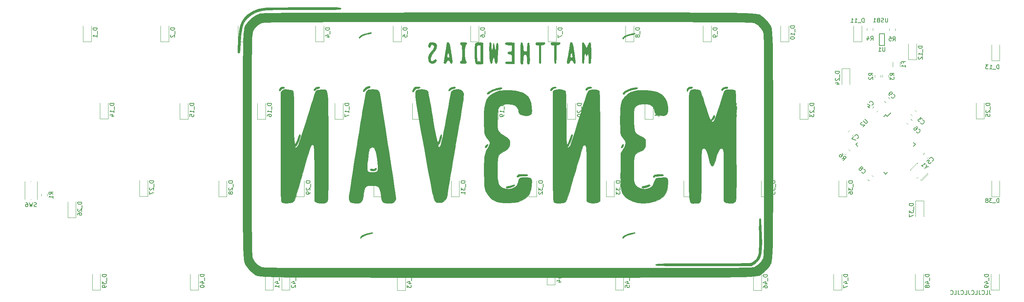
<source format=gbr>
G04 #@! TF.GenerationSoftware,KiCad,Pcbnew,(5.1.4)-1*
G04 #@! TF.CreationDate,2020-10-31T18:50:56-05:00*
G04 #@! TF.ProjectId,m3n3van,6d336e33-7661-46e2-9e6b-696361645f70,rev?*
G04 #@! TF.SameCoordinates,Original*
G04 #@! TF.FileFunction,Legend,Bot*
G04 #@! TF.FilePolarity,Positive*
%FSLAX46Y46*%
G04 Gerber Fmt 4.6, Leading zero omitted, Abs format (unit mm)*
G04 Created by KiCad (PCBNEW (5.1.4)-1) date 2020-10-31 18:50:56*
%MOMM*%
%LPD*%
G04 APERTURE LIST*
%ADD10C,0.150000*%
%ADD11C,0.120000*%
%ADD12C,0.010000*%
G04 APERTURE END LIST*
D10*
X428799047Y-249261380D02*
X428799047Y-249975666D01*
X428846666Y-250118523D01*
X428941904Y-250213761D01*
X429084761Y-250261380D01*
X429180000Y-250261380D01*
X427846666Y-250261380D02*
X428322857Y-250261380D01*
X428322857Y-249261380D01*
X426941904Y-250166142D02*
X426989523Y-250213761D01*
X427132380Y-250261380D01*
X427227619Y-250261380D01*
X427370476Y-250213761D01*
X427465714Y-250118523D01*
X427513333Y-250023285D01*
X427560952Y-249832809D01*
X427560952Y-249689952D01*
X427513333Y-249499476D01*
X427465714Y-249404238D01*
X427370476Y-249309000D01*
X427227619Y-249261380D01*
X427132380Y-249261380D01*
X426989523Y-249309000D01*
X426941904Y-249356619D01*
X426227619Y-249261380D02*
X426227619Y-249975666D01*
X426275238Y-250118523D01*
X426370476Y-250213761D01*
X426513333Y-250261380D01*
X426608571Y-250261380D01*
X425275238Y-250261380D02*
X425751428Y-250261380D01*
X425751428Y-249261380D01*
X424370476Y-250166142D02*
X424418095Y-250213761D01*
X424560952Y-250261380D01*
X424656190Y-250261380D01*
X424799047Y-250213761D01*
X424894285Y-250118523D01*
X424941904Y-250023285D01*
X424989523Y-249832809D01*
X424989523Y-249689952D01*
X424941904Y-249499476D01*
X424894285Y-249404238D01*
X424799047Y-249309000D01*
X424656190Y-249261380D01*
X424560952Y-249261380D01*
X424418095Y-249309000D01*
X424370476Y-249356619D01*
X423656190Y-249261380D02*
X423656190Y-249975666D01*
X423703809Y-250118523D01*
X423799047Y-250213761D01*
X423941904Y-250261380D01*
X424037142Y-250261380D01*
X422703809Y-250261380D02*
X423180000Y-250261380D01*
X423180000Y-249261380D01*
X421799047Y-250166142D02*
X421846666Y-250213761D01*
X421989523Y-250261380D01*
X422084761Y-250261380D01*
X422227619Y-250213761D01*
X422322857Y-250118523D01*
X422370476Y-250023285D01*
X422418095Y-249832809D01*
X422418095Y-249689952D01*
X422370476Y-249499476D01*
X422322857Y-249404238D01*
X422227619Y-249309000D01*
X422084761Y-249261380D01*
X421989523Y-249261380D01*
X421846666Y-249309000D01*
X421799047Y-249356619D01*
X421084761Y-249261380D02*
X421084761Y-249975666D01*
X421132380Y-250118523D01*
X421227619Y-250213761D01*
X421370476Y-250261380D01*
X421465714Y-250261380D01*
X420132380Y-250261380D02*
X420608571Y-250261380D01*
X420608571Y-249261380D01*
X419227619Y-250166142D02*
X419275238Y-250213761D01*
X419418095Y-250261380D01*
X419513333Y-250261380D01*
X419656190Y-250213761D01*
X419751428Y-250118523D01*
X419799047Y-250023285D01*
X419846666Y-249832809D01*
X419846666Y-249689952D01*
X419799047Y-249499476D01*
X419751428Y-249404238D01*
X419656190Y-249309000D01*
X419513333Y-249261380D01*
X419418095Y-249261380D01*
X419275238Y-249309000D01*
X419227619Y-249356619D01*
D11*
X411015264Y-217929208D02*
X411121330Y-218035274D01*
X409318208Y-219626264D02*
X409424274Y-219732330D01*
X411121330Y-221429386D02*
X411156685Y-221464742D01*
X411863792Y-222171848D02*
X411757726Y-222065782D01*
X413560848Y-220474792D02*
X413454782Y-220368726D01*
X412288056Y-222030427D02*
X412005213Y-222313270D01*
X412146635Y-221889006D02*
X411863792Y-222171848D01*
X409601050Y-219343421D02*
X409318208Y-219626264D01*
X413702270Y-220616213D02*
X412288056Y-222030427D01*
X411121330Y-221429386D02*
X410838487Y-221712229D01*
X412146635Y-221889006D02*
X413560848Y-220474792D01*
X411015264Y-217929208D02*
X409601050Y-219343421D01*
D12*
G36*
X277800633Y-219770961D02*
G01*
X278036161Y-219609251D01*
X278050708Y-219579453D01*
X278138590Y-219290411D01*
X278054187Y-219194184D01*
X277905308Y-219185718D01*
X277688393Y-219256226D01*
X277661077Y-219315844D01*
X277519514Y-219384920D01*
X277170909Y-219387468D01*
X277091205Y-219379441D01*
X276695590Y-219367900D01*
X276536164Y-219476387D01*
X276521333Y-219574956D01*
X276659379Y-219749701D01*
X276996063Y-219840845D01*
X277415207Y-219848045D01*
X277800633Y-219770961D01*
X277800633Y-219770961D01*
G37*
X277800633Y-219770961D02*
X278036161Y-219609251D01*
X278050708Y-219579453D01*
X278138590Y-219290411D01*
X278054187Y-219194184D01*
X277905308Y-219185718D01*
X277688393Y-219256226D01*
X277661077Y-219315844D01*
X277519514Y-219384920D01*
X277170909Y-219387468D01*
X277091205Y-219379441D01*
X276695590Y-219367900D01*
X276536164Y-219476387D01*
X276521333Y-219574956D01*
X276659379Y-219749701D01*
X276996063Y-219840845D01*
X277415207Y-219848045D01*
X277800633Y-219770961D01*
G36*
X338791377Y-236398066D02*
G01*
X338837490Y-236318224D01*
X339062482Y-236071706D01*
X339515742Y-235809607D01*
X340105063Y-235574129D01*
X340738239Y-235407475D01*
X340879963Y-235383379D01*
X341328649Y-235288842D01*
X341605997Y-235177921D01*
X341649539Y-235123641D01*
X341601140Y-235024508D01*
X341416263Y-235003873D01*
X341035385Y-235065805D01*
X340428385Y-235207137D01*
X339718806Y-235427483D01*
X339140744Y-235693603D01*
X338742652Y-235973030D01*
X338572987Y-236233292D01*
X338636448Y-236407922D01*
X338791377Y-236398066D01*
X338791377Y-236398066D01*
G37*
X338791377Y-236398066D02*
X338837490Y-236318224D01*
X339062482Y-236071706D01*
X339515742Y-235809607D01*
X340105063Y-235574129D01*
X340738239Y-235407475D01*
X340879963Y-235383379D01*
X341328649Y-235288842D01*
X341605997Y-235177921D01*
X341649539Y-235123641D01*
X341601140Y-235024508D01*
X341416263Y-235003873D01*
X341035385Y-235065805D01*
X340428385Y-235207137D01*
X339718806Y-235427483D01*
X339140744Y-235693603D01*
X338742652Y-235973030D01*
X338572987Y-236233292D01*
X338636448Y-236407922D01*
X338791377Y-236398066D01*
G36*
X274314454Y-236398066D02*
G01*
X274360567Y-236318224D01*
X274585559Y-236071706D01*
X275038819Y-235809607D01*
X275628140Y-235574129D01*
X276261316Y-235407475D01*
X276403039Y-235383379D01*
X276851726Y-235288842D01*
X277129074Y-235177921D01*
X277172616Y-235123641D01*
X277124217Y-235024508D01*
X276939340Y-235003873D01*
X276558462Y-235065805D01*
X275951462Y-235207137D01*
X275241883Y-235427483D01*
X274663821Y-235693603D01*
X274265729Y-235973030D01*
X274096064Y-236233292D01*
X274159525Y-236407922D01*
X274314454Y-236398066D01*
X274314454Y-236398066D01*
G37*
X274314454Y-236398066D02*
X274360567Y-236318224D01*
X274585559Y-236071706D01*
X275038819Y-235809607D01*
X275628140Y-235574129D01*
X276261316Y-235407475D01*
X276403039Y-235383379D01*
X276851726Y-235288842D01*
X277129074Y-235177921D01*
X277172616Y-235123641D01*
X277124217Y-235024508D01*
X276939340Y-235003873D01*
X276558462Y-235065805D01*
X275951462Y-235207137D01*
X275241883Y-235427483D01*
X274663821Y-235693603D01*
X274265729Y-235973030D01*
X274096064Y-236233292D01*
X274159525Y-236407922D01*
X274314454Y-236398066D01*
G36*
X370965425Y-242766176D02*
G01*
X371572565Y-242312917D01*
X372052940Y-241725108D01*
X372413389Y-240974079D01*
X372660749Y-240031164D01*
X372801856Y-238867693D01*
X372843548Y-237454999D01*
X372792662Y-235764414D01*
X372762400Y-235231573D01*
X372704491Y-234270735D01*
X372654530Y-233399367D01*
X372615867Y-232679365D01*
X372591852Y-232172620D01*
X372585436Y-231961651D01*
X372499210Y-231637947D01*
X372340137Y-231560077D01*
X372264981Y-231594782D01*
X372207725Y-231722547D01*
X372166647Y-231978844D01*
X372140025Y-232399145D01*
X372126138Y-233018922D01*
X372123263Y-233873648D01*
X372129678Y-234998795D01*
X372136612Y-235752705D01*
X372147128Y-237165790D01*
X372143263Y-238295548D01*
X372118789Y-239184187D01*
X372067478Y-239873919D01*
X371983101Y-240406955D01*
X371859430Y-240825505D01*
X371690236Y-241171780D01*
X371469293Y-241487991D01*
X371252241Y-241746369D01*
X370805078Y-242136733D01*
X370295521Y-242421508D01*
X370170439Y-242464188D01*
X369877139Y-242499103D01*
X369269003Y-242530261D01*
X368356816Y-242557515D01*
X367151362Y-242580713D01*
X365663427Y-242599707D01*
X363903796Y-242614347D01*
X361883253Y-242624484D01*
X359612583Y-242629969D01*
X358135116Y-242630964D01*
X355926169Y-242631493D01*
X354020567Y-242633077D01*
X352396013Y-242636273D01*
X351030211Y-242641638D01*
X349900864Y-242649729D01*
X348985675Y-242661104D01*
X348262350Y-242676319D01*
X347708591Y-242695932D01*
X347302102Y-242720500D01*
X347020586Y-242750580D01*
X346841748Y-242786730D01*
X346743291Y-242829506D01*
X346702918Y-242879467D01*
X346697262Y-242916808D01*
X346711426Y-242971121D01*
X346768461Y-243018079D01*
X346890355Y-243058214D01*
X347099096Y-243092059D01*
X347416673Y-243120148D01*
X347865074Y-243143011D01*
X348466288Y-243161182D01*
X349242303Y-243175194D01*
X350215107Y-243185579D01*
X351406690Y-243192869D01*
X352839038Y-243197598D01*
X354534142Y-243200297D01*
X356513989Y-243201500D01*
X358461044Y-243201744D01*
X370224539Y-243201744D01*
X370965425Y-242766176D01*
X370965425Y-242766176D01*
G37*
X370965425Y-242766176D02*
X371572565Y-242312917D01*
X372052940Y-241725108D01*
X372413389Y-240974079D01*
X372660749Y-240031164D01*
X372801856Y-238867693D01*
X372843548Y-237454999D01*
X372792662Y-235764414D01*
X372762400Y-235231573D01*
X372704491Y-234270735D01*
X372654530Y-233399367D01*
X372615867Y-232679365D01*
X372591852Y-232172620D01*
X372585436Y-231961651D01*
X372499210Y-231637947D01*
X372340137Y-231560077D01*
X372264981Y-231594782D01*
X372207725Y-231722547D01*
X372166647Y-231978844D01*
X372140025Y-232399145D01*
X372126138Y-233018922D01*
X372123263Y-233873648D01*
X372129678Y-234998795D01*
X372136612Y-235752705D01*
X372147128Y-237165790D01*
X372143263Y-238295548D01*
X372118789Y-239184187D01*
X372067478Y-239873919D01*
X371983101Y-240406955D01*
X371859430Y-240825505D01*
X371690236Y-241171780D01*
X371469293Y-241487991D01*
X371252241Y-241746369D01*
X370805078Y-242136733D01*
X370295521Y-242421508D01*
X370170439Y-242464188D01*
X369877139Y-242499103D01*
X369269003Y-242530261D01*
X368356816Y-242557515D01*
X367151362Y-242580713D01*
X365663427Y-242599707D01*
X363903796Y-242614347D01*
X361883253Y-242624484D01*
X359612583Y-242629969D01*
X358135116Y-242630964D01*
X355926169Y-242631493D01*
X354020567Y-242633077D01*
X352396013Y-242636273D01*
X351030211Y-242641638D01*
X349900864Y-242649729D01*
X348985675Y-242661104D01*
X348262350Y-242676319D01*
X347708591Y-242695932D01*
X347302102Y-242720500D01*
X347020586Y-242750580D01*
X346841748Y-242786730D01*
X346743291Y-242829506D01*
X346702918Y-242879467D01*
X346697262Y-242916808D01*
X346711426Y-242971121D01*
X346768461Y-243018079D01*
X346890355Y-243058214D01*
X347099096Y-243092059D01*
X347416673Y-243120148D01*
X347865074Y-243143011D01*
X348466288Y-243161182D01*
X349242303Y-243175194D01*
X350215107Y-243185579D01*
X351406690Y-243192869D01*
X352839038Y-243197598D01*
X354534142Y-243200297D01*
X356513989Y-243201500D01*
X358461044Y-243201744D01*
X370224539Y-243201744D01*
X370965425Y-242766176D01*
G36*
X344064611Y-224016034D02*
G01*
X344532399Y-223880218D01*
X344979333Y-223703509D01*
X345299879Y-223526529D01*
X345394410Y-223410981D01*
X345282119Y-223211975D01*
X344970952Y-223239655D01*
X344741085Y-223346157D01*
X344276453Y-223511768D01*
X343806910Y-223576102D01*
X343399564Y-223644312D01*
X343277744Y-223826103D01*
X343419105Y-224022641D01*
X343681500Y-224070333D01*
X344064611Y-224016034D01*
X344064611Y-224016034D01*
G37*
X344064611Y-224016034D02*
X344532399Y-223880218D01*
X344979333Y-223703509D01*
X345299879Y-223526529D01*
X345394410Y-223410981D01*
X345282119Y-223211975D01*
X344970952Y-223239655D01*
X344741085Y-223346157D01*
X344276453Y-223511768D01*
X343806910Y-223576102D01*
X343399564Y-223644312D01*
X343277744Y-223826103D01*
X343419105Y-224022641D01*
X343681500Y-224070333D01*
X344064611Y-224016034D01*
G36*
X310893985Y-224005631D02*
G01*
X311380386Y-223857674D01*
X311788916Y-223661660D01*
X312034146Y-223457059D01*
X312052757Y-223309441D01*
X311872939Y-223200670D01*
X311607273Y-223302027D01*
X311231826Y-223446049D01*
X310729466Y-223561637D01*
X310645484Y-223574458D01*
X310187984Y-223687919D01*
X309955170Y-223839272D01*
X309969873Y-223979791D01*
X310254926Y-224060746D01*
X310415137Y-224066064D01*
X310893985Y-224005631D01*
X310893985Y-224005631D01*
G37*
X310893985Y-224005631D02*
X311380386Y-223857674D01*
X311788916Y-223661660D01*
X312034146Y-223457059D01*
X312052757Y-223309441D01*
X311872939Y-223200670D01*
X311607273Y-223302027D01*
X311231826Y-223446049D01*
X310729466Y-223561637D01*
X310645484Y-223574458D01*
X310187984Y-223687919D01*
X309955170Y-223839272D01*
X309969873Y-223979791D01*
X310254926Y-224060746D01*
X310415137Y-224066064D01*
X310893985Y-224005631D01*
G36*
X346406611Y-221332235D02*
G01*
X346666016Y-221229024D01*
X347144497Y-221159565D01*
X347625051Y-221139564D01*
X348208230Y-221122349D01*
X348528140Y-221061019D01*
X348645805Y-220941042D01*
X348650821Y-220895333D01*
X348573391Y-220748239D01*
X348298440Y-220680071D01*
X347796013Y-220673276D01*
X347231912Y-220699131D01*
X346754824Y-220740065D01*
X346588626Y-220764206D01*
X346261969Y-220927014D01*
X346137037Y-221090978D01*
X346100365Y-221379508D01*
X346240206Y-221445861D01*
X346406611Y-221332235D01*
X346406611Y-221332235D01*
G37*
X346406611Y-221332235D02*
X346666016Y-221229024D01*
X347144497Y-221159565D01*
X347625051Y-221139564D01*
X348208230Y-221122349D01*
X348528140Y-221061019D01*
X348645805Y-220941042D01*
X348650821Y-220895333D01*
X348573391Y-220748239D01*
X348298440Y-220680071D01*
X347796013Y-220673276D01*
X347231912Y-220699131D01*
X346754824Y-220740065D01*
X346588626Y-220764206D01*
X346261969Y-220927014D01*
X346137037Y-221090978D01*
X346100365Y-221379508D01*
X346240206Y-221445861D01*
X346406611Y-221332235D01*
G36*
X312908243Y-221403841D02*
G01*
X312956382Y-221331212D01*
X313158005Y-221217632D01*
X313651261Y-221153004D01*
X314146440Y-221139564D01*
X314761466Y-221124906D01*
X315111857Y-221072251D01*
X315257662Y-220968577D01*
X315272616Y-220895333D01*
X315207237Y-220764695D01*
X314971514Y-220688906D01*
X314506062Y-220655695D01*
X314090628Y-220651103D01*
X313451830Y-220664601D01*
X313057774Y-220717420D01*
X312828227Y-220828044D01*
X312709988Y-220969195D01*
X312595058Y-221251365D01*
X312701918Y-221405074D01*
X312908243Y-221403841D01*
X312908243Y-221403841D01*
G37*
X312908243Y-221403841D02*
X312956382Y-221331212D01*
X313158005Y-221217632D01*
X313651261Y-221153004D01*
X314146440Y-221139564D01*
X314761466Y-221124906D01*
X315111857Y-221072251D01*
X315257662Y-220968577D01*
X315272616Y-220895333D01*
X315207237Y-220764695D01*
X314971514Y-220688906D01*
X314506062Y-220655695D01*
X314090628Y-220651103D01*
X313451830Y-220664601D01*
X313057774Y-220717420D01*
X312828227Y-220828044D01*
X312709988Y-220969195D01*
X312595058Y-221251365D01*
X312701918Y-221405074D01*
X312908243Y-221403841D01*
G36*
X305049268Y-214153007D02*
G01*
X305240311Y-213952954D01*
X305433414Y-213636417D01*
X305503385Y-213450771D01*
X305404446Y-213319868D01*
X305179086Y-213378438D01*
X304934487Y-213589083D01*
X304877901Y-213669017D01*
X304752965Y-214013879D01*
X304835476Y-214195100D01*
X305049268Y-214153007D01*
X305049268Y-214153007D01*
G37*
X305049268Y-214153007D02*
X305240311Y-213952954D01*
X305433414Y-213636417D01*
X305503385Y-213450771D01*
X305404446Y-213319868D01*
X305179086Y-213378438D01*
X304934487Y-213589083D01*
X304877901Y-213669017D01*
X304752965Y-214013879D01*
X304835476Y-214195100D01*
X305049268Y-214153007D01*
G36*
X338519521Y-214132386D02*
G01*
X338726225Y-213883052D01*
X338839064Y-213570919D01*
X338784947Y-213325290D01*
X338782205Y-213322487D01*
X338594271Y-213325755D01*
X338348754Y-213630974D01*
X338346764Y-213634337D01*
X338178767Y-213969731D01*
X338200114Y-214136374D01*
X338292046Y-214189613D01*
X338519521Y-214132386D01*
X338519521Y-214132386D01*
G37*
X338519521Y-214132386D02*
X338726225Y-213883052D01*
X338839064Y-213570919D01*
X338784947Y-213325290D01*
X338782205Y-213322487D01*
X338594271Y-213325755D01*
X338348754Y-213630974D01*
X338346764Y-213634337D01*
X338178767Y-213969731D01*
X338200114Y-214136374D01*
X338292046Y-214189613D01*
X338519521Y-214132386D01*
G36*
X360804903Y-207328276D02*
G01*
X361061504Y-207009361D01*
X361239332Y-206632163D01*
X361263336Y-206322951D01*
X361245250Y-206283805D01*
X361046115Y-206160673D01*
X360882487Y-206289514D01*
X360862359Y-206404308D01*
X360754575Y-206693226D01*
X360536718Y-206974179D01*
X360269515Y-207274567D01*
X360256782Y-207420644D01*
X360499323Y-207462292D01*
X360544578Y-207462641D01*
X360804903Y-207328276D01*
X360804903Y-207328276D01*
G37*
X360804903Y-207328276D02*
X361061504Y-207009361D01*
X361239332Y-206632163D01*
X361263336Y-206322951D01*
X361245250Y-206283805D01*
X361046115Y-206160673D01*
X360882487Y-206289514D01*
X360862359Y-206404308D01*
X360754575Y-206693226D01*
X360536718Y-206974179D01*
X360269515Y-207274567D01*
X360256782Y-207420644D01*
X360499323Y-207462292D01*
X360544578Y-207462641D01*
X360804903Y-207328276D01*
G36*
X345104303Y-227699512D02*
G01*
X345332011Y-227663394D01*
X346712720Y-227317008D01*
X347824244Y-226796167D01*
X348676199Y-226094670D01*
X349278205Y-225206320D01*
X349335931Y-225082790D01*
X349537296Y-224479273D01*
X349680760Y-223753670D01*
X349756744Y-223009076D01*
X349755665Y-222348588D01*
X349667944Y-221875302D01*
X349639763Y-221813304D01*
X349517898Y-221634504D01*
X349338907Y-221531173D01*
X349026555Y-221487470D01*
X348504608Y-221487551D01*
X348129642Y-221499474D01*
X347467626Y-221526059D01*
X347043830Y-221588352D01*
X346773941Y-221747065D01*
X346573649Y-222062906D01*
X346358639Y-222596588D01*
X346266103Y-222841344D01*
X345884456Y-223546759D01*
X345346428Y-224005277D01*
X344607210Y-224245081D01*
X343950369Y-224297845D01*
X342992080Y-224186887D01*
X342239875Y-223824435D01*
X341691668Y-223209410D01*
X341627248Y-223095951D01*
X341517389Y-222853846D01*
X341437275Y-222564548D01*
X341382401Y-222175325D01*
X341348259Y-221633447D01*
X341330343Y-220886181D01*
X341324146Y-219880797D01*
X341323898Y-219546519D01*
X341329569Y-218341683D01*
X341356380Y-217416378D01*
X341419029Y-216724557D01*
X341532212Y-216220173D01*
X341710629Y-215857179D01*
X341968975Y-215589529D01*
X342321949Y-215371175D01*
X342715619Y-215186283D01*
X343426974Y-214839184D01*
X343880927Y-214506736D01*
X344132912Y-214113159D01*
X344238358Y-213582671D01*
X344254667Y-213082259D01*
X344246545Y-212508789D01*
X344193575Y-212160513D01*
X344052846Y-211936992D01*
X343781450Y-211737785D01*
X343644090Y-211653042D01*
X343134365Y-211353321D01*
X342647130Y-211084770D01*
X342560871Y-211040155D01*
X342151769Y-210802371D01*
X341850294Y-210529423D01*
X341638824Y-210168704D01*
X341499739Y-209667606D01*
X341415419Y-208973521D01*
X341368243Y-208033840D01*
X341352584Y-207432671D01*
X341338884Y-206319316D01*
X341360243Y-205479814D01*
X341428524Y-204863208D01*
X341555591Y-204418536D01*
X341753308Y-204094840D01*
X342033537Y-203841159D01*
X342217081Y-203719209D01*
X342818332Y-203489386D01*
X343591529Y-203383855D01*
X344407474Y-203402991D01*
X345136969Y-203547168D01*
X345506134Y-203709665D01*
X345964556Y-204057726D01*
X346249424Y-204484070D01*
X346431984Y-205102677D01*
X346457240Y-205231269D01*
X346583341Y-205662973D01*
X346813509Y-205940523D01*
X347221807Y-206116786D01*
X347875338Y-206243592D01*
X348675990Y-206290680D01*
X349243113Y-206140130D01*
X349596598Y-205769887D01*
X349756337Y-205157895D01*
X349742222Y-204282102D01*
X349732567Y-204184433D01*
X349476766Y-202945204D01*
X348988566Y-201931707D01*
X348261932Y-201135576D01*
X347290827Y-200548445D01*
X347032633Y-200442231D01*
X346320326Y-200250572D01*
X345390182Y-200112358D01*
X344346348Y-200032374D01*
X343292973Y-200015403D01*
X342334204Y-200066230D01*
X341574188Y-200189639D01*
X341568128Y-200191208D01*
X340638247Y-200494904D01*
X339914934Y-200893306D01*
X339280223Y-201454292D01*
X339174736Y-201568399D01*
X338797725Y-202030872D01*
X338508156Y-202512518D01*
X338295123Y-203063851D01*
X338147722Y-203735387D01*
X338055048Y-204577639D01*
X338006193Y-205641122D01*
X337990254Y-206976351D01*
X337990120Y-207055590D01*
X337995684Y-208072206D01*
X338013602Y-209017107D01*
X338041675Y-209826025D01*
X338077699Y-210434691D01*
X338117314Y-210769049D01*
X338325248Y-211296427D01*
X338686481Y-211842873D01*
X338809301Y-211983419D01*
X339190684Y-212477717D01*
X339344554Y-212958613D01*
X339269522Y-213496462D01*
X338964200Y-214161620D01*
X338759474Y-214508008D01*
X338148898Y-215496688D01*
X338097996Y-219625358D01*
X338085188Y-221117679D01*
X338092205Y-222325909D01*
X338126252Y-223291350D01*
X338194533Y-224055308D01*
X338304252Y-224659088D01*
X338462613Y-225143993D01*
X338676821Y-225551327D01*
X338954080Y-225922396D01*
X339253272Y-226248984D01*
X340088603Y-226894402D01*
X341152358Y-227376354D01*
X342383550Y-227680650D01*
X343721194Y-227793100D01*
X345104303Y-227699512D01*
X345104303Y-227699512D01*
G37*
X345104303Y-227699512D02*
X345332011Y-227663394D01*
X346712720Y-227317008D01*
X347824244Y-226796167D01*
X348676199Y-226094670D01*
X349278205Y-225206320D01*
X349335931Y-225082790D01*
X349537296Y-224479273D01*
X349680760Y-223753670D01*
X349756744Y-223009076D01*
X349755665Y-222348588D01*
X349667944Y-221875302D01*
X349639763Y-221813304D01*
X349517898Y-221634504D01*
X349338907Y-221531173D01*
X349026555Y-221487470D01*
X348504608Y-221487551D01*
X348129642Y-221499474D01*
X347467626Y-221526059D01*
X347043830Y-221588352D01*
X346773941Y-221747065D01*
X346573649Y-222062906D01*
X346358639Y-222596588D01*
X346266103Y-222841344D01*
X345884456Y-223546759D01*
X345346428Y-224005277D01*
X344607210Y-224245081D01*
X343950369Y-224297845D01*
X342992080Y-224186887D01*
X342239875Y-223824435D01*
X341691668Y-223209410D01*
X341627248Y-223095951D01*
X341517389Y-222853846D01*
X341437275Y-222564548D01*
X341382401Y-222175325D01*
X341348259Y-221633447D01*
X341330343Y-220886181D01*
X341324146Y-219880797D01*
X341323898Y-219546519D01*
X341329569Y-218341683D01*
X341356380Y-217416378D01*
X341419029Y-216724557D01*
X341532212Y-216220173D01*
X341710629Y-215857179D01*
X341968975Y-215589529D01*
X342321949Y-215371175D01*
X342715619Y-215186283D01*
X343426974Y-214839184D01*
X343880927Y-214506736D01*
X344132912Y-214113159D01*
X344238358Y-213582671D01*
X344254667Y-213082259D01*
X344246545Y-212508789D01*
X344193575Y-212160513D01*
X344052846Y-211936992D01*
X343781450Y-211737785D01*
X343644090Y-211653042D01*
X343134365Y-211353321D01*
X342647130Y-211084770D01*
X342560871Y-211040155D01*
X342151769Y-210802371D01*
X341850294Y-210529423D01*
X341638824Y-210168704D01*
X341499739Y-209667606D01*
X341415419Y-208973521D01*
X341368243Y-208033840D01*
X341352584Y-207432671D01*
X341338884Y-206319316D01*
X341360243Y-205479814D01*
X341428524Y-204863208D01*
X341555591Y-204418536D01*
X341753308Y-204094840D01*
X342033537Y-203841159D01*
X342217081Y-203719209D01*
X342818332Y-203489386D01*
X343591529Y-203383855D01*
X344407474Y-203402991D01*
X345136969Y-203547168D01*
X345506134Y-203709665D01*
X345964556Y-204057726D01*
X346249424Y-204484070D01*
X346431984Y-205102677D01*
X346457240Y-205231269D01*
X346583341Y-205662973D01*
X346813509Y-205940523D01*
X347221807Y-206116786D01*
X347875338Y-206243592D01*
X348675990Y-206290680D01*
X349243113Y-206140130D01*
X349596598Y-205769887D01*
X349756337Y-205157895D01*
X349742222Y-204282102D01*
X349732567Y-204184433D01*
X349476766Y-202945204D01*
X348988566Y-201931707D01*
X348261932Y-201135576D01*
X347290827Y-200548445D01*
X347032633Y-200442231D01*
X346320326Y-200250572D01*
X345390182Y-200112358D01*
X344346348Y-200032374D01*
X343292973Y-200015403D01*
X342334204Y-200066230D01*
X341574188Y-200189639D01*
X341568128Y-200191208D01*
X340638247Y-200494904D01*
X339914934Y-200893306D01*
X339280223Y-201454292D01*
X339174736Y-201568399D01*
X338797725Y-202030872D01*
X338508156Y-202512518D01*
X338295123Y-203063851D01*
X338147722Y-203735387D01*
X338055048Y-204577639D01*
X338006193Y-205641122D01*
X337990254Y-206976351D01*
X337990120Y-207055590D01*
X337995684Y-208072206D01*
X338013602Y-209017107D01*
X338041675Y-209826025D01*
X338077699Y-210434691D01*
X338117314Y-210769049D01*
X338325248Y-211296427D01*
X338686481Y-211842873D01*
X338809301Y-211983419D01*
X339190684Y-212477717D01*
X339344554Y-212958613D01*
X339269522Y-213496462D01*
X338964200Y-214161620D01*
X338759474Y-214508008D01*
X338148898Y-215496688D01*
X338097996Y-219625358D01*
X338085188Y-221117679D01*
X338092205Y-222325909D01*
X338126252Y-223291350D01*
X338194533Y-224055308D01*
X338304252Y-224659088D01*
X338462613Y-225143993D01*
X338676821Y-225551327D01*
X338954080Y-225922396D01*
X339253272Y-226248984D01*
X340088603Y-226894402D01*
X341152358Y-227376354D01*
X342383550Y-227680650D01*
X343721194Y-227793100D01*
X345104303Y-227699512D01*
G36*
X311787959Y-227659130D02*
G01*
X312716680Y-227517714D01*
X313023016Y-227439053D01*
X314075602Y-226987538D01*
X314978322Y-226333497D01*
X315655013Y-225534634D01*
X315751346Y-225371964D01*
X315984367Y-224855264D01*
X316128363Y-224263991D01*
X316209105Y-223484318D01*
X316219492Y-223304151D01*
X316245868Y-222510449D01*
X316193686Y-221985542D01*
X316015026Y-221674028D01*
X315661970Y-221520505D01*
X315086597Y-221469571D01*
X314628910Y-221465205D01*
X313924193Y-221484443D01*
X313471165Y-221577439D01*
X313196543Y-221797117D01*
X313027043Y-222196401D01*
X312913290Y-222704181D01*
X312639022Y-223332145D01*
X312132551Y-223820100D01*
X311462938Y-224151654D01*
X310699244Y-224310418D01*
X309910530Y-224280002D01*
X309165857Y-224044017D01*
X308666168Y-223712124D01*
X308351267Y-223371883D01*
X308115278Y-222948376D01*
X307950064Y-222396896D01*
X307847490Y-221672737D01*
X307799420Y-220731192D01*
X307797718Y-219527557D01*
X307807502Y-218993722D01*
X307840525Y-217894563D01*
X307898509Y-217067465D01*
X308003439Y-216458866D01*
X308177299Y-216015199D01*
X308442072Y-215682899D01*
X308819743Y-215408403D01*
X309332296Y-215138145D01*
X309404189Y-215103320D01*
X310119524Y-214704963D01*
X310568077Y-214297059D01*
X310802629Y-213807440D01*
X310875963Y-213163939D01*
X310876462Y-213090293D01*
X310826254Y-212502021D01*
X310638703Y-212058886D01*
X310258414Y-211686900D01*
X309629996Y-211312074D01*
X309492487Y-211241733D01*
X308651691Y-210678397D01*
X308108894Y-209985368D01*
X307941804Y-209565750D01*
X307853881Y-209062890D01*
X307800289Y-208348410D01*
X307779697Y-207509555D01*
X307790778Y-206633572D01*
X307832200Y-205807707D01*
X307902634Y-205119207D01*
X308000751Y-204655316D01*
X308017305Y-204611618D01*
X308428147Y-203995352D01*
X309061796Y-203597280D01*
X309932183Y-203410162D01*
X310363393Y-203392737D01*
X311370579Y-203492773D01*
X312151580Y-203785465D01*
X312687881Y-204257717D01*
X312960969Y-204896434D01*
X312993128Y-205252725D01*
X313145509Y-205692888D01*
X313596000Y-206021252D01*
X314334626Y-206231491D01*
X314595629Y-206268794D01*
X315202901Y-206299835D01*
X315634362Y-206205023D01*
X315856514Y-206084448D01*
X316063478Y-205934026D01*
X316186460Y-205764816D01*
X316241855Y-205499798D01*
X316246056Y-205061949D01*
X316216430Y-204393464D01*
X316082624Y-203224622D01*
X315793254Y-202303052D01*
X315317139Y-201575079D01*
X314623102Y-200987025D01*
X314046296Y-200657376D01*
X313192056Y-200343352D01*
X312119840Y-200122146D01*
X310926221Y-200002308D01*
X309707769Y-199992384D01*
X308561058Y-200100922D01*
X308293712Y-200148196D01*
X307443102Y-200418108D01*
X306598651Y-200860947D01*
X305874928Y-201407249D01*
X305466723Y-201862231D01*
X305152426Y-202385008D01*
X304912357Y-202973227D01*
X304738182Y-203675892D01*
X304621568Y-204542006D01*
X304554180Y-205620573D01*
X304527687Y-206960596D01*
X304526462Y-207391143D01*
X304533595Y-208603114D01*
X304561922Y-209542336D01*
X304621834Y-210261524D01*
X304723724Y-210813388D01*
X304877982Y-211250644D01*
X305095001Y-211626004D01*
X305385171Y-211992181D01*
X305447401Y-212062790D01*
X305766688Y-212486430D01*
X305962580Y-212872164D01*
X305991846Y-213015171D01*
X305909080Y-213326161D01*
X305693228Y-213799236D01*
X305423965Y-214276561D01*
X305139305Y-214783299D01*
X304918395Y-215302477D01*
X304754794Y-215881484D01*
X304642058Y-216567714D01*
X304573744Y-217408558D01*
X304543409Y-218451406D01*
X304544610Y-219743650D01*
X304557621Y-220648968D01*
X304580514Y-221820369D01*
X304605832Y-222717717D01*
X304638836Y-223392583D01*
X304684786Y-223896543D01*
X304748943Y-224281169D01*
X304836568Y-224598037D01*
X304952921Y-224898720D01*
X305002743Y-225012686D01*
X305594666Y-225963121D01*
X306422715Y-226754721D01*
X307410517Y-227320215D01*
X307768679Y-227448866D01*
X308588131Y-227618253D01*
X309608171Y-227709616D01*
X310713285Y-227723170D01*
X311787959Y-227659130D01*
X311787959Y-227659130D01*
G37*
X311787959Y-227659130D02*
X312716680Y-227517714D01*
X313023016Y-227439053D01*
X314075602Y-226987538D01*
X314978322Y-226333497D01*
X315655013Y-225534634D01*
X315751346Y-225371964D01*
X315984367Y-224855264D01*
X316128363Y-224263991D01*
X316209105Y-223484318D01*
X316219492Y-223304151D01*
X316245868Y-222510449D01*
X316193686Y-221985542D01*
X316015026Y-221674028D01*
X315661970Y-221520505D01*
X315086597Y-221469571D01*
X314628910Y-221465205D01*
X313924193Y-221484443D01*
X313471165Y-221577439D01*
X313196543Y-221797117D01*
X313027043Y-222196401D01*
X312913290Y-222704181D01*
X312639022Y-223332145D01*
X312132551Y-223820100D01*
X311462938Y-224151654D01*
X310699244Y-224310418D01*
X309910530Y-224280002D01*
X309165857Y-224044017D01*
X308666168Y-223712124D01*
X308351267Y-223371883D01*
X308115278Y-222948376D01*
X307950064Y-222396896D01*
X307847490Y-221672737D01*
X307799420Y-220731192D01*
X307797718Y-219527557D01*
X307807502Y-218993722D01*
X307840525Y-217894563D01*
X307898509Y-217067465D01*
X308003439Y-216458866D01*
X308177299Y-216015199D01*
X308442072Y-215682899D01*
X308819743Y-215408403D01*
X309332296Y-215138145D01*
X309404189Y-215103320D01*
X310119524Y-214704963D01*
X310568077Y-214297059D01*
X310802629Y-213807440D01*
X310875963Y-213163939D01*
X310876462Y-213090293D01*
X310826254Y-212502021D01*
X310638703Y-212058886D01*
X310258414Y-211686900D01*
X309629996Y-211312074D01*
X309492487Y-211241733D01*
X308651691Y-210678397D01*
X308108894Y-209985368D01*
X307941804Y-209565750D01*
X307853881Y-209062890D01*
X307800289Y-208348410D01*
X307779697Y-207509555D01*
X307790778Y-206633572D01*
X307832200Y-205807707D01*
X307902634Y-205119207D01*
X308000751Y-204655316D01*
X308017305Y-204611618D01*
X308428147Y-203995352D01*
X309061796Y-203597280D01*
X309932183Y-203410162D01*
X310363393Y-203392737D01*
X311370579Y-203492773D01*
X312151580Y-203785465D01*
X312687881Y-204257717D01*
X312960969Y-204896434D01*
X312993128Y-205252725D01*
X313145509Y-205692888D01*
X313596000Y-206021252D01*
X314334626Y-206231491D01*
X314595629Y-206268794D01*
X315202901Y-206299835D01*
X315634362Y-206205023D01*
X315856514Y-206084448D01*
X316063478Y-205934026D01*
X316186460Y-205764816D01*
X316241855Y-205499798D01*
X316246056Y-205061949D01*
X316216430Y-204393464D01*
X316082624Y-203224622D01*
X315793254Y-202303052D01*
X315317139Y-201575079D01*
X314623102Y-200987025D01*
X314046296Y-200657376D01*
X313192056Y-200343352D01*
X312119840Y-200122146D01*
X310926221Y-200002308D01*
X309707769Y-199992384D01*
X308561058Y-200100922D01*
X308293712Y-200148196D01*
X307443102Y-200418108D01*
X306598651Y-200860947D01*
X305874928Y-201407249D01*
X305466723Y-201862231D01*
X305152426Y-202385008D01*
X304912357Y-202973227D01*
X304738182Y-203675892D01*
X304621568Y-204542006D01*
X304554180Y-205620573D01*
X304527687Y-206960596D01*
X304526462Y-207391143D01*
X304533595Y-208603114D01*
X304561922Y-209542336D01*
X304621834Y-210261524D01*
X304723724Y-210813388D01*
X304877982Y-211250644D01*
X305095001Y-211626004D01*
X305385171Y-211992181D01*
X305447401Y-212062790D01*
X305766688Y-212486430D01*
X305962580Y-212872164D01*
X305991846Y-213015171D01*
X305909080Y-213326161D01*
X305693228Y-213799236D01*
X305423965Y-214276561D01*
X305139305Y-214783299D01*
X304918395Y-215302477D01*
X304754794Y-215881484D01*
X304642058Y-216567714D01*
X304573744Y-217408558D01*
X304543409Y-218451406D01*
X304544610Y-219743650D01*
X304557621Y-220648968D01*
X304580514Y-221820369D01*
X304605832Y-222717717D01*
X304638836Y-223392583D01*
X304684786Y-223896543D01*
X304748943Y-224281169D01*
X304836568Y-224598037D01*
X304952921Y-224898720D01*
X305002743Y-225012686D01*
X305594666Y-225963121D01*
X306422715Y-226754721D01*
X307410517Y-227320215D01*
X307768679Y-227448866D01*
X308588131Y-227618253D01*
X309608171Y-227709616D01*
X310713285Y-227723170D01*
X311787959Y-227659130D01*
G36*
X356114579Y-227832632D02*
G01*
X356382088Y-227816827D01*
X356485695Y-227815205D01*
X356839862Y-227819379D01*
X357131102Y-227812624D01*
X357365548Y-227766027D01*
X357549332Y-227650673D01*
X357688585Y-227437650D01*
X357789440Y-227098044D01*
X357858030Y-226602940D01*
X357900486Y-225923425D01*
X357922941Y-225030585D01*
X357931526Y-223895506D01*
X357932374Y-222489276D01*
X357931590Y-220997678D01*
X357932415Y-219346707D01*
X357936911Y-217992076D01*
X357948111Y-216904485D01*
X357969046Y-216054633D01*
X358002749Y-215413219D01*
X358052252Y-214950944D01*
X358120587Y-214638507D01*
X358210787Y-214446607D01*
X358325883Y-214345944D01*
X358468908Y-214307217D01*
X358624591Y-214301103D01*
X358900865Y-214457958D01*
X359186220Y-214906455D01*
X359465629Y-215613484D01*
X359724064Y-216545939D01*
X359801407Y-216893783D01*
X360000834Y-217737698D01*
X360189553Y-218294598D01*
X360384241Y-218601957D01*
X360601571Y-218697248D01*
X360603920Y-218697256D01*
X360822069Y-218638592D01*
X361009472Y-218430299D01*
X361190711Y-218023925D01*
X361390371Y-217371020D01*
X361512631Y-216906231D01*
X361793559Y-215892418D01*
X362052276Y-215165433D01*
X362305794Y-214688832D01*
X362571128Y-214426172D01*
X362697395Y-214368544D01*
X362897266Y-214317766D01*
X363060828Y-214323173D01*
X363191291Y-214412760D01*
X363291864Y-214614526D01*
X363365757Y-214956466D01*
X363416180Y-215466577D01*
X363446342Y-216172856D01*
X363459453Y-217103300D01*
X363458724Y-218285906D01*
X363447363Y-219748670D01*
X363436330Y-220813923D01*
X363423060Y-222186271D01*
X363413754Y-223465499D01*
X363408462Y-224612694D01*
X363407235Y-225588942D01*
X363410123Y-226355330D01*
X363417179Y-226872944D01*
X363428112Y-227100911D01*
X363645353Y-227464225D01*
X364141618Y-227704754D01*
X364889891Y-227810976D01*
X365103354Y-227815205D01*
X365716947Y-227763058D01*
X366122900Y-227586539D01*
X366238208Y-227486792D01*
X366296954Y-227422715D01*
X366348157Y-227341667D01*
X366392258Y-227222428D01*
X366429696Y-227043780D01*
X366460910Y-226784504D01*
X366486340Y-226423381D01*
X366506427Y-225939193D01*
X366521609Y-225310720D01*
X366532326Y-224516745D01*
X366539019Y-223536048D01*
X366542126Y-222347410D01*
X366542088Y-220929613D01*
X366539344Y-219261439D01*
X366534334Y-217321668D01*
X366527497Y-215089081D01*
X366523144Y-213736556D01*
X366513808Y-211196883D01*
X366503102Y-208966644D01*
X366490737Y-207029630D01*
X366476426Y-205369637D01*
X366459883Y-203970456D01*
X366440820Y-202815883D01*
X366418950Y-201889711D01*
X366393987Y-201175733D01*
X366365642Y-200657742D01*
X366333630Y-200319533D01*
X366297662Y-200144898D01*
X366281871Y-200116981D01*
X365981779Y-199977771D01*
X365476749Y-199882237D01*
X364885663Y-199839634D01*
X364327399Y-199859218D01*
X363955949Y-199935891D01*
X363818005Y-200012031D01*
X363685859Y-200156051D01*
X363544289Y-200405717D01*
X363378071Y-200798796D01*
X363171984Y-201373052D01*
X362910803Y-202166252D01*
X362579305Y-203216160D01*
X362395418Y-203807308D01*
X361948053Y-205229990D01*
X361573492Y-206340553D01*
X361253707Y-207139591D01*
X360970669Y-207627700D01*
X360706350Y-207805478D01*
X360442721Y-207673519D01*
X360161752Y-207232419D01*
X359845416Y-206482775D01*
X359475684Y-205425183D01*
X359034527Y-204060238D01*
X358989923Y-203919880D01*
X358654307Y-202881709D01*
X358338197Y-201938522D01*
X358058474Y-201137984D01*
X357832016Y-200527757D01*
X357675704Y-200155503D01*
X357626717Y-200070578D01*
X357336063Y-199925033D01*
X356835013Y-199839604D01*
X356234550Y-199821887D01*
X355645657Y-199879481D01*
X355451805Y-199921692D01*
X355223131Y-200122243D01*
X355028056Y-200532017D01*
X355001186Y-200622823D01*
X354965784Y-200926798D01*
X354935770Y-201554678D01*
X354911160Y-202504771D01*
X354891970Y-203775384D01*
X354878214Y-205364827D01*
X354869908Y-207271407D01*
X354867068Y-209493432D01*
X354869709Y-212029211D01*
X354875842Y-214301589D01*
X354882686Y-216722912D01*
X354887606Y-218839010D01*
X354893031Y-220670271D01*
X354901390Y-222237081D01*
X354915111Y-223559828D01*
X354936624Y-224658899D01*
X354968356Y-225554682D01*
X355012738Y-226267564D01*
X355072196Y-226817931D01*
X355149160Y-227226171D01*
X355246059Y-227512672D01*
X355365322Y-227697820D01*
X355509376Y-227802003D01*
X355680651Y-227845608D01*
X355881576Y-227849022D01*
X356114579Y-227832632D01*
X356114579Y-227832632D01*
G37*
X356114579Y-227832632D02*
X356382088Y-227816827D01*
X356485695Y-227815205D01*
X356839862Y-227819379D01*
X357131102Y-227812624D01*
X357365548Y-227766027D01*
X357549332Y-227650673D01*
X357688585Y-227437650D01*
X357789440Y-227098044D01*
X357858030Y-226602940D01*
X357900486Y-225923425D01*
X357922941Y-225030585D01*
X357931526Y-223895506D01*
X357932374Y-222489276D01*
X357931590Y-220997678D01*
X357932415Y-219346707D01*
X357936911Y-217992076D01*
X357948111Y-216904485D01*
X357969046Y-216054633D01*
X358002749Y-215413219D01*
X358052252Y-214950944D01*
X358120587Y-214638507D01*
X358210787Y-214446607D01*
X358325883Y-214345944D01*
X358468908Y-214307217D01*
X358624591Y-214301103D01*
X358900865Y-214457958D01*
X359186220Y-214906455D01*
X359465629Y-215613484D01*
X359724064Y-216545939D01*
X359801407Y-216893783D01*
X360000834Y-217737698D01*
X360189553Y-218294598D01*
X360384241Y-218601957D01*
X360601571Y-218697248D01*
X360603920Y-218697256D01*
X360822069Y-218638592D01*
X361009472Y-218430299D01*
X361190711Y-218023925D01*
X361390371Y-217371020D01*
X361512631Y-216906231D01*
X361793559Y-215892418D01*
X362052276Y-215165433D01*
X362305794Y-214688832D01*
X362571128Y-214426172D01*
X362697395Y-214368544D01*
X362897266Y-214317766D01*
X363060828Y-214323173D01*
X363191291Y-214412760D01*
X363291864Y-214614526D01*
X363365757Y-214956466D01*
X363416180Y-215466577D01*
X363446342Y-216172856D01*
X363459453Y-217103300D01*
X363458724Y-218285906D01*
X363447363Y-219748670D01*
X363436330Y-220813923D01*
X363423060Y-222186271D01*
X363413754Y-223465499D01*
X363408462Y-224612694D01*
X363407235Y-225588942D01*
X363410123Y-226355330D01*
X363417179Y-226872944D01*
X363428112Y-227100911D01*
X363645353Y-227464225D01*
X364141618Y-227704754D01*
X364889891Y-227810976D01*
X365103354Y-227815205D01*
X365716947Y-227763058D01*
X366122900Y-227586539D01*
X366238208Y-227486792D01*
X366296954Y-227422715D01*
X366348157Y-227341667D01*
X366392258Y-227222428D01*
X366429696Y-227043780D01*
X366460910Y-226784504D01*
X366486340Y-226423381D01*
X366506427Y-225939193D01*
X366521609Y-225310720D01*
X366532326Y-224516745D01*
X366539019Y-223536048D01*
X366542126Y-222347410D01*
X366542088Y-220929613D01*
X366539344Y-219261439D01*
X366534334Y-217321668D01*
X366527497Y-215089081D01*
X366523144Y-213736556D01*
X366513808Y-211196883D01*
X366503102Y-208966644D01*
X366490737Y-207029630D01*
X366476426Y-205369637D01*
X366459883Y-203970456D01*
X366440820Y-202815883D01*
X366418950Y-201889711D01*
X366393987Y-201175733D01*
X366365642Y-200657742D01*
X366333630Y-200319533D01*
X366297662Y-200144898D01*
X366281871Y-200116981D01*
X365981779Y-199977771D01*
X365476749Y-199882237D01*
X364885663Y-199839634D01*
X364327399Y-199859218D01*
X363955949Y-199935891D01*
X363818005Y-200012031D01*
X363685859Y-200156051D01*
X363544289Y-200405717D01*
X363378071Y-200798796D01*
X363171984Y-201373052D01*
X362910803Y-202166252D01*
X362579305Y-203216160D01*
X362395418Y-203807308D01*
X361948053Y-205229990D01*
X361573492Y-206340553D01*
X361253707Y-207139591D01*
X360970669Y-207627700D01*
X360706350Y-207805478D01*
X360442721Y-207673519D01*
X360161752Y-207232419D01*
X359845416Y-206482775D01*
X359475684Y-205425183D01*
X359034527Y-204060238D01*
X358989923Y-203919880D01*
X358654307Y-202881709D01*
X358338197Y-201938522D01*
X358058474Y-201137984D01*
X357832016Y-200527757D01*
X357675704Y-200155503D01*
X357626717Y-200070578D01*
X357336063Y-199925033D01*
X356835013Y-199839604D01*
X356234550Y-199821887D01*
X355645657Y-199879481D01*
X355451805Y-199921692D01*
X355223131Y-200122243D01*
X355028056Y-200532017D01*
X355001186Y-200622823D01*
X354965784Y-200926798D01*
X354935770Y-201554678D01*
X354911160Y-202504771D01*
X354891970Y-203775384D01*
X354878214Y-205364827D01*
X354869908Y-207271407D01*
X354867068Y-209493432D01*
X354869709Y-212029211D01*
X354875842Y-214301589D01*
X354882686Y-216722912D01*
X354887606Y-218839010D01*
X354893031Y-220670271D01*
X354901390Y-222237081D01*
X354915111Y-223559828D01*
X354936624Y-224658899D01*
X354968356Y-225554682D01*
X355012738Y-226267564D01*
X355072196Y-226817931D01*
X355149160Y-227226171D01*
X355246059Y-227512672D01*
X355365322Y-227697820D01*
X355509376Y-227802003D01*
X355680651Y-227845608D01*
X355881576Y-227849022D01*
X356114579Y-227832632D01*
G36*
X323809285Y-227761068D02*
G01*
X324288695Y-227632031D01*
X324297273Y-227628172D01*
X324421505Y-227567010D01*
X324533147Y-227487087D01*
X324641886Y-227360921D01*
X324757408Y-227161030D01*
X324889400Y-226859932D01*
X325047547Y-226430143D01*
X325241536Y-225844182D01*
X325481054Y-225074567D01*
X325775785Y-224093815D01*
X326135417Y-222874444D01*
X326569636Y-221388971D01*
X326920160Y-220186375D01*
X327313065Y-218840988D01*
X327682363Y-217582300D01*
X328017044Y-216447393D01*
X328306102Y-215473349D01*
X328538527Y-214697251D01*
X328703311Y-214156180D01*
X328789445Y-213887219D01*
X328793171Y-213877080D01*
X329023718Y-213553258D01*
X329303863Y-213526670D01*
X329556219Y-213794688D01*
X329604851Y-213904651D01*
X329643553Y-214169351D01*
X329678033Y-214730457D01*
X329707621Y-215558752D01*
X329731643Y-216625020D01*
X329749430Y-217900046D01*
X329760309Y-219354614D01*
X329763641Y-220815290D01*
X329763641Y-227308278D01*
X330125511Y-227561742D01*
X330563810Y-227731815D01*
X331213577Y-227811792D01*
X331391846Y-227815205D01*
X332076953Y-227760423D01*
X332576628Y-227610334D01*
X332658182Y-227561742D01*
X333020051Y-227308278D01*
X333020051Y-213823345D01*
X333019652Y-211403032D01*
X333018183Y-209287612D01*
X333015236Y-207456337D01*
X333010404Y-205888460D01*
X333003279Y-204563233D01*
X332993454Y-203459909D01*
X332980521Y-202557740D01*
X332964073Y-201835979D01*
X332943703Y-201273877D01*
X332919002Y-200850689D01*
X332889563Y-200545665D01*
X332854979Y-200338059D01*
X332814843Y-200207122D01*
X332768746Y-200132108D01*
X332750796Y-200114949D01*
X332390926Y-199965945D01*
X331841536Y-199892415D01*
X331220356Y-199892224D01*
X330645118Y-199963239D01*
X330233553Y-200103326D01*
X330156059Y-200161981D01*
X330046525Y-200376716D01*
X329856379Y-200865954D01*
X329598334Y-201592220D01*
X329285102Y-202518036D01*
X328929397Y-203605924D01*
X328543933Y-204818408D01*
X328195292Y-205942110D01*
X327663938Y-207673507D01*
X327219034Y-209120451D01*
X326851658Y-210309852D01*
X326552890Y-211268617D01*
X326313808Y-212023657D01*
X326125492Y-212601880D01*
X325979021Y-213030196D01*
X325865473Y-213335515D01*
X325775929Y-213544744D01*
X325701467Y-213684794D01*
X325633166Y-213782574D01*
X325572578Y-213853346D01*
X325287557Y-214079001D01*
X325105796Y-214138282D01*
X325044218Y-214043441D01*
X325225369Y-213781938D01*
X325256469Y-213747791D01*
X325456131Y-213443581D01*
X325686218Y-212963804D01*
X325916021Y-212393813D01*
X326114824Y-211818961D01*
X326251916Y-211324599D01*
X326296585Y-210996081D01*
X326273999Y-210920008D01*
X326139274Y-210894627D01*
X325977561Y-211093713D01*
X325770923Y-211548472D01*
X325523765Y-212225141D01*
X325340740Y-212735797D01*
X325187467Y-213103961D01*
X325061335Y-213311673D01*
X324959736Y-213340971D01*
X324880059Y-213173894D01*
X324819697Y-212792483D01*
X324776039Y-212178776D01*
X324746477Y-211314813D01*
X324728401Y-210182632D01*
X324719201Y-208764273D01*
X324716269Y-207041775D01*
X324716205Y-206666342D01*
X324714155Y-205027146D01*
X324707334Y-203684710D01*
X324694738Y-202610173D01*
X324675362Y-201774675D01*
X324648201Y-201149355D01*
X324612250Y-200705354D01*
X324566505Y-200413811D01*
X324509962Y-200245866D01*
X324491659Y-200216513D01*
X324173542Y-200008762D01*
X323648001Y-199875124D01*
X323026225Y-199822440D01*
X322419406Y-199857552D01*
X321938735Y-199987303D01*
X321826141Y-200052493D01*
X321459795Y-200317004D01*
X321459795Y-213810244D01*
X321460280Y-216240104D01*
X321461991Y-218364909D01*
X321465311Y-220205245D01*
X321470623Y-221781695D01*
X321478310Y-223114846D01*
X321488755Y-224225282D01*
X321502341Y-225133587D01*
X321519452Y-225860348D01*
X321540470Y-226426149D01*
X321565778Y-226851576D01*
X321595760Y-227157212D01*
X321630798Y-227363643D01*
X321671276Y-227491455D01*
X321715656Y-227559344D01*
X322040710Y-227711464D01*
X322572916Y-227797789D01*
X323199900Y-227815322D01*
X323809285Y-227761068D01*
X323809285Y-227761068D01*
G37*
X323809285Y-227761068D02*
X324288695Y-227632031D01*
X324297273Y-227628172D01*
X324421505Y-227567010D01*
X324533147Y-227487087D01*
X324641886Y-227360921D01*
X324757408Y-227161030D01*
X324889400Y-226859932D01*
X325047547Y-226430143D01*
X325241536Y-225844182D01*
X325481054Y-225074567D01*
X325775785Y-224093815D01*
X326135417Y-222874444D01*
X326569636Y-221388971D01*
X326920160Y-220186375D01*
X327313065Y-218840988D01*
X327682363Y-217582300D01*
X328017044Y-216447393D01*
X328306102Y-215473349D01*
X328538527Y-214697251D01*
X328703311Y-214156180D01*
X328789445Y-213887219D01*
X328793171Y-213877080D01*
X329023718Y-213553258D01*
X329303863Y-213526670D01*
X329556219Y-213794688D01*
X329604851Y-213904651D01*
X329643553Y-214169351D01*
X329678033Y-214730457D01*
X329707621Y-215558752D01*
X329731643Y-216625020D01*
X329749430Y-217900046D01*
X329760309Y-219354614D01*
X329763641Y-220815290D01*
X329763641Y-227308278D01*
X330125511Y-227561742D01*
X330563810Y-227731815D01*
X331213577Y-227811792D01*
X331391846Y-227815205D01*
X332076953Y-227760423D01*
X332576628Y-227610334D01*
X332658182Y-227561742D01*
X333020051Y-227308278D01*
X333020051Y-213823345D01*
X333019652Y-211403032D01*
X333018183Y-209287612D01*
X333015236Y-207456337D01*
X333010404Y-205888460D01*
X333003279Y-204563233D01*
X332993454Y-203459909D01*
X332980521Y-202557740D01*
X332964073Y-201835979D01*
X332943703Y-201273877D01*
X332919002Y-200850689D01*
X332889563Y-200545665D01*
X332854979Y-200338059D01*
X332814843Y-200207122D01*
X332768746Y-200132108D01*
X332750796Y-200114949D01*
X332390926Y-199965945D01*
X331841536Y-199892415D01*
X331220356Y-199892224D01*
X330645118Y-199963239D01*
X330233553Y-200103326D01*
X330156059Y-200161981D01*
X330046525Y-200376716D01*
X329856379Y-200865954D01*
X329598334Y-201592220D01*
X329285102Y-202518036D01*
X328929397Y-203605924D01*
X328543933Y-204818408D01*
X328195292Y-205942110D01*
X327663938Y-207673507D01*
X327219034Y-209120451D01*
X326851658Y-210309852D01*
X326552890Y-211268617D01*
X326313808Y-212023657D01*
X326125492Y-212601880D01*
X325979021Y-213030196D01*
X325865473Y-213335515D01*
X325775929Y-213544744D01*
X325701467Y-213684794D01*
X325633166Y-213782574D01*
X325572578Y-213853346D01*
X325287557Y-214079001D01*
X325105796Y-214138282D01*
X325044218Y-214043441D01*
X325225369Y-213781938D01*
X325256469Y-213747791D01*
X325456131Y-213443581D01*
X325686218Y-212963804D01*
X325916021Y-212393813D01*
X326114824Y-211818961D01*
X326251916Y-211324599D01*
X326296585Y-210996081D01*
X326273999Y-210920008D01*
X326139274Y-210894627D01*
X325977561Y-211093713D01*
X325770923Y-211548472D01*
X325523765Y-212225141D01*
X325340740Y-212735797D01*
X325187467Y-213103961D01*
X325061335Y-213311673D01*
X324959736Y-213340971D01*
X324880059Y-213173894D01*
X324819697Y-212792483D01*
X324776039Y-212178776D01*
X324746477Y-211314813D01*
X324728401Y-210182632D01*
X324719201Y-208764273D01*
X324716269Y-207041775D01*
X324716205Y-206666342D01*
X324714155Y-205027146D01*
X324707334Y-203684710D01*
X324694738Y-202610173D01*
X324675362Y-201774675D01*
X324648201Y-201149355D01*
X324612250Y-200705354D01*
X324566505Y-200413811D01*
X324509962Y-200245866D01*
X324491659Y-200216513D01*
X324173542Y-200008762D01*
X323648001Y-199875124D01*
X323026225Y-199822440D01*
X322419406Y-199857552D01*
X321938735Y-199987303D01*
X321826141Y-200052493D01*
X321459795Y-200317004D01*
X321459795Y-213810244D01*
X321460280Y-216240104D01*
X321461991Y-218364909D01*
X321465311Y-220205245D01*
X321470623Y-221781695D01*
X321478310Y-223114846D01*
X321488755Y-224225282D01*
X321502341Y-225133587D01*
X321519452Y-225860348D01*
X321540470Y-226426149D01*
X321565778Y-226851576D01*
X321595760Y-227157212D01*
X321630798Y-227363643D01*
X321671276Y-227491455D01*
X321715656Y-227559344D01*
X322040710Y-227711464D01*
X322572916Y-227797789D01*
X323199900Y-227815322D01*
X323809285Y-227761068D01*
G36*
X293358699Y-227656572D02*
G01*
X293569449Y-227652385D01*
X294086132Y-227609273D01*
X294475270Y-227432853D01*
X294854923Y-227098795D01*
X295185516Y-226700207D01*
X295383451Y-226330294D01*
X295408513Y-226203900D01*
X295435582Y-225992226D01*
X295513951Y-225485107D01*
X295639364Y-224707968D01*
X295807562Y-223686231D01*
X296014291Y-222445319D01*
X296255292Y-221010654D01*
X296526309Y-219407661D01*
X296823084Y-217661762D01*
X297141362Y-215798379D01*
X297476884Y-213842936D01*
X297528732Y-213541533D01*
X297927897Y-211217235D01*
X298273607Y-209192493D01*
X298569051Y-207446187D01*
X298817415Y-205957196D01*
X299021884Y-204704400D01*
X299185645Y-203666677D01*
X299311885Y-202822906D01*
X299403789Y-202151968D01*
X299464545Y-201632741D01*
X299497338Y-201244104D01*
X299505355Y-200964936D01*
X299491782Y-200774117D01*
X299469539Y-200676845D01*
X299215965Y-200186326D01*
X298813568Y-199912181D01*
X298193299Y-199812689D01*
X298034945Y-199810077D01*
X297266597Y-199887351D01*
X296724946Y-200108540D01*
X296469543Y-200408181D01*
X296414306Y-200630442D01*
X296309525Y-201136809D01*
X296162128Y-201890682D01*
X295979044Y-202855460D01*
X295767200Y-203994543D01*
X295533525Y-205271329D01*
X295284947Y-206649218D01*
X295230042Y-206956164D01*
X294918212Y-208682554D01*
X294651042Y-210112812D01*
X294422111Y-211272419D01*
X294224993Y-212186852D01*
X294053268Y-212881591D01*
X293900510Y-213382113D01*
X293760299Y-213713898D01*
X293626209Y-213902424D01*
X293491820Y-213973171D01*
X293460522Y-213975462D01*
X293240777Y-213871245D01*
X293246501Y-213616960D01*
X293440140Y-213338707D01*
X293676378Y-212993621D01*
X293886387Y-212502093D01*
X294048801Y-211953021D01*
X294142255Y-211435304D01*
X294145381Y-211037843D01*
X294038270Y-210850008D01*
X293923005Y-210967209D01*
X293770388Y-211321912D01*
X293630360Y-211777385D01*
X293496396Y-212251650D01*
X293375335Y-212585785D01*
X293260734Y-212761095D01*
X293146154Y-212758889D01*
X293025150Y-212560473D01*
X292891283Y-212147156D01*
X292738111Y-211500245D01*
X292559191Y-210601047D01*
X292348083Y-209430870D01*
X292098344Y-207971020D01*
X291890976Y-206729949D01*
X291661330Y-205359323D01*
X291443668Y-204082352D01*
X291244657Y-202936520D01*
X291070968Y-201959312D01*
X290929271Y-201188215D01*
X290826234Y-200660713D01*
X290768527Y-200414292D01*
X290766209Y-200408181D01*
X290524765Y-200122743D01*
X290246861Y-199960425D01*
X289773208Y-199856372D01*
X289171053Y-199819974D01*
X288577064Y-199849867D01*
X288127911Y-199944690D01*
X288047294Y-199982352D01*
X287920586Y-200062672D01*
X287814347Y-200158741D01*
X287731113Y-200291243D01*
X287673418Y-200480863D01*
X287643798Y-200748286D01*
X287644788Y-201114198D01*
X287678923Y-201599284D01*
X287748739Y-202224227D01*
X287856770Y-203009714D01*
X288005553Y-203976429D01*
X288197622Y-205145058D01*
X288435512Y-206536285D01*
X288721759Y-208170795D01*
X289058898Y-210069273D01*
X289449464Y-212252405D01*
X289770414Y-214041307D01*
X290201434Y-216445353D01*
X290578881Y-218549142D01*
X290908325Y-220372640D01*
X291195342Y-221935814D01*
X291445503Y-223258631D01*
X291664381Y-224361058D01*
X291857550Y-225263061D01*
X292030583Y-225984608D01*
X292189053Y-226545665D01*
X292338532Y-226966200D01*
X292484594Y-227266179D01*
X292632811Y-227465568D01*
X292788758Y-227584336D01*
X292958006Y-227642448D01*
X293146128Y-227659871D01*
X293358699Y-227656572D01*
X293358699Y-227656572D01*
G37*
X293358699Y-227656572D02*
X293569449Y-227652385D01*
X294086132Y-227609273D01*
X294475270Y-227432853D01*
X294854923Y-227098795D01*
X295185516Y-226700207D01*
X295383451Y-226330294D01*
X295408513Y-226203900D01*
X295435582Y-225992226D01*
X295513951Y-225485107D01*
X295639364Y-224707968D01*
X295807562Y-223686231D01*
X296014291Y-222445319D01*
X296255292Y-221010654D01*
X296526309Y-219407661D01*
X296823084Y-217661762D01*
X297141362Y-215798379D01*
X297476884Y-213842936D01*
X297528732Y-213541533D01*
X297927897Y-211217235D01*
X298273607Y-209192493D01*
X298569051Y-207446187D01*
X298817415Y-205957196D01*
X299021884Y-204704400D01*
X299185645Y-203666677D01*
X299311885Y-202822906D01*
X299403789Y-202151968D01*
X299464545Y-201632741D01*
X299497338Y-201244104D01*
X299505355Y-200964936D01*
X299491782Y-200774117D01*
X299469539Y-200676845D01*
X299215965Y-200186326D01*
X298813568Y-199912181D01*
X298193299Y-199812689D01*
X298034945Y-199810077D01*
X297266597Y-199887351D01*
X296724946Y-200108540D01*
X296469543Y-200408181D01*
X296414306Y-200630442D01*
X296309525Y-201136809D01*
X296162128Y-201890682D01*
X295979044Y-202855460D01*
X295767200Y-203994543D01*
X295533525Y-205271329D01*
X295284947Y-206649218D01*
X295230042Y-206956164D01*
X294918212Y-208682554D01*
X294651042Y-210112812D01*
X294422111Y-211272419D01*
X294224993Y-212186852D01*
X294053268Y-212881591D01*
X293900510Y-213382113D01*
X293760299Y-213713898D01*
X293626209Y-213902424D01*
X293491820Y-213973171D01*
X293460522Y-213975462D01*
X293240777Y-213871245D01*
X293246501Y-213616960D01*
X293440140Y-213338707D01*
X293676378Y-212993621D01*
X293886387Y-212502093D01*
X294048801Y-211953021D01*
X294142255Y-211435304D01*
X294145381Y-211037843D01*
X294038270Y-210850008D01*
X293923005Y-210967209D01*
X293770388Y-211321912D01*
X293630360Y-211777385D01*
X293496396Y-212251650D01*
X293375335Y-212585785D01*
X293260734Y-212761095D01*
X293146154Y-212758889D01*
X293025150Y-212560473D01*
X292891283Y-212147156D01*
X292738111Y-211500245D01*
X292559191Y-210601047D01*
X292348083Y-209430870D01*
X292098344Y-207971020D01*
X291890976Y-206729949D01*
X291661330Y-205359323D01*
X291443668Y-204082352D01*
X291244657Y-202936520D01*
X291070968Y-201959312D01*
X290929271Y-201188215D01*
X290826234Y-200660713D01*
X290768527Y-200414292D01*
X290766209Y-200408181D01*
X290524765Y-200122743D01*
X290246861Y-199960425D01*
X289773208Y-199856372D01*
X289171053Y-199819974D01*
X288577064Y-199849867D01*
X288127911Y-199944690D01*
X288047294Y-199982352D01*
X287920586Y-200062672D01*
X287814347Y-200158741D01*
X287731113Y-200291243D01*
X287673418Y-200480863D01*
X287643798Y-200748286D01*
X287644788Y-201114198D01*
X287678923Y-201599284D01*
X287748739Y-202224227D01*
X287856770Y-203009714D01*
X288005553Y-203976429D01*
X288197622Y-205145058D01*
X288435512Y-206536285D01*
X288721759Y-208170795D01*
X289058898Y-210069273D01*
X289449464Y-212252405D01*
X289770414Y-214041307D01*
X290201434Y-216445353D01*
X290578881Y-218549142D01*
X290908325Y-220372640D01*
X291195342Y-221935814D01*
X291445503Y-223258631D01*
X291664381Y-224361058D01*
X291857550Y-225263061D01*
X292030583Y-225984608D01*
X292189053Y-226545665D01*
X292338532Y-226966200D01*
X292484594Y-227266179D01*
X292632811Y-227465568D01*
X292788758Y-227584336D01*
X292958006Y-227642448D01*
X293146128Y-227659871D01*
X293358699Y-227656572D01*
G36*
X281733800Y-227797715D02*
G01*
X282134797Y-227729209D01*
X282404882Y-227585637D01*
X282539350Y-227458862D01*
X282784632Y-227068955D01*
X282871333Y-226716332D01*
X282846837Y-226498575D01*
X282776434Y-225989108D01*
X282664751Y-225217916D01*
X282516414Y-224214986D01*
X282336053Y-223010303D01*
X282128293Y-221633853D01*
X281897763Y-220115622D01*
X281649090Y-218485595D01*
X281386900Y-216773758D01*
X281115822Y-215010098D01*
X280840482Y-213224599D01*
X280565508Y-211447249D01*
X280295527Y-209708031D01*
X280035167Y-208036933D01*
X279789055Y-206463940D01*
X279561817Y-205019038D01*
X279358083Y-203732212D01*
X279182478Y-202633449D01*
X279039630Y-201752734D01*
X278934167Y-201120053D01*
X278870716Y-200765392D01*
X278857430Y-200705590D01*
X278660022Y-200253539D01*
X278344650Y-199978176D01*
X277842268Y-199842733D01*
X277175762Y-199810077D01*
X276554236Y-199827575D01*
X276157392Y-199897271D01*
X275885344Y-200044965D01*
X275741612Y-200180531D01*
X275672489Y-200279082D01*
X275599828Y-200442539D01*
X275519829Y-200691742D01*
X275428691Y-201047529D01*
X275322612Y-201530739D01*
X275197792Y-202162211D01*
X275050431Y-202962784D01*
X274876727Y-203953296D01*
X274672880Y-205154587D01*
X274435089Y-206587495D01*
X274159553Y-208272859D01*
X273842471Y-210231518D01*
X273480042Y-212484311D01*
X273352333Y-213280294D01*
X273031394Y-215288852D01*
X272725963Y-217214309D01*
X272465519Y-218868757D01*
X275789809Y-218868757D01*
X275846478Y-218104187D01*
X275953150Y-217157756D01*
X276076024Y-216183772D01*
X276173456Y-215479813D01*
X276257670Y-214992445D01*
X276340889Y-214668237D01*
X276435337Y-214453758D01*
X276553235Y-214295575D01*
X276625040Y-214220656D01*
X276991053Y-213995805D01*
X277349184Y-214088576D01*
X277559850Y-214279205D01*
X277717409Y-214591732D01*
X277892336Y-215176046D01*
X278070231Y-215979844D01*
X278153877Y-216436577D01*
X278352865Y-217731825D01*
X278451395Y-218728367D01*
X278449856Y-219437128D01*
X278348638Y-219869032D01*
X278279795Y-219967256D01*
X278014896Y-220073798D01*
X277526910Y-220143825D01*
X277054611Y-220162641D01*
X276488410Y-220152592D01*
X276159989Y-220100929D01*
X275981621Y-219975377D01*
X275865577Y-219743663D01*
X275857349Y-219722179D01*
X275793953Y-219394147D01*
X275789809Y-218868757D01*
X272465519Y-218868757D01*
X272439977Y-219031005D01*
X272177373Y-220713276D01*
X271942088Y-222235460D01*
X271738057Y-223571894D01*
X271569218Y-224696916D01*
X271439508Y-225584864D01*
X271352863Y-226210076D01*
X271313220Y-226546888D01*
X271311077Y-226586763D01*
X271399922Y-227162773D01*
X271689163Y-227542923D01*
X272212860Y-227752102D01*
X272992311Y-227815205D01*
X273681575Y-227775431D01*
X274168548Y-227623236D01*
X274497272Y-227309307D01*
X274711790Y-226784332D01*
X274856144Y-225999000D01*
X274894638Y-225685300D01*
X275037346Y-224783452D01*
X275225914Y-224146800D01*
X275355773Y-223909232D01*
X275531947Y-223707048D01*
X275742867Y-223585294D01*
X276070114Y-223523809D01*
X276595268Y-223502430D01*
X277009795Y-223500462D01*
X277681167Y-223507719D01*
X278109074Y-223543419D01*
X278375606Y-223628449D01*
X278562851Y-223783700D01*
X278674998Y-223924207D01*
X278890729Y-224384329D01*
X279081149Y-225140530D01*
X279199849Y-225864233D01*
X279329965Y-226687579D01*
X279486686Y-227239996D01*
X279722439Y-227575171D01*
X280089654Y-227746792D01*
X280640757Y-227808546D01*
X281105085Y-227815205D01*
X281733800Y-227797715D01*
X281733800Y-227797715D01*
G37*
X281733800Y-227797715D02*
X282134797Y-227729209D01*
X282404882Y-227585637D01*
X282539350Y-227458862D01*
X282784632Y-227068955D01*
X282871333Y-226716332D01*
X282846837Y-226498575D01*
X282776434Y-225989108D01*
X282664751Y-225217916D01*
X282516414Y-224214986D01*
X282336053Y-223010303D01*
X282128293Y-221633853D01*
X281897763Y-220115622D01*
X281649090Y-218485595D01*
X281386900Y-216773758D01*
X281115822Y-215010098D01*
X280840482Y-213224599D01*
X280565508Y-211447249D01*
X280295527Y-209708031D01*
X280035167Y-208036933D01*
X279789055Y-206463940D01*
X279561817Y-205019038D01*
X279358083Y-203732212D01*
X279182478Y-202633449D01*
X279039630Y-201752734D01*
X278934167Y-201120053D01*
X278870716Y-200765392D01*
X278857430Y-200705590D01*
X278660022Y-200253539D01*
X278344650Y-199978176D01*
X277842268Y-199842733D01*
X277175762Y-199810077D01*
X276554236Y-199827575D01*
X276157392Y-199897271D01*
X275885344Y-200044965D01*
X275741612Y-200180531D01*
X275672489Y-200279082D01*
X275599828Y-200442539D01*
X275519829Y-200691742D01*
X275428691Y-201047529D01*
X275322612Y-201530739D01*
X275197792Y-202162211D01*
X275050431Y-202962784D01*
X274876727Y-203953296D01*
X274672880Y-205154587D01*
X274435089Y-206587495D01*
X274159553Y-208272859D01*
X273842471Y-210231518D01*
X273480042Y-212484311D01*
X273352333Y-213280294D01*
X273031394Y-215288852D01*
X272725963Y-217214309D01*
X272465519Y-218868757D01*
X275789809Y-218868757D01*
X275846478Y-218104187D01*
X275953150Y-217157756D01*
X276076024Y-216183772D01*
X276173456Y-215479813D01*
X276257670Y-214992445D01*
X276340889Y-214668237D01*
X276435337Y-214453758D01*
X276553235Y-214295575D01*
X276625040Y-214220656D01*
X276991053Y-213995805D01*
X277349184Y-214088576D01*
X277559850Y-214279205D01*
X277717409Y-214591732D01*
X277892336Y-215176046D01*
X278070231Y-215979844D01*
X278153877Y-216436577D01*
X278352865Y-217731825D01*
X278451395Y-218728367D01*
X278449856Y-219437128D01*
X278348638Y-219869032D01*
X278279795Y-219967256D01*
X278014896Y-220073798D01*
X277526910Y-220143825D01*
X277054611Y-220162641D01*
X276488410Y-220152592D01*
X276159989Y-220100929D01*
X275981621Y-219975377D01*
X275865577Y-219743663D01*
X275857349Y-219722179D01*
X275793953Y-219394147D01*
X275789809Y-218868757D01*
X272465519Y-218868757D01*
X272439977Y-219031005D01*
X272177373Y-220713276D01*
X271942088Y-222235460D01*
X271738057Y-223571894D01*
X271569218Y-224696916D01*
X271439508Y-225584864D01*
X271352863Y-226210076D01*
X271313220Y-226546888D01*
X271311077Y-226586763D01*
X271399922Y-227162773D01*
X271689163Y-227542923D01*
X272212860Y-227752102D01*
X272992311Y-227815205D01*
X273681575Y-227775431D01*
X274168548Y-227623236D01*
X274497272Y-227309307D01*
X274711790Y-226784332D01*
X274856144Y-225999000D01*
X274894638Y-225685300D01*
X275037346Y-224783452D01*
X275225914Y-224146800D01*
X275355773Y-223909232D01*
X275531947Y-223707048D01*
X275742867Y-223585294D01*
X276070114Y-223523809D01*
X276595268Y-223502430D01*
X277009795Y-223500462D01*
X277681167Y-223507719D01*
X278109074Y-223543419D01*
X278375606Y-223628449D01*
X278562851Y-223783700D01*
X278674998Y-223924207D01*
X278890729Y-224384329D01*
X279081149Y-225140530D01*
X279199849Y-225864233D01*
X279329965Y-226687579D01*
X279486686Y-227239996D01*
X279722439Y-227575171D01*
X280089654Y-227746792D01*
X280640757Y-227808546D01*
X281105085Y-227815205D01*
X281733800Y-227797715D01*
G36*
X256888331Y-227751599D02*
G01*
X257499640Y-227552317D01*
X257878266Y-227204662D01*
X257934640Y-227105233D01*
X258017918Y-226874031D01*
X258179915Y-226366519D01*
X258409579Y-225619410D01*
X258695856Y-224669417D01*
X259027691Y-223553253D01*
X259394033Y-222307629D01*
X259783827Y-220969260D01*
X259828828Y-220813923D01*
X260224895Y-219450713D01*
X260602014Y-218161602D01*
X260948480Y-216985947D01*
X261252588Y-215963105D01*
X261502631Y-215132432D01*
X261686905Y-214533285D01*
X261793704Y-214205021D01*
X261797925Y-214193343D01*
X262050515Y-213667061D01*
X262304643Y-213428251D01*
X262537268Y-213488537D01*
X262686802Y-213744940D01*
X262724541Y-214006599D01*
X262758336Y-214563831D01*
X262787507Y-215386582D01*
X262811378Y-216444801D01*
X262829270Y-217708436D01*
X262840507Y-219147433D01*
X262844410Y-220731740D01*
X262844410Y-227308278D01*
X263206280Y-227561742D01*
X263624171Y-227727327D01*
X264218130Y-227809221D01*
X264386729Y-227812982D01*
X265116357Y-227786608D01*
X265592421Y-227690873D01*
X265884857Y-227493688D01*
X266063602Y-227162967D01*
X266108396Y-227023058D01*
X266144396Y-226741704D01*
X266174742Y-226162251D01*
X266199467Y-225281263D01*
X266218600Y-224095307D01*
X266232175Y-222600948D01*
X266240221Y-220794752D01*
X266242770Y-218673284D01*
X266239853Y-216233111D01*
X266231501Y-213470798D01*
X266231430Y-213452051D01*
X266223475Y-211026949D01*
X266217524Y-208907090D01*
X266211059Y-207072111D01*
X266201559Y-205501645D01*
X266186507Y-204175327D01*
X266163382Y-203072792D01*
X266129666Y-202173674D01*
X266082839Y-201457609D01*
X266020383Y-200904230D01*
X265939778Y-200493172D01*
X265838505Y-200204070D01*
X265714045Y-200016559D01*
X265563879Y-199910273D01*
X265385487Y-199864847D01*
X265176351Y-199859915D01*
X264933951Y-199875112D01*
X264655769Y-199890073D01*
X264554026Y-199891487D01*
X263836871Y-199929115D01*
X263392483Y-200047810D01*
X263254073Y-200144737D01*
X263152511Y-200351578D01*
X262968791Y-200835796D01*
X262714407Y-201562885D01*
X262400855Y-202498337D01*
X262039629Y-203607648D01*
X261642225Y-204856310D01*
X261220137Y-206209818D01*
X261057347Y-206738968D01*
X260626434Y-208135855D01*
X260215058Y-209452220D01*
X259835000Y-210651610D01*
X259498042Y-211697576D01*
X259215965Y-212553666D01*
X259000550Y-213183429D01*
X258863579Y-213550416D01*
X258836835Y-213609115D01*
X258544255Y-213998274D01*
X258241759Y-214138282D01*
X258034184Y-214121834D01*
X258069974Y-214027060D01*
X258273688Y-213853346D01*
X258486276Y-213572339D01*
X258747303Y-213080707D01*
X259013845Y-212480389D01*
X259242978Y-211873321D01*
X259391781Y-211361442D01*
X259425180Y-211118696D01*
X259326847Y-210909321D01*
X259136922Y-210922836D01*
X259029715Y-211085397D01*
X258947037Y-211336216D01*
X258789629Y-211791442D01*
X258606934Y-212309192D01*
X258397385Y-212854088D01*
X258240645Y-213132295D01*
X258103438Y-213191180D01*
X258020366Y-213144064D01*
X257961541Y-213042635D01*
X257913532Y-212826663D01*
X257875352Y-212467870D01*
X257846015Y-211937982D01*
X257824534Y-211208722D01*
X257809923Y-210251815D01*
X257801195Y-209038985D01*
X257797364Y-207541956D01*
X257796974Y-206741132D01*
X257794958Y-205091638D01*
X257788250Y-203739073D01*
X257775864Y-202654747D01*
X257756812Y-201809971D01*
X257730107Y-201176053D01*
X257694761Y-200724303D01*
X257649787Y-200426031D01*
X257594198Y-200252547D01*
X257572428Y-200216513D01*
X257339891Y-200027067D01*
X256932212Y-199909233D01*
X256287696Y-199841920D01*
X255683223Y-199819024D01*
X255300776Y-199858938D01*
X255039592Y-199981472D01*
X254884038Y-200117886D01*
X254540564Y-200461359D01*
X254540564Y-213882421D01*
X254541053Y-216305412D01*
X254542775Y-218423405D01*
X254546119Y-220257041D01*
X254551469Y-221826963D01*
X254559211Y-223153812D01*
X254569733Y-224258230D01*
X254583420Y-225160858D01*
X254600658Y-225882340D01*
X254621833Y-226443316D01*
X254647332Y-226864427D01*
X254677541Y-227166317D01*
X254712845Y-227369627D01*
X254753632Y-227494998D01*
X254796425Y-227559344D01*
X255154411Y-227736683D01*
X255786775Y-227811695D01*
X256009918Y-227815205D01*
X256888331Y-227751599D01*
X256888331Y-227751599D01*
G37*
X256888331Y-227751599D02*
X257499640Y-227552317D01*
X257878266Y-227204662D01*
X257934640Y-227105233D01*
X258017918Y-226874031D01*
X258179915Y-226366519D01*
X258409579Y-225619410D01*
X258695856Y-224669417D01*
X259027691Y-223553253D01*
X259394033Y-222307629D01*
X259783827Y-220969260D01*
X259828828Y-220813923D01*
X260224895Y-219450713D01*
X260602014Y-218161602D01*
X260948480Y-216985947D01*
X261252588Y-215963105D01*
X261502631Y-215132432D01*
X261686905Y-214533285D01*
X261793704Y-214205021D01*
X261797925Y-214193343D01*
X262050515Y-213667061D01*
X262304643Y-213428251D01*
X262537268Y-213488537D01*
X262686802Y-213744940D01*
X262724541Y-214006599D01*
X262758336Y-214563831D01*
X262787507Y-215386582D01*
X262811378Y-216444801D01*
X262829270Y-217708436D01*
X262840507Y-219147433D01*
X262844410Y-220731740D01*
X262844410Y-227308278D01*
X263206280Y-227561742D01*
X263624171Y-227727327D01*
X264218130Y-227809221D01*
X264386729Y-227812982D01*
X265116357Y-227786608D01*
X265592421Y-227690873D01*
X265884857Y-227493688D01*
X266063602Y-227162967D01*
X266108396Y-227023058D01*
X266144396Y-226741704D01*
X266174742Y-226162251D01*
X266199467Y-225281263D01*
X266218600Y-224095307D01*
X266232175Y-222600948D01*
X266240221Y-220794752D01*
X266242770Y-218673284D01*
X266239853Y-216233111D01*
X266231501Y-213470798D01*
X266231430Y-213452051D01*
X266223475Y-211026949D01*
X266217524Y-208907090D01*
X266211059Y-207072111D01*
X266201559Y-205501645D01*
X266186507Y-204175327D01*
X266163382Y-203072792D01*
X266129666Y-202173674D01*
X266082839Y-201457609D01*
X266020383Y-200904230D01*
X265939778Y-200493172D01*
X265838505Y-200204070D01*
X265714045Y-200016559D01*
X265563879Y-199910273D01*
X265385487Y-199864847D01*
X265176351Y-199859915D01*
X264933951Y-199875112D01*
X264655769Y-199890073D01*
X264554026Y-199891487D01*
X263836871Y-199929115D01*
X263392483Y-200047810D01*
X263254073Y-200144737D01*
X263152511Y-200351578D01*
X262968791Y-200835796D01*
X262714407Y-201562885D01*
X262400855Y-202498337D01*
X262039629Y-203607648D01*
X261642225Y-204856310D01*
X261220137Y-206209818D01*
X261057347Y-206738968D01*
X260626434Y-208135855D01*
X260215058Y-209452220D01*
X259835000Y-210651610D01*
X259498042Y-211697576D01*
X259215965Y-212553666D01*
X259000550Y-213183429D01*
X258863579Y-213550416D01*
X258836835Y-213609115D01*
X258544255Y-213998274D01*
X258241759Y-214138282D01*
X258034184Y-214121834D01*
X258069974Y-214027060D01*
X258273688Y-213853346D01*
X258486276Y-213572339D01*
X258747303Y-213080707D01*
X259013845Y-212480389D01*
X259242978Y-211873321D01*
X259391781Y-211361442D01*
X259425180Y-211118696D01*
X259326847Y-210909321D01*
X259136922Y-210922836D01*
X259029715Y-211085397D01*
X258947037Y-211336216D01*
X258789629Y-211791442D01*
X258606934Y-212309192D01*
X258397385Y-212854088D01*
X258240645Y-213132295D01*
X258103438Y-213191180D01*
X258020366Y-213144064D01*
X257961541Y-213042635D01*
X257913532Y-212826663D01*
X257875352Y-212467870D01*
X257846015Y-211937982D01*
X257824534Y-211208722D01*
X257809923Y-210251815D01*
X257801195Y-209038985D01*
X257797364Y-207541956D01*
X257796974Y-206741132D01*
X257794958Y-205091638D01*
X257788250Y-203739073D01*
X257775864Y-202654747D01*
X257756812Y-201809971D01*
X257730107Y-201176053D01*
X257694761Y-200724303D01*
X257649787Y-200426031D01*
X257594198Y-200252547D01*
X257572428Y-200216513D01*
X257339891Y-200027067D01*
X256932212Y-199909233D01*
X256287696Y-199841920D01*
X255683223Y-199819024D01*
X255300776Y-199858938D01*
X255039592Y-199981472D01*
X254884038Y-200117886D01*
X254540564Y-200461359D01*
X254540564Y-213882421D01*
X254541053Y-216305412D01*
X254542775Y-218423405D01*
X254546119Y-220257041D01*
X254551469Y-221826963D01*
X254559211Y-223153812D01*
X254569733Y-224258230D01*
X254583420Y-225160858D01*
X254600658Y-225882340D01*
X254621833Y-226443316D01*
X254647332Y-226864427D01*
X254677541Y-227166317D01*
X254712845Y-227369627D01*
X254753632Y-227494998D01*
X254796425Y-227559344D01*
X255154411Y-227736683D01*
X255786775Y-227811695D01*
X256009918Y-227815205D01*
X256888331Y-227751599D01*
G36*
X338969143Y-201025116D02*
G01*
X339073943Y-200891266D01*
X339430511Y-200542219D01*
X340070115Y-200226217D01*
X340950427Y-199962773D01*
X341211634Y-199905679D01*
X341740374Y-199771112D01*
X342123338Y-199623501D01*
X342264232Y-199512791D01*
X342184507Y-199368508D01*
X341812189Y-199350196D01*
X341154894Y-199457664D01*
X340754026Y-199550498D01*
X339872611Y-199828121D01*
X339195135Y-200164831D01*
X338776269Y-200531945D01*
X338723156Y-200615983D01*
X338660422Y-200912122D01*
X338773471Y-201072868D01*
X338969143Y-201025116D01*
X338969143Y-201025116D01*
G37*
X338969143Y-201025116D02*
X339073943Y-200891266D01*
X339430511Y-200542219D01*
X340070115Y-200226217D01*
X340950427Y-199962773D01*
X341211634Y-199905679D01*
X341740374Y-199771112D01*
X342123338Y-199623501D01*
X342264232Y-199512791D01*
X342184507Y-199368508D01*
X341812189Y-199350196D01*
X341154894Y-199457664D01*
X340754026Y-199550498D01*
X339872611Y-199828121D01*
X339195135Y-200164831D01*
X338776269Y-200531945D01*
X338723156Y-200615983D01*
X338660422Y-200912122D01*
X338773471Y-201072868D01*
X338969143Y-201025116D01*
G36*
X305523014Y-200991394D02*
G01*
X305839854Y-200784005D01*
X305883540Y-200744776D01*
X306470686Y-200358965D01*
X307315910Y-200062969D01*
X308230628Y-199877766D01*
X308698827Y-199754502D01*
X308914891Y-199585400D01*
X308922616Y-199545036D01*
X308896384Y-199411414D01*
X308780806Y-199350880D01*
X308520552Y-199367264D01*
X308060296Y-199464396D01*
X307344709Y-199646106D01*
X307302297Y-199657202D01*
X306612296Y-199884122D01*
X306013529Y-200165007D01*
X305559500Y-200463830D01*
X305303712Y-200744564D01*
X305299672Y-200971182D01*
X305318555Y-200992939D01*
X305523014Y-200991394D01*
X305523014Y-200991394D01*
G37*
X305523014Y-200991394D02*
X305839854Y-200784005D01*
X305883540Y-200744776D01*
X306470686Y-200358965D01*
X307315910Y-200062969D01*
X308230628Y-199877766D01*
X308698827Y-199754502D01*
X308914891Y-199585400D01*
X308922616Y-199545036D01*
X308896384Y-199411414D01*
X308780806Y-199350880D01*
X308520552Y-199367264D01*
X308060296Y-199464396D01*
X307344709Y-199646106D01*
X307302297Y-199657202D01*
X306612296Y-199884122D01*
X306013529Y-200165007D01*
X305559500Y-200463830D01*
X305303712Y-200744564D01*
X305299672Y-200971182D01*
X305318555Y-200992939D01*
X305523014Y-200991394D01*
G36*
X363235339Y-199918714D02*
G01*
X363489558Y-199701628D01*
X363891959Y-199647256D01*
X364306498Y-199590780D01*
X364444231Y-199412443D01*
X364444410Y-199403026D01*
X364337146Y-199200887D01*
X364240885Y-199183191D01*
X363932258Y-199225278D01*
X363601518Y-199274266D01*
X363169948Y-199419211D01*
X362910449Y-199656148D01*
X362884239Y-199916432D01*
X362948025Y-200007024D01*
X363127479Y-200083439D01*
X363235339Y-199918714D01*
X363235339Y-199918714D01*
G37*
X363235339Y-199918714D02*
X363489558Y-199701628D01*
X363891959Y-199647256D01*
X364306498Y-199590780D01*
X364444231Y-199412443D01*
X364444410Y-199403026D01*
X364337146Y-199200887D01*
X364240885Y-199183191D01*
X363932258Y-199225278D01*
X363601518Y-199274266D01*
X363169948Y-199419211D01*
X362910449Y-199656148D01*
X362884239Y-199916432D01*
X362948025Y-200007024D01*
X363127479Y-200083439D01*
X363235339Y-199918714D01*
G36*
X354667969Y-200164470D02*
G01*
X354753396Y-199982962D01*
X354989776Y-199713271D01*
X355280978Y-199616616D01*
X355623824Y-199509529D01*
X355775230Y-199362320D01*
X355704208Y-199212547D01*
X355433889Y-199158455D01*
X355074682Y-199195106D01*
X354736996Y-199317558D01*
X354605399Y-199414656D01*
X354422057Y-199706890D01*
X354351962Y-200029946D01*
X354409861Y-200258510D01*
X354501387Y-200298538D01*
X354667969Y-200164470D01*
X354667969Y-200164470D01*
G37*
X354667969Y-200164470D02*
X354753396Y-199982962D01*
X354989776Y-199713271D01*
X355280978Y-199616616D01*
X355623824Y-199509529D01*
X355775230Y-199362320D01*
X355704208Y-199212547D01*
X355433889Y-199158455D01*
X355074682Y-199195106D01*
X354736996Y-199317558D01*
X354605399Y-199414656D01*
X354422057Y-199706890D01*
X354351962Y-200029946D01*
X354409861Y-200258510D01*
X354501387Y-200298538D01*
X354667969Y-200164470D01*
G36*
X329982363Y-199858130D02*
G01*
X330041210Y-199812943D01*
X330429791Y-199580216D01*
X330772131Y-199484436D01*
X330983101Y-199418078D01*
X330984795Y-199321615D01*
X330724664Y-199174538D01*
X330317282Y-199194014D01*
X329886562Y-199366287D01*
X329755773Y-199458067D01*
X329519219Y-199737987D01*
X329504884Y-199949394D01*
X329675274Y-200025629D01*
X329982363Y-199858130D01*
X329982363Y-199858130D01*
G37*
X329982363Y-199858130D02*
X330041210Y-199812943D01*
X330429791Y-199580216D01*
X330772131Y-199484436D01*
X330983101Y-199418078D01*
X330984795Y-199321615D01*
X330724664Y-199174538D01*
X330317282Y-199194014D01*
X329886562Y-199366287D01*
X329755773Y-199458067D01*
X329519219Y-199737987D01*
X329504884Y-199949394D01*
X329675274Y-200025629D01*
X329982363Y-199858130D01*
G36*
X321135170Y-200082365D02*
G01*
X321375492Y-199876437D01*
X321422009Y-199810077D01*
X321710905Y-199551671D01*
X321949636Y-199484436D01*
X322213464Y-199415991D01*
X322273898Y-199321615D01*
X322147547Y-199171117D01*
X321843906Y-199149373D01*
X321476088Y-199237803D01*
X321157208Y-199417831D01*
X321061976Y-199520664D01*
X320873199Y-199832525D01*
X320808513Y-200009126D01*
X320908844Y-200138708D01*
X321135170Y-200082365D01*
X321135170Y-200082365D01*
G37*
X321135170Y-200082365D02*
X321375492Y-199876437D01*
X321422009Y-199810077D01*
X321710905Y-199551671D01*
X321949636Y-199484436D01*
X322213464Y-199415991D01*
X322273898Y-199321615D01*
X322147547Y-199171117D01*
X321843906Y-199149373D01*
X321476088Y-199237803D01*
X321157208Y-199417831D01*
X321061976Y-199520664D01*
X320873199Y-199832525D01*
X320808513Y-200009126D01*
X320908844Y-200138708D01*
X321135170Y-200082365D01*
G36*
X296223291Y-200045533D02*
G01*
X296290992Y-199985142D01*
X296700304Y-199735417D01*
X297087917Y-199647256D01*
X297437834Y-199567324D01*
X297525180Y-199403026D01*
X297398990Y-199202560D01*
X297084556Y-199149341D01*
X296678083Y-199232088D01*
X296275775Y-199439519D01*
X296125039Y-199567211D01*
X295870553Y-199901565D01*
X295818711Y-200134570D01*
X295944596Y-200203475D01*
X296223291Y-200045533D01*
X296223291Y-200045533D01*
G37*
X296223291Y-200045533D02*
X296290992Y-199985142D01*
X296700304Y-199735417D01*
X297087917Y-199647256D01*
X297437834Y-199567324D01*
X297525180Y-199403026D01*
X297398990Y-199202560D01*
X297084556Y-199149341D01*
X296678083Y-199232088D01*
X296275775Y-199439519D01*
X296125039Y-199567211D01*
X295870553Y-199901565D01*
X295818711Y-200134570D01*
X295944596Y-200203475D01*
X296223291Y-200045533D01*
G36*
X287205801Y-200399795D02*
G01*
X287411844Y-200148743D01*
X287459934Y-200054308D01*
X287750303Y-199716390D01*
X288012998Y-199647256D01*
X288429850Y-199603887D01*
X288638145Y-199548426D01*
X288882913Y-199395878D01*
X288832657Y-199263988D01*
X288517962Y-199178061D01*
X288167181Y-199158795D01*
X287691543Y-199186496D01*
X287415675Y-199310239D01*
X287215603Y-199590987D01*
X287190258Y-199639171D01*
X287018210Y-200019788D01*
X286942053Y-200283069D01*
X286941846Y-200290453D01*
X287021602Y-200459581D01*
X287205801Y-200399795D01*
X287205801Y-200399795D01*
G37*
X287205801Y-200399795D02*
X287411844Y-200148743D01*
X287459934Y-200054308D01*
X287750303Y-199716390D01*
X288012998Y-199647256D01*
X288429850Y-199603887D01*
X288638145Y-199548426D01*
X288882913Y-199395878D01*
X288832657Y-199263988D01*
X288517962Y-199178061D01*
X288167181Y-199158795D01*
X287691543Y-199186496D01*
X287415675Y-199310239D01*
X287215603Y-199590987D01*
X287190258Y-199639171D01*
X287018210Y-200019788D01*
X286942053Y-200283069D01*
X286941846Y-200290453D01*
X287021602Y-200459581D01*
X287205801Y-200399795D01*
G36*
X263036670Y-200024322D02*
G01*
X263170051Y-199891487D01*
X263485798Y-199696765D01*
X263759860Y-199647256D01*
X264072261Y-199558667D01*
X264146974Y-199403026D01*
X264018993Y-199211390D01*
X263702555Y-199167590D01*
X263298921Y-199270777D01*
X263043459Y-199412258D01*
X262791365Y-199670767D01*
X262679498Y-199939973D01*
X262739523Y-200115263D01*
X262824474Y-200135718D01*
X263036670Y-200024322D01*
X263036670Y-200024322D01*
G37*
X263036670Y-200024322D02*
X263170051Y-199891487D01*
X263485798Y-199696765D01*
X263759860Y-199647256D01*
X264072261Y-199558667D01*
X264146974Y-199403026D01*
X264018993Y-199211390D01*
X263702555Y-199167590D01*
X263298921Y-199270777D01*
X263043459Y-199412258D01*
X262791365Y-199670767D01*
X262679498Y-199939973D01*
X262739523Y-200115263D01*
X262824474Y-200135718D01*
X263036670Y-200024322D01*
G36*
X254525123Y-200001749D02*
G01*
X254813515Y-199712880D01*
X255056620Y-199617922D01*
X255402813Y-199491783D01*
X255472548Y-199316410D01*
X255267849Y-199182257D01*
X255046348Y-199158795D01*
X254563072Y-199277532D01*
X254275883Y-199574206D01*
X254106896Y-199944590D01*
X254175636Y-200161558D01*
X254362382Y-200207265D01*
X254525123Y-200001749D01*
X254525123Y-200001749D01*
G37*
X254525123Y-200001749D02*
X254813515Y-199712880D01*
X255056620Y-199617922D01*
X255402813Y-199491783D01*
X255472548Y-199316410D01*
X255267849Y-199182257D01*
X255046348Y-199158795D01*
X254563072Y-199277532D01*
X254275883Y-199574206D01*
X254106896Y-199944590D01*
X254175636Y-200161558D01*
X254362382Y-200207265D01*
X254525123Y-200001749D01*
G36*
X275008437Y-200343564D02*
G01*
X275366574Y-200015536D01*
X275376779Y-200004402D01*
X275747246Y-199679626D01*
X276097523Y-199498193D01*
X276186514Y-199484436D01*
X276458906Y-199384768D01*
X276521333Y-199240205D01*
X276499531Y-199035569D01*
X276480628Y-199017408D01*
X276310085Y-199057405D01*
X275944871Y-199127528D01*
X275878528Y-199139524D01*
X275371402Y-199341412D01*
X275004253Y-199777041D01*
X274801522Y-200208599D01*
X274811501Y-200402679D01*
X275008437Y-200343564D01*
X275008437Y-200343564D01*
G37*
X275008437Y-200343564D02*
X275366574Y-200015536D01*
X275376779Y-200004402D01*
X275747246Y-199679626D01*
X276097523Y-199498193D01*
X276186514Y-199484436D01*
X276458906Y-199384768D01*
X276521333Y-199240205D01*
X276499531Y-199035569D01*
X276480628Y-199017408D01*
X276310085Y-199057405D01*
X275944871Y-199127528D01*
X275878528Y-199139524D01*
X275371402Y-199341412D01*
X275004253Y-199777041D01*
X274801522Y-200208599D01*
X274811501Y-200402679D01*
X275008437Y-200343564D01*
G36*
X329003148Y-193390849D02*
G01*
X329079805Y-193143046D01*
X329111608Y-192656492D01*
X329114852Y-192361038D01*
X329142471Y-191633021D01*
X329216137Y-191161588D01*
X329327850Y-190965660D01*
X329469610Y-191064155D01*
X329570153Y-191284282D01*
X329694598Y-191592404D01*
X329770363Y-191614401D01*
X329853083Y-191384115D01*
X329991721Y-191061999D01*
X330109024Y-191046452D01*
X330196328Y-191318649D01*
X330244966Y-191859763D01*
X330252103Y-192250862D01*
X330260430Y-192878826D01*
X330295473Y-193243764D01*
X330372324Y-193408081D01*
X330506075Y-193434183D01*
X330537039Y-193429081D01*
X330645855Y-193380145D01*
X330723056Y-193250028D01*
X330773955Y-192990742D01*
X330803863Y-192554297D01*
X330818092Y-191892706D01*
X330821954Y-190957979D01*
X330821974Y-190854949D01*
X330817951Y-189883608D01*
X330802776Y-189191327D01*
X330771792Y-188731591D01*
X330720342Y-188457882D01*
X330643768Y-188323685D01*
X330564787Y-188286161D01*
X330341839Y-188382263D01*
X330147189Y-188778319D01*
X330112543Y-188887672D01*
X329924940Y-189402631D01*
X329755712Y-189597257D01*
X329587413Y-189474884D01*
X329402599Y-189038844D01*
X329397709Y-189024232D01*
X329196452Y-188581013D01*
X328970081Y-188312448D01*
X328895341Y-188278587D01*
X328793548Y-188286758D01*
X328720702Y-188386835D01*
X328672066Y-188623597D01*
X328642897Y-189041824D01*
X328628458Y-189686293D01*
X328624007Y-190601786D01*
X328623898Y-190843010D01*
X328627916Y-191836841D01*
X328642703Y-192548989D01*
X328672355Y-193023344D01*
X328720966Y-193303796D01*
X328792633Y-193434236D01*
X328868128Y-193460077D01*
X329003148Y-193390849D01*
X329003148Y-193390849D01*
G37*
X329003148Y-193390849D02*
X329079805Y-193143046D01*
X329111608Y-192656492D01*
X329114852Y-192361038D01*
X329142471Y-191633021D01*
X329216137Y-191161588D01*
X329327850Y-190965660D01*
X329469610Y-191064155D01*
X329570153Y-191284282D01*
X329694598Y-191592404D01*
X329770363Y-191614401D01*
X329853083Y-191384115D01*
X329991721Y-191061999D01*
X330109024Y-191046452D01*
X330196328Y-191318649D01*
X330244966Y-191859763D01*
X330252103Y-192250862D01*
X330260430Y-192878826D01*
X330295473Y-193243764D01*
X330372324Y-193408081D01*
X330506075Y-193434183D01*
X330537039Y-193429081D01*
X330645855Y-193380145D01*
X330723056Y-193250028D01*
X330773955Y-192990742D01*
X330803863Y-192554297D01*
X330818092Y-191892706D01*
X330821954Y-190957979D01*
X330821974Y-190854949D01*
X330817951Y-189883608D01*
X330802776Y-189191327D01*
X330771792Y-188731591D01*
X330720342Y-188457882D01*
X330643768Y-188323685D01*
X330564787Y-188286161D01*
X330341839Y-188382263D01*
X330147189Y-188778319D01*
X330112543Y-188887672D01*
X329924940Y-189402631D01*
X329755712Y-189597257D01*
X329587413Y-189474884D01*
X329402599Y-189038844D01*
X329397709Y-189024232D01*
X329196452Y-188581013D01*
X328970081Y-188312448D01*
X328895341Y-188278587D01*
X328793548Y-188286758D01*
X328720702Y-188386835D01*
X328672066Y-188623597D01*
X328642897Y-189041824D01*
X328628458Y-189686293D01*
X328624007Y-190601786D01*
X328623898Y-190843010D01*
X328627916Y-191836841D01*
X328642703Y-192548989D01*
X328672355Y-193023344D01*
X328720966Y-193303796D01*
X328792633Y-193434236D01*
X328868128Y-193460077D01*
X329003148Y-193390849D01*
G36*
X325474148Y-193325442D02*
G01*
X325559689Y-193093731D01*
X325721303Y-192765055D01*
X326000750Y-192661932D01*
X326277023Y-192791403D01*
X326409082Y-193044301D01*
X326575283Y-193362403D01*
X326792192Y-193452094D01*
X326960679Y-193305045D01*
X326997340Y-193093731D01*
X326973568Y-192802815D01*
X326907267Y-192261360D01*
X326807878Y-191540295D01*
X326684843Y-190710547D01*
X326650587Y-190488603D01*
X326505853Y-189589595D01*
X326389855Y-188965334D01*
X326288572Y-188567745D01*
X326187983Y-188348751D01*
X326074068Y-188260277D01*
X325997657Y-188249820D01*
X325744423Y-188296245D01*
X325693128Y-188353848D01*
X325667151Y-188550190D01*
X325593750Y-189025586D01*
X325479727Y-189737994D01*
X325331879Y-190645372D01*
X325157008Y-191705680D01*
X325156335Y-191709723D01*
X325704929Y-191709723D01*
X325786088Y-191257765D01*
X325795752Y-191221295D01*
X325933843Y-190939075D01*
X326091486Y-190857611D01*
X326181534Y-191013470D01*
X326183813Y-191058474D01*
X326225828Y-191372588D01*
X326284213Y-191628346D01*
X326303105Y-191908013D01*
X326101939Y-191993157D01*
X326037759Y-191994692D01*
X325782162Y-191934088D01*
X325704929Y-191709723D01*
X325156335Y-191709723D01*
X324961912Y-192876876D01*
X324952867Y-192930910D01*
X324921845Y-193296028D01*
X325025002Y-193440802D01*
X325185965Y-193460077D01*
X325474148Y-193325442D01*
X325474148Y-193325442D01*
G37*
X325474148Y-193325442D02*
X325559689Y-193093731D01*
X325721303Y-192765055D01*
X326000750Y-192661932D01*
X326277023Y-192791403D01*
X326409082Y-193044301D01*
X326575283Y-193362403D01*
X326792192Y-193452094D01*
X326960679Y-193305045D01*
X326997340Y-193093731D01*
X326973568Y-192802815D01*
X326907267Y-192261360D01*
X326807878Y-191540295D01*
X326684843Y-190710547D01*
X326650587Y-190488603D01*
X326505853Y-189589595D01*
X326389855Y-188965334D01*
X326288572Y-188567745D01*
X326187983Y-188348751D01*
X326074068Y-188260277D01*
X325997657Y-188249820D01*
X325744423Y-188296245D01*
X325693128Y-188353848D01*
X325667151Y-188550190D01*
X325593750Y-189025586D01*
X325479727Y-189737994D01*
X325331879Y-190645372D01*
X325157008Y-191705680D01*
X325156335Y-191709723D01*
X325704929Y-191709723D01*
X325786088Y-191257765D01*
X325795752Y-191221295D01*
X325933843Y-190939075D01*
X326091486Y-190857611D01*
X326181534Y-191013470D01*
X326183813Y-191058474D01*
X326225828Y-191372588D01*
X326284213Y-191628346D01*
X326303105Y-191908013D01*
X326101939Y-191993157D01*
X326037759Y-191994692D01*
X325782162Y-191934088D01*
X325704929Y-191709723D01*
X325156335Y-191709723D01*
X324961912Y-192876876D01*
X324952867Y-192930910D01*
X324921845Y-193296028D01*
X325025002Y-193440802D01*
X325185965Y-193460077D01*
X325474148Y-193325442D01*
G36*
X322128371Y-193414352D02*
G01*
X322197062Y-193246011D01*
X322240774Y-192908303D01*
X322264539Y-192354475D01*
X322273391Y-191537778D01*
X322273898Y-191191405D01*
X322273898Y-188922732D01*
X322720262Y-188871212D01*
X323091467Y-188732213D01*
X323220662Y-188534756D01*
X323211190Y-188385271D01*
X323069272Y-188299039D01*
X322730850Y-188259432D01*
X322131865Y-188249821D01*
X322123016Y-188249820D01*
X321520272Y-188258431D01*
X321173691Y-188297325D01*
X321013969Y-188386098D01*
X320971803Y-188544347D01*
X320971333Y-188575462D01*
X321066735Y-188830817D01*
X321378385Y-188901103D01*
X321785436Y-188901103D01*
X321785436Y-191180590D01*
X321790325Y-192099926D01*
X321808324Y-192740376D01*
X321844432Y-193148595D01*
X321903647Y-193371239D01*
X321990969Y-193454960D01*
X322029667Y-193460077D01*
X322128371Y-193414352D01*
X322128371Y-193414352D01*
G37*
X322128371Y-193414352D02*
X322197062Y-193246011D01*
X322240774Y-192908303D01*
X322264539Y-192354475D01*
X322273391Y-191537778D01*
X322273898Y-191191405D01*
X322273898Y-188922732D01*
X322720262Y-188871212D01*
X323091467Y-188732213D01*
X323220662Y-188534756D01*
X323211190Y-188385271D01*
X323069272Y-188299039D01*
X322730850Y-188259432D01*
X322131865Y-188249821D01*
X322123016Y-188249820D01*
X321520272Y-188258431D01*
X321173691Y-188297325D01*
X321013969Y-188386098D01*
X320971803Y-188544347D01*
X320971333Y-188575462D01*
X321066735Y-188830817D01*
X321378385Y-188901103D01*
X321785436Y-188901103D01*
X321785436Y-191180590D01*
X321790325Y-192099926D01*
X321808324Y-192740376D01*
X321844432Y-193148595D01*
X321903647Y-193371239D01*
X321990969Y-193454960D01*
X322029667Y-193460077D01*
X322128371Y-193414352D01*
G36*
X318383499Y-193414352D02*
G01*
X318452190Y-193246011D01*
X318495902Y-192908303D01*
X318519668Y-192354475D01*
X318528519Y-191537778D01*
X318529026Y-191191405D01*
X318529026Y-188922732D01*
X318975390Y-188871212D01*
X319346595Y-188732213D01*
X319475790Y-188534756D01*
X319466318Y-188385271D01*
X319324400Y-188299039D01*
X318985978Y-188259432D01*
X318386994Y-188249821D01*
X318378144Y-188249820D01*
X317775400Y-188258431D01*
X317428819Y-188297325D01*
X317269097Y-188386098D01*
X317226931Y-188544347D01*
X317226462Y-188575462D01*
X317321863Y-188830817D01*
X317633513Y-188901103D01*
X318040564Y-188901103D01*
X318040564Y-191180590D01*
X318045453Y-192099926D01*
X318063452Y-192740376D01*
X318099560Y-193148595D01*
X318158775Y-193371239D01*
X318246097Y-193454960D01*
X318284795Y-193460077D01*
X318383499Y-193414352D01*
X318383499Y-193414352D01*
G37*
X318383499Y-193414352D02*
X318452190Y-193246011D01*
X318495902Y-192908303D01*
X318519668Y-192354475D01*
X318528519Y-191537778D01*
X318529026Y-191191405D01*
X318529026Y-188922732D01*
X318975390Y-188871212D01*
X319346595Y-188732213D01*
X319475790Y-188534756D01*
X319466318Y-188385271D01*
X319324400Y-188299039D01*
X318985978Y-188259432D01*
X318386994Y-188249821D01*
X318378144Y-188249820D01*
X317775400Y-188258431D01*
X317428819Y-188297325D01*
X317269097Y-188386098D01*
X317226931Y-188544347D01*
X317226462Y-188575462D01*
X317321863Y-188830817D01*
X317633513Y-188901103D01*
X318040564Y-188901103D01*
X318040564Y-191180590D01*
X318045453Y-192099926D01*
X318063452Y-192740376D01*
X318099560Y-193148595D01*
X318158775Y-193371239D01*
X318246097Y-193454960D01*
X318284795Y-193460077D01*
X318383499Y-193414352D01*
G36*
X315566138Y-193608350D02*
G01*
X315650639Y-193533703D01*
X315704987Y-193352455D01*
X315734066Y-193018102D01*
X315742758Y-192484139D01*
X315735946Y-191704063D01*
X315724405Y-190977064D01*
X315703266Y-189974756D01*
X315675858Y-189254816D01*
X315637454Y-188773972D01*
X315583329Y-188488955D01*
X315508756Y-188356495D01*
X315435436Y-188331231D01*
X315296200Y-188409015D01*
X315207704Y-188680067D01*
X315155029Y-189200937D01*
X315142831Y-189440344D01*
X315111976Y-190024713D01*
X315062470Y-190352305D01*
X314962651Y-190491723D01*
X314780855Y-190511571D01*
X314654370Y-190498677D01*
X314414661Y-190449468D01*
X314273833Y-190319686D01*
X314194986Y-190031755D01*
X314141221Y-189508098D01*
X314132872Y-189402281D01*
X314040081Y-188716456D01*
X313894121Y-188340166D01*
X313697672Y-188278618D01*
X313593529Y-188354975D01*
X313555375Y-188548265D01*
X313522806Y-189009186D01*
X313498238Y-189679744D01*
X313484081Y-190501944D01*
X313481590Y-191044906D01*
X313483665Y-192013609D01*
X313493766Y-192703718D01*
X313517705Y-193162274D01*
X313561292Y-193436317D01*
X313630340Y-193572887D01*
X313730661Y-193619025D01*
X313800098Y-193622897D01*
X313967214Y-193587769D01*
X314069429Y-193437204D01*
X314127775Y-193103434D01*
X314163284Y-192518689D01*
X314166444Y-192442449D01*
X314197292Y-191833866D01*
X314246148Y-191481174D01*
X314339845Y-191314739D01*
X314505214Y-191264930D01*
X314621333Y-191262000D01*
X314831916Y-191279937D01*
X314957596Y-191380170D01*
X315025207Y-191632329D01*
X315061580Y-192106048D01*
X315076223Y-192442449D01*
X315110369Y-193056021D01*
X315165016Y-193411916D01*
X315261485Y-193578095D01*
X315421102Y-193622520D01*
X315446602Y-193622897D01*
X315566138Y-193608350D01*
X315566138Y-193608350D01*
G37*
X315566138Y-193608350D02*
X315650639Y-193533703D01*
X315704987Y-193352455D01*
X315734066Y-193018102D01*
X315742758Y-192484139D01*
X315735946Y-191704063D01*
X315724405Y-190977064D01*
X315703266Y-189974756D01*
X315675858Y-189254816D01*
X315637454Y-188773972D01*
X315583329Y-188488955D01*
X315508756Y-188356495D01*
X315435436Y-188331231D01*
X315296200Y-188409015D01*
X315207704Y-188680067D01*
X315155029Y-189200937D01*
X315142831Y-189440344D01*
X315111976Y-190024713D01*
X315062470Y-190352305D01*
X314962651Y-190491723D01*
X314780855Y-190511571D01*
X314654370Y-190498677D01*
X314414661Y-190449468D01*
X314273833Y-190319686D01*
X314194986Y-190031755D01*
X314141221Y-189508098D01*
X314132872Y-189402281D01*
X314040081Y-188716456D01*
X313894121Y-188340166D01*
X313697672Y-188278618D01*
X313593529Y-188354975D01*
X313555375Y-188548265D01*
X313522806Y-189009186D01*
X313498238Y-189679744D01*
X313484081Y-190501944D01*
X313481590Y-191044906D01*
X313483665Y-192013609D01*
X313493766Y-192703718D01*
X313517705Y-193162274D01*
X313561292Y-193436317D01*
X313630340Y-193572887D01*
X313730661Y-193619025D01*
X313800098Y-193622897D01*
X313967214Y-193587769D01*
X314069429Y-193437204D01*
X314127775Y-193103434D01*
X314163284Y-192518689D01*
X314166444Y-192442449D01*
X314197292Y-191833866D01*
X314246148Y-191481174D01*
X314339845Y-191314739D01*
X314505214Y-191264930D01*
X314621333Y-191262000D01*
X314831916Y-191279937D01*
X314957596Y-191380170D01*
X315025207Y-191632329D01*
X315061580Y-192106048D01*
X315076223Y-192442449D01*
X315110369Y-193056021D01*
X315165016Y-193411916D01*
X315261485Y-193578095D01*
X315421102Y-193622520D01*
X315446602Y-193622897D01*
X315566138Y-193608350D01*
G36*
X311934795Y-188331231D02*
G01*
X310951190Y-188283639D01*
X310410753Y-188276116D01*
X310007933Y-188304966D01*
X309852151Y-188351481D01*
X309705374Y-188617701D01*
X309862036Y-188802100D01*
X310307639Y-188893273D01*
X310550821Y-188901103D01*
X311364923Y-188901103D01*
X311364923Y-189715205D01*
X311354251Y-190197134D01*
X311288636Y-190437454D01*
X311117676Y-190520166D01*
X310876462Y-190529308D01*
X310518923Y-190580482D01*
X310393039Y-190770888D01*
X310388000Y-190854949D01*
X310464761Y-191093308D01*
X310750371Y-191177230D01*
X310876462Y-191180590D01*
X311155707Y-191195627D01*
X311301053Y-191294174D01*
X311356218Y-191556384D01*
X311364923Y-192062408D01*
X311364923Y-192971615D01*
X310538882Y-192971615D01*
X310049079Y-192988236D01*
X309813024Y-193055578D01*
X309759750Y-193199864D01*
X309767714Y-193256551D01*
X309851998Y-193414301D01*
X310076254Y-193501720D01*
X310512611Y-193537305D01*
X310878691Y-193541487D01*
X311934795Y-193541487D01*
X311934795Y-188331231D01*
X311934795Y-188331231D01*
G37*
X311934795Y-188331231D02*
X310951190Y-188283639D01*
X310410753Y-188276116D01*
X310007933Y-188304966D01*
X309852151Y-188351481D01*
X309705374Y-188617701D01*
X309862036Y-188802100D01*
X310307639Y-188893273D01*
X310550821Y-188901103D01*
X311364923Y-188901103D01*
X311364923Y-189715205D01*
X311354251Y-190197134D01*
X311288636Y-190437454D01*
X311117676Y-190520166D01*
X310876462Y-190529308D01*
X310518923Y-190580482D01*
X310393039Y-190770888D01*
X310388000Y-190854949D01*
X310464761Y-191093308D01*
X310750371Y-191177230D01*
X310876462Y-191180590D01*
X311155707Y-191195627D01*
X311301053Y-191294174D01*
X311356218Y-191556384D01*
X311364923Y-192062408D01*
X311364923Y-192971615D01*
X310538882Y-192971615D01*
X310049079Y-192988236D01*
X309813024Y-193055578D01*
X309759750Y-193199864D01*
X309767714Y-193256551D01*
X309851998Y-193414301D01*
X310076254Y-193501720D01*
X310512611Y-193537305D01*
X310878691Y-193541487D01*
X311934795Y-193541487D01*
X311934795Y-188331231D01*
G36*
X306437540Y-193350904D02*
G01*
X306572009Y-192997147D01*
X306674512Y-192359454D01*
X306678956Y-192320333D01*
X306766729Y-191982011D01*
X306895198Y-191933443D01*
X307027380Y-192148143D01*
X307126295Y-192599623D01*
X307131590Y-192644518D01*
X307242928Y-193175574D01*
X307431247Y-193412099D01*
X307476235Y-193425675D01*
X307615223Y-193398414D01*
X307711492Y-193215067D01*
X307782315Y-192817789D01*
X307840458Y-192205977D01*
X307934336Y-190828983D01*
X307973943Y-189746296D01*
X307959403Y-188964630D01*
X307890842Y-188490703D01*
X307768383Y-188331231D01*
X307768380Y-188331231D01*
X307621038Y-188441196D01*
X307529724Y-188799610D01*
X307489811Y-189267449D01*
X307441697Y-189770522D01*
X307367325Y-190110363D01*
X307302272Y-190203667D01*
X307212120Y-190056003D01*
X307113971Y-189670755D01*
X307036676Y-189186038D01*
X306966843Y-188705643D01*
X306906204Y-188428042D01*
X306868216Y-188412641D01*
X306822906Y-188714046D01*
X306756375Y-189193948D01*
X306724437Y-189433421D01*
X306625139Y-189919782D01*
X306512280Y-190099150D01*
X306408583Y-189988146D01*
X306336766Y-189603391D01*
X306317487Y-189135724D01*
X306295125Y-188598945D01*
X306216769Y-188324125D01*
X306073257Y-188249820D01*
X305955557Y-188305892D01*
X305881775Y-188510875D01*
X305843011Y-188919917D01*
X305830364Y-189588171D01*
X305830183Y-189755910D01*
X305849176Y-190973469D01*
X305902044Y-191979504D01*
X305985648Y-192746755D01*
X306096851Y-193247958D01*
X306232515Y-193455854D01*
X306256520Y-193460077D01*
X306437540Y-193350904D01*
X306437540Y-193350904D01*
G37*
X306437540Y-193350904D02*
X306572009Y-192997147D01*
X306674512Y-192359454D01*
X306678956Y-192320333D01*
X306766729Y-191982011D01*
X306895198Y-191933443D01*
X307027380Y-192148143D01*
X307126295Y-192599623D01*
X307131590Y-192644518D01*
X307242928Y-193175574D01*
X307431247Y-193412099D01*
X307476235Y-193425675D01*
X307615223Y-193398414D01*
X307711492Y-193215067D01*
X307782315Y-192817789D01*
X307840458Y-192205977D01*
X307934336Y-190828983D01*
X307973943Y-189746296D01*
X307959403Y-188964630D01*
X307890842Y-188490703D01*
X307768383Y-188331231D01*
X307768380Y-188331231D01*
X307621038Y-188441196D01*
X307529724Y-188799610D01*
X307489811Y-189267449D01*
X307441697Y-189770522D01*
X307367325Y-190110363D01*
X307302272Y-190203667D01*
X307212120Y-190056003D01*
X307113971Y-189670755D01*
X307036676Y-189186038D01*
X306966843Y-188705643D01*
X306906204Y-188428042D01*
X306868216Y-188412641D01*
X306822906Y-188714046D01*
X306756375Y-189193948D01*
X306724437Y-189433421D01*
X306625139Y-189919782D01*
X306512280Y-190099150D01*
X306408583Y-189988146D01*
X306336766Y-189603391D01*
X306317487Y-189135724D01*
X306295125Y-188598945D01*
X306216769Y-188324125D01*
X306073257Y-188249820D01*
X305955557Y-188305892D01*
X305881775Y-188510875D01*
X305843011Y-188919917D01*
X305830364Y-189588171D01*
X305830183Y-189755910D01*
X305849176Y-190973469D01*
X305902044Y-191979504D01*
X305985648Y-192746755D01*
X306096851Y-193247958D01*
X306232515Y-193455854D01*
X306256520Y-193460077D01*
X306437540Y-193350904D01*
G36*
X303596464Y-193591250D02*
G01*
X304282231Y-193541487D01*
X304282231Y-188331231D01*
X303549539Y-188291364D01*
X303035547Y-188303318D01*
X302624356Y-188381036D01*
X302531910Y-188421570D01*
X302418918Y-188523542D01*
X302340014Y-188706633D01*
X302289297Y-189022978D01*
X302260866Y-189524710D01*
X302248819Y-190263964D01*
X302248544Y-190364728D01*
X302758535Y-190364728D01*
X302762734Y-189730749D01*
X302781551Y-189284526D01*
X302805921Y-189115092D01*
X303013276Y-188952491D01*
X303300198Y-188901103D01*
X303712359Y-188901103D01*
X303712359Y-192993245D01*
X303264603Y-192941725D01*
X302816846Y-192890205D01*
X302770326Y-191109643D01*
X302758535Y-190364728D01*
X302248544Y-190364728D01*
X302246974Y-190938721D01*
X302253150Y-191942154D01*
X302286590Y-192663958D01*
X302369668Y-193148106D01*
X302524757Y-193438574D01*
X302774227Y-193579335D01*
X303140452Y-193614365D01*
X303596464Y-193591250D01*
X303596464Y-193591250D01*
G37*
X303596464Y-193591250D02*
X304282231Y-193541487D01*
X304282231Y-188331231D01*
X303549539Y-188291364D01*
X303035547Y-188303318D01*
X302624356Y-188381036D01*
X302531910Y-188421570D01*
X302418918Y-188523542D01*
X302340014Y-188706633D01*
X302289297Y-189022978D01*
X302260866Y-189524710D01*
X302248819Y-190263964D01*
X302248544Y-190364728D01*
X302758535Y-190364728D01*
X302762734Y-189730749D01*
X302781551Y-189284526D01*
X302805921Y-189115092D01*
X303013276Y-188952491D01*
X303300198Y-188901103D01*
X303712359Y-188901103D01*
X303712359Y-192993245D01*
X303264603Y-192941725D01*
X302816846Y-192890205D01*
X302770326Y-191109643D01*
X302758535Y-190364728D01*
X302248544Y-190364728D01*
X302246974Y-190938721D01*
X302253150Y-191942154D01*
X302286590Y-192663958D01*
X302369668Y-193148106D01*
X302524757Y-193438574D01*
X302774227Y-193579335D01*
X303140452Y-193614365D01*
X303596464Y-193591250D01*
G36*
X299921644Y-193406402D02*
G01*
X300214316Y-193262749D01*
X300234770Y-193055175D01*
X300073772Y-192888260D01*
X299948371Y-192641934D01*
X299856782Y-192163514D01*
X299799491Y-191532019D01*
X299776984Y-190826467D01*
X299789746Y-190125878D01*
X299838263Y-189509270D01*
X299923021Y-189055662D01*
X300044506Y-188844072D01*
X300048898Y-188842222D01*
X300265494Y-188624625D01*
X300293128Y-188499161D01*
X300210850Y-188343281D01*
X299921810Y-188266835D01*
X299479026Y-188249820D01*
X298970073Y-188275020D01*
X298720476Y-188363547D01*
X298664923Y-188499161D01*
X298796649Y-188770838D01*
X298909154Y-188842222D01*
X299016371Y-188941597D01*
X299088139Y-189176616D01*
X299130660Y-189598838D01*
X299150138Y-190259819D01*
X299153385Y-190872369D01*
X299147179Y-191710477D01*
X299124358Y-192273109D01*
X299078616Y-192610268D01*
X299003645Y-192771954D01*
X298909154Y-192808795D01*
X298710254Y-192944538D01*
X298664923Y-193134436D01*
X298713555Y-193338984D01*
X298914911Y-193435023D01*
X299352180Y-193460018D01*
X299388006Y-193460077D01*
X299921644Y-193406402D01*
X299921644Y-193406402D01*
G37*
X299921644Y-193406402D02*
X300214316Y-193262749D01*
X300234770Y-193055175D01*
X300073772Y-192888260D01*
X299948371Y-192641934D01*
X299856782Y-192163514D01*
X299799491Y-191532019D01*
X299776984Y-190826467D01*
X299789746Y-190125878D01*
X299838263Y-189509270D01*
X299923021Y-189055662D01*
X300044506Y-188844072D01*
X300048898Y-188842222D01*
X300265494Y-188624625D01*
X300293128Y-188499161D01*
X300210850Y-188343281D01*
X299921810Y-188266835D01*
X299479026Y-188249820D01*
X298970073Y-188275020D01*
X298720476Y-188363547D01*
X298664923Y-188499161D01*
X298796649Y-188770838D01*
X298909154Y-188842222D01*
X299016371Y-188941597D01*
X299088139Y-189176616D01*
X299130660Y-189598838D01*
X299150138Y-190259819D01*
X299153385Y-190872369D01*
X299147179Y-191710477D01*
X299124358Y-192273109D01*
X299078616Y-192610268D01*
X299003645Y-192771954D01*
X298909154Y-192808795D01*
X298710254Y-192944538D01*
X298664923Y-193134436D01*
X298713555Y-193338984D01*
X298914911Y-193435023D01*
X299352180Y-193460018D01*
X299388006Y-193460077D01*
X299921644Y-193406402D01*
G36*
X295189532Y-193325442D02*
G01*
X295275073Y-193093731D01*
X295436688Y-192765055D01*
X295716135Y-192661932D01*
X295992408Y-192791403D01*
X296124467Y-193044301D01*
X296290668Y-193362403D01*
X296507577Y-193452094D01*
X296676064Y-193305045D01*
X296712725Y-193093731D01*
X296688952Y-192802815D01*
X296622651Y-192261360D01*
X296523263Y-191540295D01*
X296400227Y-190710547D01*
X296365972Y-190488603D01*
X296221237Y-189589595D01*
X296105239Y-188965334D01*
X296003956Y-188567745D01*
X295903368Y-188348751D01*
X295789453Y-188260277D01*
X295713042Y-188249820D01*
X295459808Y-188296245D01*
X295408513Y-188353848D01*
X295382535Y-188550190D01*
X295309135Y-189025586D01*
X295195111Y-189737994D01*
X295047264Y-190645372D01*
X294872392Y-191705680D01*
X294871719Y-191709723D01*
X295420314Y-191709723D01*
X295501473Y-191257765D01*
X295511136Y-191221295D01*
X295649227Y-190939075D01*
X295806870Y-190857611D01*
X295896918Y-191013470D01*
X295899198Y-191058474D01*
X295941213Y-191372588D01*
X295999598Y-191628346D01*
X296018489Y-191908013D01*
X295817324Y-191993157D01*
X295753144Y-191994692D01*
X295497547Y-191934088D01*
X295420314Y-191709723D01*
X294871719Y-191709723D01*
X294677296Y-192876876D01*
X294668252Y-192930910D01*
X294637229Y-193296028D01*
X294740387Y-193440802D01*
X294901349Y-193460077D01*
X295189532Y-193325442D01*
X295189532Y-193325442D01*
G37*
X295189532Y-193325442D02*
X295275073Y-193093731D01*
X295436688Y-192765055D01*
X295716135Y-192661932D01*
X295992408Y-192791403D01*
X296124467Y-193044301D01*
X296290668Y-193362403D01*
X296507577Y-193452094D01*
X296676064Y-193305045D01*
X296712725Y-193093731D01*
X296688952Y-192802815D01*
X296622651Y-192261360D01*
X296523263Y-191540295D01*
X296400227Y-190710547D01*
X296365972Y-190488603D01*
X296221237Y-189589595D01*
X296105239Y-188965334D01*
X296003956Y-188567745D01*
X295903368Y-188348751D01*
X295789453Y-188260277D01*
X295713042Y-188249820D01*
X295459808Y-188296245D01*
X295408513Y-188353848D01*
X295382535Y-188550190D01*
X295309135Y-189025586D01*
X295195111Y-189737994D01*
X295047264Y-190645372D01*
X294872392Y-191705680D01*
X294871719Y-191709723D01*
X295420314Y-191709723D01*
X295501473Y-191257765D01*
X295511136Y-191221295D01*
X295649227Y-190939075D01*
X295806870Y-190857611D01*
X295896918Y-191013470D01*
X295899198Y-191058474D01*
X295941213Y-191372588D01*
X295999598Y-191628346D01*
X296018489Y-191908013D01*
X295817324Y-191993157D01*
X295753144Y-191994692D01*
X295497547Y-191934088D01*
X295420314Y-191709723D01*
X294871719Y-191709723D01*
X294677296Y-192876876D01*
X294668252Y-192930910D01*
X294637229Y-193296028D01*
X294740387Y-193440802D01*
X294901349Y-193460077D01*
X295189532Y-193325442D01*
G36*
X292508159Y-193282574D02*
G01*
X292789864Y-192926231D01*
X292789935Y-192926039D01*
X292832491Y-192574861D01*
X292670128Y-192435164D01*
X292369105Y-192538135D01*
X292220636Y-192658071D01*
X291834822Y-192883097D01*
X291590149Y-192870713D01*
X291395814Y-192642886D01*
X291385315Y-192234408D01*
X291543592Y-191722473D01*
X291855588Y-191184276D01*
X291940797Y-191073192D01*
X292520680Y-190261805D01*
X292830357Y-189588995D01*
X292877691Y-189023871D01*
X292670546Y-188535544D01*
X292607538Y-188454257D01*
X292318833Y-188309555D01*
X291868161Y-188255900D01*
X291405143Y-188293379D01*
X291079399Y-188422079D01*
X291048183Y-188453346D01*
X290859116Y-188823491D01*
X290825829Y-189201988D01*
X290947771Y-189468395D01*
X291053064Y-189519605D01*
X291288766Y-189461001D01*
X291338000Y-189256102D01*
X291465892Y-188937914D01*
X291761640Y-188806136D01*
X292091330Y-188918230D01*
X292282898Y-189188585D01*
X292253215Y-189536055D01*
X291989273Y-190006844D01*
X291667783Y-190422893D01*
X291087922Y-191266363D01*
X290815200Y-192026671D01*
X290845488Y-192716322D01*
X290876876Y-192817227D01*
X291154482Y-193205461D01*
X291587526Y-193416334D01*
X292073065Y-193443990D01*
X292508159Y-193282574D01*
X292508159Y-193282574D01*
G37*
X292508159Y-193282574D02*
X292789864Y-192926231D01*
X292789935Y-192926039D01*
X292832491Y-192574861D01*
X292670128Y-192435164D01*
X292369105Y-192538135D01*
X292220636Y-192658071D01*
X291834822Y-192883097D01*
X291590149Y-192870713D01*
X291395814Y-192642886D01*
X291385315Y-192234408D01*
X291543592Y-191722473D01*
X291855588Y-191184276D01*
X291940797Y-191073192D01*
X292520680Y-190261805D01*
X292830357Y-189588995D01*
X292877691Y-189023871D01*
X292670546Y-188535544D01*
X292607538Y-188454257D01*
X292318833Y-188309555D01*
X291868161Y-188255900D01*
X291405143Y-188293379D01*
X291079399Y-188422079D01*
X291048183Y-188453346D01*
X290859116Y-188823491D01*
X290825829Y-189201988D01*
X290947771Y-189468395D01*
X291053064Y-189519605D01*
X291288766Y-189461001D01*
X291338000Y-189256102D01*
X291465892Y-188937914D01*
X291761640Y-188806136D01*
X292091330Y-188918230D01*
X292282898Y-189188585D01*
X292253215Y-189536055D01*
X291989273Y-190006844D01*
X291667783Y-190422893D01*
X291087922Y-191266363D01*
X290815200Y-192026671D01*
X290845488Y-192716322D01*
X290876876Y-192817227D01*
X291154482Y-193205461D01*
X291587526Y-193416334D01*
X292073065Y-193443990D01*
X292508159Y-193282574D01*
G36*
X338791377Y-187389092D02*
G01*
X338837490Y-187309249D01*
X339062482Y-187062732D01*
X339515742Y-186800632D01*
X340105063Y-186565154D01*
X340738239Y-186398500D01*
X340879963Y-186374405D01*
X341328649Y-186279868D01*
X341605997Y-186168947D01*
X341649539Y-186114667D01*
X341601140Y-186015534D01*
X341416263Y-185994899D01*
X341035385Y-186056831D01*
X340428385Y-186198163D01*
X339718806Y-186418508D01*
X339140744Y-186684629D01*
X338742652Y-186964055D01*
X338572987Y-187224317D01*
X338636448Y-187398948D01*
X338791377Y-187389092D01*
X338791377Y-187389092D01*
G37*
X338791377Y-187389092D02*
X338837490Y-187309249D01*
X339062482Y-187062732D01*
X339515742Y-186800632D01*
X340105063Y-186565154D01*
X340738239Y-186398500D01*
X340879963Y-186374405D01*
X341328649Y-186279868D01*
X341605997Y-186168947D01*
X341649539Y-186114667D01*
X341601140Y-186015534D01*
X341416263Y-185994899D01*
X341035385Y-186056831D01*
X340428385Y-186198163D01*
X339718806Y-186418508D01*
X339140744Y-186684629D01*
X338742652Y-186964055D01*
X338572987Y-187224317D01*
X338636448Y-187398948D01*
X338791377Y-187389092D01*
G36*
X273988813Y-187226272D02*
G01*
X274034926Y-187146429D01*
X274259918Y-186899911D01*
X274713178Y-186637812D01*
X275302499Y-186402334D01*
X275935675Y-186235680D01*
X276077398Y-186211584D01*
X276526085Y-186117047D01*
X276803433Y-186006126D01*
X276846974Y-185951846D01*
X276798576Y-185852713D01*
X276613699Y-185832078D01*
X276232821Y-185894011D01*
X275625821Y-186035342D01*
X274916242Y-186255688D01*
X274338180Y-186521808D01*
X273940088Y-186801235D01*
X273770423Y-187061497D01*
X273833884Y-187236127D01*
X273988813Y-187226272D01*
X273988813Y-187226272D01*
G37*
X273988813Y-187226272D02*
X274034926Y-187146429D01*
X274259918Y-186899911D01*
X274713178Y-186637812D01*
X275302499Y-186402334D01*
X275935675Y-186235680D01*
X276077398Y-186211584D01*
X276526085Y-186117047D01*
X276803433Y-186006126D01*
X276846974Y-185951846D01*
X276798576Y-185852713D01*
X276613699Y-185832078D01*
X276232821Y-185894011D01*
X275625821Y-186035342D01*
X274916242Y-186255688D01*
X274338180Y-186521808D01*
X273940088Y-186801235D01*
X273770423Y-187061497D01*
X273833884Y-187236127D01*
X273988813Y-187226272D01*
G36*
X337713925Y-246052622D02*
G01*
X341277932Y-246051802D01*
X344585264Y-246050227D01*
X347645776Y-246047732D01*
X350469318Y-246044147D01*
X353065744Y-246039305D01*
X355444905Y-246033039D01*
X357616655Y-246025181D01*
X359590845Y-246015564D01*
X361377329Y-246004019D01*
X362985958Y-245990379D01*
X364426585Y-245974476D01*
X365709062Y-245956144D01*
X366843242Y-245935213D01*
X367838977Y-245911517D01*
X368706120Y-245884887D01*
X369454523Y-245855157D01*
X370094038Y-245822158D01*
X370634518Y-245785723D01*
X371085815Y-245745685D01*
X371457782Y-245701875D01*
X371760271Y-245654126D01*
X372003135Y-245602270D01*
X372196225Y-245546140D01*
X372349395Y-245485568D01*
X372472496Y-245420386D01*
X372575382Y-245350427D01*
X372667904Y-245275523D01*
X372759916Y-245195507D01*
X372861268Y-245110210D01*
X372981815Y-245019466D01*
X373032193Y-244985177D01*
X373717176Y-244425226D01*
X374326823Y-243742139D01*
X374450280Y-243567090D01*
X374583938Y-243371480D01*
X374705969Y-243197329D01*
X374816899Y-243029756D01*
X374917256Y-242853876D01*
X375007567Y-242654809D01*
X375088361Y-242417671D01*
X375160163Y-242127579D01*
X375223502Y-241769651D01*
X375278905Y-241329004D01*
X375326899Y-240790756D01*
X375368012Y-240140024D01*
X375402771Y-239361925D01*
X375431703Y-238441577D01*
X375455336Y-237364097D01*
X375474197Y-236114603D01*
X375488814Y-234678211D01*
X375499714Y-233040039D01*
X375507424Y-231185205D01*
X375512472Y-229098826D01*
X375515386Y-226766019D01*
X375516691Y-224171902D01*
X375516917Y-221301591D01*
X375516590Y-218140205D01*
X375516237Y-214672861D01*
X375516205Y-213487000D01*
X375516453Y-209917816D01*
X375516846Y-206659389D01*
X375516857Y-203696837D01*
X375515957Y-201015278D01*
X375513620Y-198599829D01*
X375509318Y-196435606D01*
X375502524Y-194507728D01*
X375492710Y-192801313D01*
X375479349Y-191301476D01*
X375461914Y-189993336D01*
X375439878Y-188862010D01*
X375412712Y-187892615D01*
X375379890Y-187070269D01*
X375340884Y-186380089D01*
X375295166Y-185807193D01*
X375242210Y-185336697D01*
X375181488Y-184953720D01*
X375112473Y-184643378D01*
X375034636Y-184390789D01*
X374947452Y-184181070D01*
X374850392Y-183999339D01*
X374742929Y-183830712D01*
X374624536Y-183660308D01*
X374494685Y-183473244D01*
X374450280Y-183406910D01*
X373890329Y-182721926D01*
X373207242Y-182112279D01*
X373032193Y-181988823D01*
X372902320Y-181896095D01*
X372795241Y-181808868D01*
X372701108Y-181726976D01*
X372610077Y-181650253D01*
X372512301Y-181578533D01*
X372397934Y-181511651D01*
X372257131Y-181449442D01*
X372080045Y-181391739D01*
X371856830Y-181338378D01*
X371577641Y-181289191D01*
X371232632Y-181244014D01*
X370811957Y-181202682D01*
X370305769Y-181165027D01*
X369704223Y-181130886D01*
X368997473Y-181100091D01*
X368175673Y-181072478D01*
X367228977Y-181047880D01*
X366147539Y-181026133D01*
X364921514Y-181007070D01*
X363541054Y-180990526D01*
X361996315Y-180976335D01*
X360277450Y-180964332D01*
X358374614Y-180954350D01*
X356277960Y-180946225D01*
X353977643Y-180939790D01*
X351463817Y-180934880D01*
X348726635Y-180931329D01*
X345756252Y-180928972D01*
X342542822Y-180927643D01*
X339076499Y-180927176D01*
X335347437Y-180927406D01*
X331345789Y-180928167D01*
X327061711Y-180929293D01*
X322485357Y-180930619D01*
X317606879Y-180931978D01*
X312416433Y-180933207D01*
X310313087Y-180933613D01*
X304996263Y-180934683D01*
X299995506Y-180935962D01*
X295301241Y-180937489D01*
X290903894Y-180939303D01*
X286793889Y-180941443D01*
X282961653Y-180943948D01*
X279397610Y-180946859D01*
X276092187Y-180950215D01*
X273035808Y-180954054D01*
X270218900Y-180958416D01*
X267631887Y-180963341D01*
X265265195Y-180968868D01*
X263109250Y-180975035D01*
X261154477Y-180981884D01*
X259391302Y-180989452D01*
X257810149Y-180997780D01*
X256401445Y-181006906D01*
X255155615Y-181016871D01*
X254063084Y-181027712D01*
X253114279Y-181039471D01*
X252299623Y-181052185D01*
X251609544Y-181065895D01*
X251034465Y-181080640D01*
X250564814Y-181096459D01*
X250191014Y-181113391D01*
X249903492Y-181131476D01*
X249692674Y-181150753D01*
X249548984Y-181171262D01*
X249493128Y-181183603D01*
X248367317Y-181627374D01*
X247343195Y-182302833D01*
X246514142Y-183144435D01*
X246325721Y-183406910D01*
X246192062Y-183602520D01*
X246070032Y-183776671D01*
X245959101Y-183944244D01*
X245858744Y-184120124D01*
X245768433Y-184319191D01*
X245687639Y-184556329D01*
X245615837Y-184846421D01*
X245552498Y-185204349D01*
X245497095Y-185644996D01*
X245449101Y-186183244D01*
X245407988Y-186833976D01*
X245373230Y-187612075D01*
X245344297Y-188532423D01*
X245320664Y-189609903D01*
X245301803Y-190859397D01*
X245287186Y-192295789D01*
X245276286Y-193933961D01*
X245268576Y-195788795D01*
X245263528Y-197875174D01*
X245260615Y-200207981D01*
X245259309Y-202802098D01*
X245259083Y-205672409D01*
X245259411Y-208833795D01*
X245259763Y-212301139D01*
X245259795Y-213487000D01*
X247383613Y-213487000D01*
X247383726Y-209991422D01*
X247384170Y-206806635D01*
X247385103Y-203917787D01*
X247386683Y-201310028D01*
X247389069Y-198968508D01*
X247392418Y-196878376D01*
X247396889Y-195024781D01*
X247402641Y-193392873D01*
X247409831Y-191967801D01*
X247418617Y-190734714D01*
X247429158Y-189678763D01*
X247441612Y-188785095D01*
X247456138Y-188038861D01*
X247472892Y-187425210D01*
X247492034Y-186929292D01*
X247513722Y-186536256D01*
X247538114Y-186231250D01*
X247565367Y-185999425D01*
X247595641Y-185825931D01*
X247629094Y-185695915D01*
X247665883Y-185594529D01*
X247681111Y-185559669D01*
X248217886Y-184713727D01*
X248967909Y-183979703D01*
X249733746Y-183507034D01*
X249799333Y-183480965D01*
X249884389Y-183456463D01*
X249998797Y-183433479D01*
X250152442Y-183411965D01*
X250355207Y-183391872D01*
X250616976Y-183373153D01*
X250947633Y-183355758D01*
X251357062Y-183339638D01*
X251855147Y-183324747D01*
X252451772Y-183311034D01*
X253156820Y-183298452D01*
X253980176Y-183286952D01*
X254931722Y-183276486D01*
X256021345Y-183267005D01*
X257258926Y-183258461D01*
X258654350Y-183250804D01*
X260217501Y-183243988D01*
X261958263Y-183237962D01*
X263886519Y-183232680D01*
X266012154Y-183228091D01*
X268345051Y-183224148D01*
X270895094Y-183220803D01*
X273672167Y-183218007D01*
X276686155Y-183215711D01*
X279946940Y-183213866D01*
X283464407Y-183212425D01*
X287248440Y-183211339D01*
X291308922Y-183210560D01*
X295655737Y-183210038D01*
X300298770Y-183209726D01*
X305247904Y-183209575D01*
X310388000Y-183209536D01*
X315645722Y-183209577D01*
X320587688Y-183209731D01*
X325223780Y-183210048D01*
X329563882Y-183210575D01*
X333617879Y-183211361D01*
X337395655Y-183212454D01*
X340907093Y-183213904D01*
X344162076Y-183215758D01*
X347170490Y-183218065D01*
X349942218Y-183220874D01*
X352487144Y-183224232D01*
X354815151Y-183228189D01*
X356936124Y-183232793D01*
X358859946Y-183238093D01*
X360596501Y-183244136D01*
X362155674Y-183250971D01*
X363547347Y-183258647D01*
X364781406Y-183267213D01*
X365867733Y-183276716D01*
X366816213Y-183287206D01*
X367636730Y-183298730D01*
X368339167Y-183311338D01*
X368933409Y-183325077D01*
X369429338Y-183339996D01*
X369836840Y-183356144D01*
X370165797Y-183373569D01*
X370426095Y-183392320D01*
X370627616Y-183412445D01*
X370780245Y-183433992D01*
X370893865Y-183457010D01*
X370978361Y-183481548D01*
X371042255Y-183507034D01*
X371888196Y-184043809D01*
X372622221Y-184793832D01*
X373094889Y-185559669D01*
X373133017Y-185653938D01*
X373167747Y-185771066D01*
X373199238Y-185925903D01*
X373227646Y-186133299D01*
X373253131Y-186408107D01*
X373275851Y-186765175D01*
X373295963Y-187219355D01*
X373313626Y-187785497D01*
X373328999Y-188478453D01*
X373342239Y-189313071D01*
X373353504Y-190304204D01*
X373362954Y-191466702D01*
X373370745Y-192815415D01*
X373377037Y-194365194D01*
X373381987Y-196130889D01*
X373385753Y-198127352D01*
X373388495Y-200369433D01*
X373390369Y-202871981D01*
X373391535Y-205649849D01*
X373392150Y-208717887D01*
X373392372Y-212090945D01*
X373392387Y-213487000D01*
X373392274Y-216982578D01*
X373391830Y-220167365D01*
X373390898Y-223056213D01*
X373389317Y-225663972D01*
X373386932Y-228005492D01*
X373383582Y-230095624D01*
X373379111Y-231949219D01*
X373373359Y-233581127D01*
X373366169Y-235006199D01*
X373357383Y-236239286D01*
X373346842Y-237295237D01*
X373334388Y-238188905D01*
X373319863Y-238935139D01*
X373303108Y-239548790D01*
X373283966Y-240044708D01*
X373262278Y-240437744D01*
X373237887Y-240742750D01*
X373210633Y-240974574D01*
X373180359Y-241148069D01*
X373146906Y-241278085D01*
X373110117Y-241379471D01*
X373094889Y-241414331D01*
X372558115Y-242260273D01*
X371808091Y-242994297D01*
X371042255Y-243466966D01*
X370976667Y-243493035D01*
X370891612Y-243517537D01*
X370777203Y-243540521D01*
X370623559Y-243562035D01*
X370420793Y-243582128D01*
X370159024Y-243600847D01*
X369828367Y-243618242D01*
X369418938Y-243634361D01*
X368920853Y-243649253D01*
X368324228Y-243662966D01*
X367619180Y-243675548D01*
X366795825Y-243687048D01*
X365844278Y-243697514D01*
X364754656Y-243706995D01*
X363517074Y-243715539D01*
X362121650Y-243723196D01*
X360558499Y-243730012D01*
X358817738Y-243736038D01*
X356889481Y-243741320D01*
X354763847Y-243745909D01*
X352430950Y-243749851D01*
X349880906Y-243753197D01*
X347103833Y-243755993D01*
X344089845Y-243758289D01*
X340829060Y-243760134D01*
X337311593Y-243761575D01*
X333527561Y-243762661D01*
X329467078Y-243763440D01*
X325120263Y-243763962D01*
X320477230Y-243764274D01*
X315528096Y-243764425D01*
X310388000Y-243764464D01*
X305130278Y-243764423D01*
X300188312Y-243764269D01*
X295552221Y-243763952D01*
X291212118Y-243763425D01*
X287158121Y-243762639D01*
X283380345Y-243761546D01*
X279868908Y-243760096D01*
X276613924Y-243758242D01*
X273605510Y-243755935D01*
X270833782Y-243753126D01*
X268288857Y-243749768D01*
X265960849Y-243745811D01*
X263839877Y-243741207D01*
X261916054Y-243735907D01*
X260179499Y-243729864D01*
X258620326Y-243723029D01*
X257228653Y-243715353D01*
X255994594Y-243706787D01*
X254908267Y-243697284D01*
X253959787Y-243686794D01*
X253139270Y-243675270D01*
X252436833Y-243662662D01*
X251842592Y-243648923D01*
X251346662Y-243634004D01*
X250939160Y-243617856D01*
X250610203Y-243600431D01*
X250349905Y-243581680D01*
X250148384Y-243561555D01*
X249995755Y-243540008D01*
X249882135Y-243516989D01*
X249797639Y-243492452D01*
X249733746Y-243466966D01*
X248887804Y-242930191D01*
X248153780Y-242180168D01*
X247681111Y-241414331D01*
X247642983Y-241320062D01*
X247608253Y-241202934D01*
X247576763Y-241048097D01*
X247548354Y-240840701D01*
X247522869Y-240565893D01*
X247500150Y-240208825D01*
X247480037Y-239754645D01*
X247462374Y-239188503D01*
X247447001Y-238495547D01*
X247433761Y-237660929D01*
X247422496Y-236669796D01*
X247413046Y-235507298D01*
X247405255Y-234158585D01*
X247398963Y-232608806D01*
X247394013Y-230843111D01*
X247390247Y-228846648D01*
X247387505Y-226604567D01*
X247385631Y-224102019D01*
X247384465Y-221324151D01*
X247383851Y-218256113D01*
X247383628Y-214883055D01*
X247383613Y-213487000D01*
X245259795Y-213487000D01*
X245259547Y-217056184D01*
X245259154Y-220314611D01*
X245259144Y-223277163D01*
X245260043Y-225958722D01*
X245262381Y-228374171D01*
X245266682Y-230538394D01*
X245273477Y-232466272D01*
X245283290Y-234172687D01*
X245296651Y-235672524D01*
X245314086Y-236980664D01*
X245336123Y-238111990D01*
X245363288Y-239081385D01*
X245396111Y-239903731D01*
X245435117Y-240593911D01*
X245480834Y-241166807D01*
X245533790Y-241637303D01*
X245594512Y-242020280D01*
X245663528Y-242330622D01*
X245741364Y-242583211D01*
X245828548Y-242792930D01*
X245925608Y-242974661D01*
X246033071Y-243143288D01*
X246151464Y-243313691D01*
X246281315Y-243500756D01*
X246325721Y-243567090D01*
X246885671Y-244252074D01*
X247568758Y-244861721D01*
X247743807Y-244985177D01*
X247873749Y-245077939D01*
X247980924Y-245165192D01*
X248075185Y-245247104D01*
X248166383Y-245323842D01*
X248264372Y-245395575D01*
X248379003Y-245462470D01*
X248520129Y-245524695D01*
X248697603Y-245582416D01*
X248921277Y-245635803D01*
X249201003Y-245685022D01*
X249546635Y-245730241D01*
X249968023Y-245771628D01*
X250475021Y-245809351D01*
X251077481Y-245843576D01*
X251785255Y-245874472D01*
X252608196Y-245902207D01*
X253556157Y-245926948D01*
X254638989Y-245948862D01*
X255866545Y-245968117D01*
X257248678Y-245984882D01*
X258795240Y-245999323D01*
X260516083Y-246011608D01*
X262421061Y-246021906D01*
X264520024Y-246030382D01*
X266822826Y-246037206D01*
X269339319Y-246042545D01*
X272079355Y-246046566D01*
X275052787Y-246049437D01*
X278269468Y-246051327D01*
X281739249Y-246052401D01*
X285471983Y-246052828D01*
X289477523Y-246052777D01*
X293765721Y-246052413D01*
X298346429Y-246051905D01*
X303229500Y-246051422D01*
X308424787Y-246051129D01*
X310388000Y-246051103D01*
X315698950Y-246051284D01*
X320694112Y-246051718D01*
X325383338Y-246052237D01*
X329776481Y-246052672D01*
X333883392Y-246052856D01*
X337713925Y-246052622D01*
X337713925Y-246052622D01*
G37*
X337713925Y-246052622D02*
X341277932Y-246051802D01*
X344585264Y-246050227D01*
X347645776Y-246047732D01*
X350469318Y-246044147D01*
X353065744Y-246039305D01*
X355444905Y-246033039D01*
X357616655Y-246025181D01*
X359590845Y-246015564D01*
X361377329Y-246004019D01*
X362985958Y-245990379D01*
X364426585Y-245974476D01*
X365709062Y-245956144D01*
X366843242Y-245935213D01*
X367838977Y-245911517D01*
X368706120Y-245884887D01*
X369454523Y-245855157D01*
X370094038Y-245822158D01*
X370634518Y-245785723D01*
X371085815Y-245745685D01*
X371457782Y-245701875D01*
X371760271Y-245654126D01*
X372003135Y-245602270D01*
X372196225Y-245546140D01*
X372349395Y-245485568D01*
X372472496Y-245420386D01*
X372575382Y-245350427D01*
X372667904Y-245275523D01*
X372759916Y-245195507D01*
X372861268Y-245110210D01*
X372981815Y-245019466D01*
X373032193Y-244985177D01*
X373717176Y-244425226D01*
X374326823Y-243742139D01*
X374450280Y-243567090D01*
X374583938Y-243371480D01*
X374705969Y-243197329D01*
X374816899Y-243029756D01*
X374917256Y-242853876D01*
X375007567Y-242654809D01*
X375088361Y-242417671D01*
X375160163Y-242127579D01*
X375223502Y-241769651D01*
X375278905Y-241329004D01*
X375326899Y-240790756D01*
X375368012Y-240140024D01*
X375402771Y-239361925D01*
X375431703Y-238441577D01*
X375455336Y-237364097D01*
X375474197Y-236114603D01*
X375488814Y-234678211D01*
X375499714Y-233040039D01*
X375507424Y-231185205D01*
X375512472Y-229098826D01*
X375515386Y-226766019D01*
X375516691Y-224171902D01*
X375516917Y-221301591D01*
X375516590Y-218140205D01*
X375516237Y-214672861D01*
X375516205Y-213487000D01*
X375516453Y-209917816D01*
X375516846Y-206659389D01*
X375516857Y-203696837D01*
X375515957Y-201015278D01*
X375513620Y-198599829D01*
X375509318Y-196435606D01*
X375502524Y-194507728D01*
X375492710Y-192801313D01*
X375479349Y-191301476D01*
X375461914Y-189993336D01*
X375439878Y-188862010D01*
X375412712Y-187892615D01*
X375379890Y-187070269D01*
X375340884Y-186380089D01*
X375295166Y-185807193D01*
X375242210Y-185336697D01*
X375181488Y-184953720D01*
X375112473Y-184643378D01*
X375034636Y-184390789D01*
X374947452Y-184181070D01*
X374850392Y-183999339D01*
X374742929Y-183830712D01*
X374624536Y-183660308D01*
X374494685Y-183473244D01*
X374450280Y-183406910D01*
X373890329Y-182721926D01*
X373207242Y-182112279D01*
X373032193Y-181988823D01*
X372902320Y-181896095D01*
X372795241Y-181808868D01*
X372701108Y-181726976D01*
X372610077Y-181650253D01*
X372512301Y-181578533D01*
X372397934Y-181511651D01*
X372257131Y-181449442D01*
X372080045Y-181391739D01*
X371856830Y-181338378D01*
X371577641Y-181289191D01*
X371232632Y-181244014D01*
X370811957Y-181202682D01*
X370305769Y-181165027D01*
X369704223Y-181130886D01*
X368997473Y-181100091D01*
X368175673Y-181072478D01*
X367228977Y-181047880D01*
X366147539Y-181026133D01*
X364921514Y-181007070D01*
X363541054Y-180990526D01*
X361996315Y-180976335D01*
X360277450Y-180964332D01*
X358374614Y-180954350D01*
X356277960Y-180946225D01*
X353977643Y-180939790D01*
X351463817Y-180934880D01*
X348726635Y-180931329D01*
X345756252Y-180928972D01*
X342542822Y-180927643D01*
X339076499Y-180927176D01*
X335347437Y-180927406D01*
X331345789Y-180928167D01*
X327061711Y-180929293D01*
X322485357Y-180930619D01*
X317606879Y-180931978D01*
X312416433Y-180933207D01*
X310313087Y-180933613D01*
X304996263Y-180934683D01*
X299995506Y-180935962D01*
X295301241Y-180937489D01*
X290903894Y-180939303D01*
X286793889Y-180941443D01*
X282961653Y-180943948D01*
X279397610Y-180946859D01*
X276092187Y-180950215D01*
X273035808Y-180954054D01*
X270218900Y-180958416D01*
X267631887Y-180963341D01*
X265265195Y-180968868D01*
X263109250Y-180975035D01*
X261154477Y-180981884D01*
X259391302Y-180989452D01*
X257810149Y-180997780D01*
X256401445Y-181006906D01*
X255155615Y-181016871D01*
X254063084Y-181027712D01*
X253114279Y-181039471D01*
X252299623Y-181052185D01*
X251609544Y-181065895D01*
X251034465Y-181080640D01*
X250564814Y-181096459D01*
X250191014Y-181113391D01*
X249903492Y-181131476D01*
X249692674Y-181150753D01*
X249548984Y-181171262D01*
X249493128Y-181183603D01*
X248367317Y-181627374D01*
X247343195Y-182302833D01*
X246514142Y-183144435D01*
X246325721Y-183406910D01*
X246192062Y-183602520D01*
X246070032Y-183776671D01*
X245959101Y-183944244D01*
X245858744Y-184120124D01*
X245768433Y-184319191D01*
X245687639Y-184556329D01*
X245615837Y-184846421D01*
X245552498Y-185204349D01*
X245497095Y-185644996D01*
X245449101Y-186183244D01*
X245407988Y-186833976D01*
X245373230Y-187612075D01*
X245344297Y-188532423D01*
X245320664Y-189609903D01*
X245301803Y-190859397D01*
X245287186Y-192295789D01*
X245276286Y-193933961D01*
X245268576Y-195788795D01*
X245263528Y-197875174D01*
X245260615Y-200207981D01*
X245259309Y-202802098D01*
X245259083Y-205672409D01*
X245259411Y-208833795D01*
X245259763Y-212301139D01*
X245259795Y-213487000D01*
X247383613Y-213487000D01*
X247383726Y-209991422D01*
X247384170Y-206806635D01*
X247385103Y-203917787D01*
X247386683Y-201310028D01*
X247389069Y-198968508D01*
X247392418Y-196878376D01*
X247396889Y-195024781D01*
X247402641Y-193392873D01*
X247409831Y-191967801D01*
X247418617Y-190734714D01*
X247429158Y-189678763D01*
X247441612Y-188785095D01*
X247456138Y-188038861D01*
X247472892Y-187425210D01*
X247492034Y-186929292D01*
X247513722Y-186536256D01*
X247538114Y-186231250D01*
X247565367Y-185999425D01*
X247595641Y-185825931D01*
X247629094Y-185695915D01*
X247665883Y-185594529D01*
X247681111Y-185559669D01*
X248217886Y-184713727D01*
X248967909Y-183979703D01*
X249733746Y-183507034D01*
X249799333Y-183480965D01*
X249884389Y-183456463D01*
X249998797Y-183433479D01*
X250152442Y-183411965D01*
X250355207Y-183391872D01*
X250616976Y-183373153D01*
X250947633Y-183355758D01*
X251357062Y-183339638D01*
X251855147Y-183324747D01*
X252451772Y-183311034D01*
X253156820Y-183298452D01*
X253980176Y-183286952D01*
X254931722Y-183276486D01*
X256021345Y-183267005D01*
X257258926Y-183258461D01*
X258654350Y-183250804D01*
X260217501Y-183243988D01*
X261958263Y-183237962D01*
X263886519Y-183232680D01*
X266012154Y-183228091D01*
X268345051Y-183224148D01*
X270895094Y-183220803D01*
X273672167Y-183218007D01*
X276686155Y-183215711D01*
X279946940Y-183213866D01*
X283464407Y-183212425D01*
X287248440Y-183211339D01*
X291308922Y-183210560D01*
X295655737Y-183210038D01*
X300298770Y-183209726D01*
X305247904Y-183209575D01*
X310388000Y-183209536D01*
X315645722Y-183209577D01*
X320587688Y-183209731D01*
X325223780Y-183210048D01*
X329563882Y-183210575D01*
X333617879Y-183211361D01*
X337395655Y-183212454D01*
X340907093Y-183213904D01*
X344162076Y-183215758D01*
X347170490Y-183218065D01*
X349942218Y-183220874D01*
X352487144Y-183224232D01*
X354815151Y-183228189D01*
X356936124Y-183232793D01*
X358859946Y-183238093D01*
X360596501Y-183244136D01*
X362155674Y-183250971D01*
X363547347Y-183258647D01*
X364781406Y-183267213D01*
X365867733Y-183276716D01*
X366816213Y-183287206D01*
X367636730Y-183298730D01*
X368339167Y-183311338D01*
X368933409Y-183325077D01*
X369429338Y-183339996D01*
X369836840Y-183356144D01*
X370165797Y-183373569D01*
X370426095Y-183392320D01*
X370627616Y-183412445D01*
X370780245Y-183433992D01*
X370893865Y-183457010D01*
X370978361Y-183481548D01*
X371042255Y-183507034D01*
X371888196Y-184043809D01*
X372622221Y-184793832D01*
X373094889Y-185559669D01*
X373133017Y-185653938D01*
X373167747Y-185771066D01*
X373199238Y-185925903D01*
X373227646Y-186133299D01*
X373253131Y-186408107D01*
X373275851Y-186765175D01*
X373295963Y-187219355D01*
X373313626Y-187785497D01*
X373328999Y-188478453D01*
X373342239Y-189313071D01*
X373353504Y-190304204D01*
X373362954Y-191466702D01*
X373370745Y-192815415D01*
X373377037Y-194365194D01*
X373381987Y-196130889D01*
X373385753Y-198127352D01*
X373388495Y-200369433D01*
X373390369Y-202871981D01*
X373391535Y-205649849D01*
X373392150Y-208717887D01*
X373392372Y-212090945D01*
X373392387Y-213487000D01*
X373392274Y-216982578D01*
X373391830Y-220167365D01*
X373390898Y-223056213D01*
X373389317Y-225663972D01*
X373386932Y-228005492D01*
X373383582Y-230095624D01*
X373379111Y-231949219D01*
X373373359Y-233581127D01*
X373366169Y-235006199D01*
X373357383Y-236239286D01*
X373346842Y-237295237D01*
X373334388Y-238188905D01*
X373319863Y-238935139D01*
X373303108Y-239548790D01*
X373283966Y-240044708D01*
X373262278Y-240437744D01*
X373237887Y-240742750D01*
X373210633Y-240974574D01*
X373180359Y-241148069D01*
X373146906Y-241278085D01*
X373110117Y-241379471D01*
X373094889Y-241414331D01*
X372558115Y-242260273D01*
X371808091Y-242994297D01*
X371042255Y-243466966D01*
X370976667Y-243493035D01*
X370891612Y-243517537D01*
X370777203Y-243540521D01*
X370623559Y-243562035D01*
X370420793Y-243582128D01*
X370159024Y-243600847D01*
X369828367Y-243618242D01*
X369418938Y-243634361D01*
X368920853Y-243649253D01*
X368324228Y-243662966D01*
X367619180Y-243675548D01*
X366795825Y-243687048D01*
X365844278Y-243697514D01*
X364754656Y-243706995D01*
X363517074Y-243715539D01*
X362121650Y-243723196D01*
X360558499Y-243730012D01*
X358817738Y-243736038D01*
X356889481Y-243741320D01*
X354763847Y-243745909D01*
X352430950Y-243749851D01*
X349880906Y-243753197D01*
X347103833Y-243755993D01*
X344089845Y-243758289D01*
X340829060Y-243760134D01*
X337311593Y-243761575D01*
X333527561Y-243762661D01*
X329467078Y-243763440D01*
X325120263Y-243763962D01*
X320477230Y-243764274D01*
X315528096Y-243764425D01*
X310388000Y-243764464D01*
X305130278Y-243764423D01*
X300188312Y-243764269D01*
X295552221Y-243763952D01*
X291212118Y-243763425D01*
X287158121Y-243762639D01*
X283380345Y-243761546D01*
X279868908Y-243760096D01*
X276613924Y-243758242D01*
X273605510Y-243755935D01*
X270833782Y-243753126D01*
X268288857Y-243749768D01*
X265960849Y-243745811D01*
X263839877Y-243741207D01*
X261916054Y-243735907D01*
X260179499Y-243729864D01*
X258620326Y-243723029D01*
X257228653Y-243715353D01*
X255994594Y-243706787D01*
X254908267Y-243697284D01*
X253959787Y-243686794D01*
X253139270Y-243675270D01*
X252436833Y-243662662D01*
X251842592Y-243648923D01*
X251346662Y-243634004D01*
X250939160Y-243617856D01*
X250610203Y-243600431D01*
X250349905Y-243581680D01*
X250148384Y-243561555D01*
X249995755Y-243540008D01*
X249882135Y-243516989D01*
X249797639Y-243492452D01*
X249733746Y-243466966D01*
X248887804Y-242930191D01*
X248153780Y-242180168D01*
X247681111Y-241414331D01*
X247642983Y-241320062D01*
X247608253Y-241202934D01*
X247576763Y-241048097D01*
X247548354Y-240840701D01*
X247522869Y-240565893D01*
X247500150Y-240208825D01*
X247480037Y-239754645D01*
X247462374Y-239188503D01*
X247447001Y-238495547D01*
X247433761Y-237660929D01*
X247422496Y-236669796D01*
X247413046Y-235507298D01*
X247405255Y-234158585D01*
X247398963Y-232608806D01*
X247394013Y-230843111D01*
X247390247Y-228846648D01*
X247387505Y-226604567D01*
X247385631Y-224102019D01*
X247384465Y-221324151D01*
X247383851Y-218256113D01*
X247383628Y-214883055D01*
X247383613Y-213487000D01*
X245259795Y-213487000D01*
X245259547Y-217056184D01*
X245259154Y-220314611D01*
X245259144Y-223277163D01*
X245260043Y-225958722D01*
X245262381Y-228374171D01*
X245266682Y-230538394D01*
X245273477Y-232466272D01*
X245283290Y-234172687D01*
X245296651Y-235672524D01*
X245314086Y-236980664D01*
X245336123Y-238111990D01*
X245363288Y-239081385D01*
X245396111Y-239903731D01*
X245435117Y-240593911D01*
X245480834Y-241166807D01*
X245533790Y-241637303D01*
X245594512Y-242020280D01*
X245663528Y-242330622D01*
X245741364Y-242583211D01*
X245828548Y-242792930D01*
X245925608Y-242974661D01*
X246033071Y-243143288D01*
X246151464Y-243313691D01*
X246281315Y-243500756D01*
X246325721Y-243567090D01*
X246885671Y-244252074D01*
X247568758Y-244861721D01*
X247743807Y-244985177D01*
X247873749Y-245077939D01*
X247980924Y-245165192D01*
X248075185Y-245247104D01*
X248166383Y-245323842D01*
X248264372Y-245395575D01*
X248379003Y-245462470D01*
X248520129Y-245524695D01*
X248697603Y-245582416D01*
X248921277Y-245635803D01*
X249201003Y-245685022D01*
X249546635Y-245730241D01*
X249968023Y-245771628D01*
X250475021Y-245809351D01*
X251077481Y-245843576D01*
X251785255Y-245874472D01*
X252608196Y-245902207D01*
X253556157Y-245926948D01*
X254638989Y-245948862D01*
X255866545Y-245968117D01*
X257248678Y-245984882D01*
X258795240Y-245999323D01*
X260516083Y-246011608D01*
X262421061Y-246021906D01*
X264520024Y-246030382D01*
X266822826Y-246037206D01*
X269339319Y-246042545D01*
X272079355Y-246046566D01*
X275052787Y-246049437D01*
X278269468Y-246051327D01*
X281739249Y-246052401D01*
X285471983Y-246052828D01*
X289477523Y-246052777D01*
X293765721Y-246052413D01*
X298346429Y-246051905D01*
X303229500Y-246051422D01*
X308424787Y-246051129D01*
X310388000Y-246051103D01*
X315698950Y-246051284D01*
X320694112Y-246051718D01*
X325383338Y-246052237D01*
X329776481Y-246052672D01*
X333883392Y-246052856D01*
X337713925Y-246052622D01*
G36*
X244366435Y-190834703D02*
G01*
X244455835Y-190742152D01*
X244520483Y-190529576D01*
X244568333Y-190149252D01*
X244607338Y-189553460D01*
X244645450Y-188694480D01*
X244658147Y-188371936D01*
X244744187Y-186857585D01*
X244882135Y-185617723D01*
X245085967Y-184603416D01*
X245369663Y-183765729D01*
X245747200Y-183055727D01*
X246232558Y-182424474D01*
X246412017Y-182232050D01*
X247379424Y-181457975D01*
X248604453Y-180854110D01*
X249879649Y-180473432D01*
X250172669Y-180416216D01*
X250519293Y-180367913D01*
X250947265Y-180327849D01*
X251484328Y-180295348D01*
X252158226Y-180269736D01*
X252996703Y-180250337D01*
X254027504Y-180236477D01*
X255278372Y-180227482D01*
X256777051Y-180222676D01*
X258551285Y-180221384D01*
X260198577Y-180222439D01*
X262156256Y-180224185D01*
X263813316Y-180224393D01*
X265194780Y-180222253D01*
X266325670Y-180216955D01*
X267231007Y-180207691D01*
X267935814Y-180193652D01*
X268465113Y-180174027D01*
X268843925Y-180148009D01*
X269097273Y-180114787D01*
X269250179Y-180073553D01*
X269327664Y-180023497D01*
X269354750Y-179963810D01*
X269357231Y-179926246D01*
X269347284Y-179860063D01*
X269300536Y-179804272D01*
X269191624Y-179758064D01*
X268995185Y-179720631D01*
X268685857Y-179691161D01*
X268238276Y-179668847D01*
X267627080Y-179652878D01*
X266826907Y-179642445D01*
X265812392Y-179636738D01*
X264558175Y-179634949D01*
X263038892Y-179636267D01*
X261229180Y-179639882D01*
X260442808Y-179641732D01*
X258731934Y-179648096D01*
X257089985Y-179658524D01*
X255551265Y-179672506D01*
X254150082Y-179689534D01*
X252920742Y-179709098D01*
X251897552Y-179730689D01*
X251114817Y-179753797D01*
X250606844Y-179777914D01*
X250470051Y-179789775D01*
X248974767Y-180086729D01*
X247657215Y-180610896D01*
X246931314Y-181037829D01*
X246170449Y-181613699D01*
X245552767Y-182258202D01*
X245062839Y-183011320D01*
X244685236Y-183913033D01*
X244404531Y-185003323D01*
X244205294Y-186322169D01*
X244072098Y-187909554D01*
X244038285Y-188534756D01*
X243996654Y-189445117D01*
X243976915Y-190079875D01*
X243983472Y-190488596D01*
X244020726Y-190720847D01*
X244093079Y-190826197D01*
X244204932Y-190854212D01*
X244244331Y-190854949D01*
X244366435Y-190834703D01*
X244366435Y-190834703D01*
G37*
X244366435Y-190834703D02*
X244455835Y-190742152D01*
X244520483Y-190529576D01*
X244568333Y-190149252D01*
X244607338Y-189553460D01*
X244645450Y-188694480D01*
X244658147Y-188371936D01*
X244744187Y-186857585D01*
X244882135Y-185617723D01*
X245085967Y-184603416D01*
X245369663Y-183765729D01*
X245747200Y-183055727D01*
X246232558Y-182424474D01*
X246412017Y-182232050D01*
X247379424Y-181457975D01*
X248604453Y-180854110D01*
X249879649Y-180473432D01*
X250172669Y-180416216D01*
X250519293Y-180367913D01*
X250947265Y-180327849D01*
X251484328Y-180295348D01*
X252158226Y-180269736D01*
X252996703Y-180250337D01*
X254027504Y-180236477D01*
X255278372Y-180227482D01*
X256777051Y-180222676D01*
X258551285Y-180221384D01*
X260198577Y-180222439D01*
X262156256Y-180224185D01*
X263813316Y-180224393D01*
X265194780Y-180222253D01*
X266325670Y-180216955D01*
X267231007Y-180207691D01*
X267935814Y-180193652D01*
X268465113Y-180174027D01*
X268843925Y-180148009D01*
X269097273Y-180114787D01*
X269250179Y-180073553D01*
X269327664Y-180023497D01*
X269354750Y-179963810D01*
X269357231Y-179926246D01*
X269347284Y-179860063D01*
X269300536Y-179804272D01*
X269191624Y-179758064D01*
X268995185Y-179720631D01*
X268685857Y-179691161D01*
X268238276Y-179668847D01*
X267627080Y-179652878D01*
X266826907Y-179642445D01*
X265812392Y-179636738D01*
X264558175Y-179634949D01*
X263038892Y-179636267D01*
X261229180Y-179639882D01*
X260442808Y-179641732D01*
X258731934Y-179648096D01*
X257089985Y-179658524D01*
X255551265Y-179672506D01*
X254150082Y-179689534D01*
X252920742Y-179709098D01*
X251897552Y-179730689D01*
X251114817Y-179753797D01*
X250606844Y-179777914D01*
X250470051Y-179789775D01*
X248974767Y-180086729D01*
X247657215Y-180610896D01*
X246931314Y-181037829D01*
X246170449Y-181613699D01*
X245552767Y-182258202D01*
X245062839Y-183011320D01*
X244685236Y-183913033D01*
X244404531Y-185003323D01*
X244205294Y-186322169D01*
X244072098Y-187909554D01*
X244038285Y-188534756D01*
X243996654Y-189445117D01*
X243976915Y-190079875D01*
X243983472Y-190488596D01*
X244020726Y-190720847D01*
X244093079Y-190826197D01*
X244204932Y-190854212D01*
X244244331Y-190854949D01*
X244366435Y-190834703D01*
D11*
X193217000Y-222463000D02*
X193117000Y-222463000D01*
X191617000Y-226863000D02*
X191617000Y-222463000D01*
X194717000Y-222463000D02*
X194717000Y-226863000D01*
X193217000Y-226863000D02*
X193117000Y-226863000D01*
D10*
X403663336Y-206448031D02*
X404564898Y-205546470D01*
X395938195Y-213360000D02*
X396415492Y-212882703D01*
X403256750Y-220678555D02*
X403734047Y-220201258D01*
X410575305Y-213360000D02*
X410098008Y-213837297D01*
X403256750Y-206041445D02*
X402779453Y-206518742D01*
X410575305Y-213360000D02*
X410098008Y-212882703D01*
X403256750Y-220678555D02*
X402779453Y-220201258D01*
X395938195Y-213360000D02*
X396415492Y-213837297D01*
X403256750Y-206041445D02*
X403663336Y-206448031D01*
X401686000Y-186129000D02*
X401686000Y-189029000D01*
X401686000Y-186129000D02*
X402986000Y-186129000D01*
X402986000Y-186129000D02*
X402986000Y-189029000D01*
X402986000Y-189029000D02*
X401686000Y-189029000D01*
D11*
X394146204Y-214580112D02*
X394511888Y-214945796D01*
X393142112Y-215584204D02*
X393507796Y-215949888D01*
X404166000Y-185424578D02*
X404166000Y-184907422D01*
X405586000Y-185424578D02*
X405586000Y-184907422D01*
X398705000Y-185297578D02*
X398705000Y-184780422D01*
X400125000Y-185297578D02*
X400125000Y-184780422D01*
X402515000Y-196854578D02*
X402515000Y-196337422D01*
X403935000Y-196854578D02*
X403935000Y-196337422D01*
X400610000Y-196854578D02*
X400610000Y-196337422D01*
X402030000Y-196854578D02*
X402030000Y-196337422D01*
X195759000Y-226064578D02*
X195759000Y-225547422D01*
X197179000Y-226064578D02*
X197179000Y-225547422D01*
X404982000Y-194277064D02*
X404982000Y-193072936D01*
X406802000Y-194277064D02*
X406802000Y-193072936D01*
X403286796Y-203122888D02*
X402921112Y-202757204D01*
X404290888Y-202118796D02*
X403925204Y-201753112D01*
X398857112Y-221934204D02*
X399222796Y-222299888D01*
X399861204Y-220930112D02*
X400226888Y-221295796D01*
X394031112Y-210246796D02*
X394396796Y-209881112D01*
X395035204Y-211250888D02*
X395400888Y-210885204D01*
X408747796Y-208456888D02*
X408382112Y-208091204D01*
X409751888Y-207452796D02*
X409386204Y-207087112D01*
X413450204Y-216838888D02*
X413815888Y-216473204D01*
X412446112Y-215834796D02*
X412811796Y-215469112D01*
X401369888Y-205043204D02*
X401004204Y-205408888D01*
X400365796Y-204039112D02*
X400000112Y-204404796D01*
X410767888Y-205293796D02*
X410402204Y-204928112D01*
X409763796Y-206297888D02*
X409398112Y-205932204D01*
X221853000Y-226151000D02*
X221853000Y-222251000D01*
X219853000Y-226151000D02*
X219853000Y-222251000D01*
X221853000Y-226151000D02*
X219853000Y-226151000D01*
X431276000Y-192750000D02*
X431276000Y-188850000D01*
X429276000Y-192750000D02*
X429276000Y-188850000D01*
X431276000Y-192750000D02*
X429276000Y-192750000D01*
X207962500Y-188074750D02*
X205962500Y-188074750D01*
X205962500Y-188074750D02*
X205962500Y-184174750D01*
X207962500Y-188074750D02*
X207962500Y-184174750D01*
X227012500Y-188074750D02*
X225012500Y-188074750D01*
X225012500Y-188074750D02*
X225012500Y-184174750D01*
X227012500Y-188074750D02*
X227012500Y-184174750D01*
X246062500Y-188074750D02*
X244062500Y-188074750D01*
X244062500Y-188074750D02*
X244062500Y-184174750D01*
X246062500Y-188074750D02*
X246062500Y-184174750D01*
X265112500Y-188074750D02*
X263112500Y-188074750D01*
X263112500Y-188074750D02*
X263112500Y-184174750D01*
X265112500Y-188074750D02*
X265112500Y-184174750D01*
X284162500Y-188074750D02*
X282162500Y-188074750D01*
X282162500Y-188074750D02*
X282162500Y-184174750D01*
X284162500Y-188074750D02*
X284162500Y-184174750D01*
X303212500Y-188074750D02*
X301212500Y-188074750D01*
X301212500Y-188074750D02*
X301212500Y-184174750D01*
X303212500Y-188074750D02*
X303212500Y-184174750D01*
X322262500Y-188074750D02*
X320262500Y-188074750D01*
X320262500Y-188074750D02*
X320262500Y-184174750D01*
X322262500Y-188074750D02*
X322262500Y-184174750D01*
X341312500Y-188074750D02*
X339312500Y-188074750D01*
X339312500Y-188074750D02*
X339312500Y-184174750D01*
X341312500Y-188074750D02*
X341312500Y-184174750D01*
X360362500Y-188074750D02*
X358362500Y-188074750D01*
X358362500Y-188074750D02*
X358362500Y-184174750D01*
X360362500Y-188074750D02*
X360362500Y-184174750D01*
X379412500Y-188074750D02*
X377412500Y-188074750D01*
X377412500Y-188074750D02*
X377412500Y-184174750D01*
X379412500Y-188074750D02*
X379412500Y-184174750D01*
X397367000Y-188074750D02*
X395367000Y-188074750D01*
X395367000Y-188074750D02*
X395367000Y-184174750D01*
X397367000Y-188074750D02*
X397367000Y-184174750D01*
X410829000Y-192496000D02*
X408829000Y-192496000D01*
X408829000Y-192496000D02*
X408829000Y-188596000D01*
X410829000Y-192496000D02*
X410829000Y-188596000D01*
X212137500Y-207101000D02*
X210137500Y-207101000D01*
X210137500Y-207101000D02*
X210137500Y-203201000D01*
X212137500Y-207101000D02*
X212137500Y-203201000D01*
X231775000Y-207124750D02*
X229775000Y-207124750D01*
X229775000Y-207124750D02*
X229775000Y-203224750D01*
X231775000Y-207124750D02*
X231775000Y-203224750D01*
X250825000Y-207124750D02*
X248825000Y-207124750D01*
X248825000Y-207124750D02*
X248825000Y-203224750D01*
X250825000Y-207124750D02*
X250825000Y-203224750D01*
X269875000Y-207124750D02*
X267875000Y-207124750D01*
X267875000Y-207124750D02*
X267875000Y-203224750D01*
X269875000Y-207124750D02*
X269875000Y-203224750D01*
X288925000Y-207124750D02*
X286925000Y-207124750D01*
X286925000Y-207124750D02*
X286925000Y-203224750D01*
X288925000Y-207124750D02*
X288925000Y-203224750D01*
X307975000Y-207124750D02*
X305975000Y-207124750D01*
X305975000Y-207124750D02*
X305975000Y-203224750D01*
X307975000Y-207124750D02*
X307975000Y-203224750D01*
X327025000Y-207124750D02*
X325025000Y-207124750D01*
X325025000Y-207124750D02*
X325025000Y-203224750D01*
X327025000Y-207124750D02*
X327025000Y-203224750D01*
X346075000Y-207124750D02*
X344075000Y-207124750D01*
X344075000Y-207124750D02*
X344075000Y-203224750D01*
X346075000Y-207124750D02*
X346075000Y-203224750D01*
X365125000Y-207124750D02*
X363125000Y-207124750D01*
X363125000Y-207124750D02*
X363125000Y-203224750D01*
X365125000Y-207124750D02*
X365125000Y-203224750D01*
X384175000Y-207124750D02*
X382175000Y-207124750D01*
X382175000Y-207124750D02*
X382175000Y-203224750D01*
X384175000Y-207124750D02*
X384175000Y-203224750D01*
X392446000Y-194727000D02*
X394446000Y-194727000D01*
X394446000Y-194727000D02*
X394446000Y-198627000D01*
X392446000Y-194727000D02*
X392446000Y-198627000D01*
X427466000Y-207101000D02*
X425466000Y-207101000D01*
X425466000Y-207101000D02*
X425466000Y-203201000D01*
X427466000Y-207101000D02*
X427466000Y-203201000D01*
X204200000Y-231358000D02*
X202200000Y-231358000D01*
X202200000Y-231358000D02*
X202200000Y-227458000D01*
X204200000Y-231358000D02*
X204200000Y-227458000D01*
X241300000Y-226174750D02*
X239300000Y-226174750D01*
X239300000Y-226174750D02*
X239300000Y-222274750D01*
X241300000Y-226174750D02*
X241300000Y-222274750D01*
X260350000Y-226174750D02*
X258350000Y-226174750D01*
X258350000Y-226174750D02*
X258350000Y-222274750D01*
X260350000Y-226174750D02*
X260350000Y-222274750D01*
X279400000Y-226174750D02*
X277400000Y-226174750D01*
X277400000Y-226174750D02*
X277400000Y-222274750D01*
X279400000Y-226174750D02*
X279400000Y-222274750D01*
X298450000Y-226174750D02*
X296450000Y-226174750D01*
X296450000Y-226174750D02*
X296450000Y-222274750D01*
X298450000Y-226174750D02*
X298450000Y-222274750D01*
X317500000Y-226174750D02*
X315500000Y-226174750D01*
X315500000Y-226174750D02*
X315500000Y-222274750D01*
X317500000Y-226174750D02*
X317500000Y-222274750D01*
X336550000Y-226174750D02*
X334550000Y-226174750D01*
X334550000Y-226174750D02*
X334550000Y-222274750D01*
X336550000Y-226174750D02*
X336550000Y-222274750D01*
X355600000Y-226174750D02*
X353600000Y-226174750D01*
X353600000Y-226174750D02*
X353600000Y-222274750D01*
X355600000Y-226174750D02*
X355600000Y-222274750D01*
X374650000Y-226174750D02*
X372650000Y-226174750D01*
X372650000Y-226174750D02*
X372650000Y-222274750D01*
X374650000Y-226174750D02*
X374650000Y-222274750D01*
X393700000Y-226174750D02*
X391700000Y-226174750D01*
X391700000Y-226174750D02*
X391700000Y-222274750D01*
X393700000Y-226174750D02*
X393700000Y-222274750D01*
X410607000Y-227239000D02*
X412607000Y-227239000D01*
X412607000Y-227239000D02*
X412607000Y-231139000D01*
X410607000Y-227239000D02*
X410607000Y-231139000D01*
X431276000Y-226174750D02*
X429276000Y-226174750D01*
X429276000Y-226174750D02*
X429276000Y-222274750D01*
X431276000Y-226174750D02*
X431276000Y-222274750D01*
X210232500Y-249169750D02*
X208232500Y-249169750D01*
X208232500Y-249169750D02*
X208232500Y-245269750D01*
X210232500Y-249169750D02*
X210232500Y-245269750D01*
X234299000Y-249138000D02*
X232299000Y-249138000D01*
X232299000Y-249138000D02*
X232299000Y-245238000D01*
X234299000Y-249138000D02*
X234299000Y-245238000D01*
X252714000Y-249169750D02*
X250714000Y-249169750D01*
X250714000Y-249169750D02*
X250714000Y-245269750D01*
X252714000Y-249169750D02*
X252714000Y-245269750D01*
X256778000Y-249169750D02*
X254778000Y-249169750D01*
X254778000Y-249169750D02*
X254778000Y-245269750D01*
X256778000Y-249169750D02*
X256778000Y-245269750D01*
X285175200Y-249188800D02*
X283175200Y-249188800D01*
X283175200Y-249188800D02*
X283175200Y-245288800D01*
X285175200Y-249188800D02*
X285175200Y-245288800D01*
X321992500Y-247868000D02*
X319992500Y-247868000D01*
X319992500Y-247868000D02*
X319992500Y-243968000D01*
X321992500Y-247868000D02*
X321992500Y-243968000D01*
X338820000Y-249169750D02*
X336820000Y-249169750D01*
X336820000Y-249169750D02*
X336820000Y-245269750D01*
X338820000Y-249169750D02*
X338820000Y-245269750D01*
X372729000Y-249265000D02*
X370729000Y-249265000D01*
X370729000Y-249265000D02*
X370729000Y-245365000D01*
X372729000Y-249265000D02*
X372729000Y-245365000D01*
X392477500Y-249169750D02*
X390477500Y-249169750D01*
X390477500Y-249169750D02*
X390477500Y-245269750D01*
X392477500Y-249169750D02*
X392477500Y-245269750D01*
X412543500Y-249169750D02*
X410543500Y-249169750D01*
X410543500Y-249169750D02*
X410543500Y-245269750D01*
X412543500Y-249169750D02*
X412543500Y-245269750D01*
X431149000Y-249169750D02*
X429149000Y-249169750D01*
X429149000Y-249169750D02*
X429149000Y-245269750D01*
X431149000Y-249169750D02*
X431149000Y-245269750D01*
D10*
X413207295Y-218956195D02*
X412870577Y-219292913D01*
X413813386Y-218821508D02*
X413207295Y-218956195D01*
X413341982Y-218350104D01*
X412028784Y-218451119D02*
X412432845Y-218855180D01*
X412230814Y-218653149D02*
X412937921Y-217946043D01*
X412904249Y-218114401D01*
X412904249Y-218249088D01*
X412937921Y-218350104D01*
X194500333Y-228623761D02*
X194357476Y-228671380D01*
X194119380Y-228671380D01*
X194024142Y-228623761D01*
X193976523Y-228576142D01*
X193928904Y-228480904D01*
X193928904Y-228385666D01*
X193976523Y-228290428D01*
X194024142Y-228242809D01*
X194119380Y-228195190D01*
X194309857Y-228147571D01*
X194405095Y-228099952D01*
X194452714Y-228052333D01*
X194500333Y-227957095D01*
X194500333Y-227861857D01*
X194452714Y-227766619D01*
X194405095Y-227719000D01*
X194309857Y-227671380D01*
X194071761Y-227671380D01*
X193928904Y-227719000D01*
X193595571Y-227671380D02*
X193357476Y-228671380D01*
X193167000Y-227957095D01*
X192976523Y-228671380D01*
X192738428Y-227671380D01*
X191928904Y-227671380D02*
X192119380Y-227671380D01*
X192214619Y-227719000D01*
X192262238Y-227766619D01*
X192357476Y-227909476D01*
X192405095Y-228099952D01*
X192405095Y-228480904D01*
X192357476Y-228576142D01*
X192309857Y-228623761D01*
X192214619Y-228671380D01*
X192024142Y-228671380D01*
X191928904Y-228623761D01*
X191881285Y-228576142D01*
X191833666Y-228480904D01*
X191833666Y-228242809D01*
X191881285Y-228147571D01*
X191928904Y-228099952D01*
X192024142Y-228052333D01*
X192214619Y-228052333D01*
X192309857Y-228099952D01*
X192357476Y-228147571D01*
X192405095Y-228242809D01*
X403772595Y-182311380D02*
X403772595Y-183120904D01*
X403724976Y-183216142D01*
X403677357Y-183263761D01*
X403582119Y-183311380D01*
X403391642Y-183311380D01*
X403296404Y-183263761D01*
X403248785Y-183216142D01*
X403201166Y-183120904D01*
X403201166Y-182311380D01*
X402772595Y-183263761D02*
X402629738Y-183311380D01*
X402391642Y-183311380D01*
X402296404Y-183263761D01*
X402248785Y-183216142D01*
X402201166Y-183120904D01*
X402201166Y-183025666D01*
X402248785Y-182930428D01*
X402296404Y-182882809D01*
X402391642Y-182835190D01*
X402582119Y-182787571D01*
X402677357Y-182739952D01*
X402724976Y-182692333D01*
X402772595Y-182597095D01*
X402772595Y-182501857D01*
X402724976Y-182406619D01*
X402677357Y-182359000D01*
X402582119Y-182311380D01*
X402344023Y-182311380D01*
X402201166Y-182359000D01*
X401439261Y-182787571D02*
X401296404Y-182835190D01*
X401248785Y-182882809D01*
X401201166Y-182978047D01*
X401201166Y-183120904D01*
X401248785Y-183216142D01*
X401296404Y-183263761D01*
X401391642Y-183311380D01*
X401772595Y-183311380D01*
X401772595Y-182311380D01*
X401439261Y-182311380D01*
X401344023Y-182359000D01*
X401296404Y-182406619D01*
X401248785Y-182501857D01*
X401248785Y-182597095D01*
X401296404Y-182692333D01*
X401344023Y-182739952D01*
X401439261Y-182787571D01*
X401772595Y-182787571D01*
X400248785Y-183311380D02*
X400820214Y-183311380D01*
X400534500Y-183311380D02*
X400534500Y-182311380D01*
X400629738Y-182454238D01*
X400724976Y-182549476D01*
X400820214Y-182597095D01*
X398140326Y-207166080D02*
X398712746Y-207738500D01*
X398746418Y-207839515D01*
X398746418Y-207906859D01*
X398712746Y-208007874D01*
X398578059Y-208142561D01*
X398477044Y-208176233D01*
X398409700Y-208176233D01*
X398308685Y-208142561D01*
X397736265Y-207570141D01*
X397500563Y-207940531D02*
X397433220Y-207940531D01*
X397332204Y-207974202D01*
X397163846Y-208142561D01*
X397130174Y-208243576D01*
X397130174Y-208310920D01*
X397163846Y-208411935D01*
X397231189Y-208479279D01*
X397365876Y-208546622D01*
X398173998Y-208546622D01*
X397736265Y-208984355D01*
X403097904Y-189481380D02*
X403097904Y-190290904D01*
X403050285Y-190386142D01*
X403002666Y-190433761D01*
X402907428Y-190481380D01*
X402716952Y-190481380D01*
X402621714Y-190433761D01*
X402574095Y-190386142D01*
X402526476Y-190290904D01*
X402526476Y-189481380D01*
X401526476Y-190481380D02*
X402097904Y-190481380D01*
X401812190Y-190481380D02*
X401812190Y-189481380D01*
X401907428Y-189624238D01*
X402002666Y-189719476D01*
X402097904Y-189767095D01*
X392458243Y-216869458D02*
X393030663Y-216768443D01*
X392862304Y-217273519D02*
X393569411Y-216566413D01*
X393300037Y-216297038D01*
X393199022Y-216263367D01*
X393131678Y-216263367D01*
X393030663Y-216297038D01*
X392929648Y-216398054D01*
X392895976Y-216499069D01*
X392895976Y-216566413D01*
X392929648Y-216667428D01*
X393199022Y-216936802D01*
X392559258Y-215556260D02*
X392693945Y-215690947D01*
X392727617Y-215791962D01*
X392727617Y-215859306D01*
X392693945Y-216027664D01*
X392592930Y-216196023D01*
X392323556Y-216465397D01*
X392222541Y-216499069D01*
X392155197Y-216499069D01*
X392054182Y-216465397D01*
X391919495Y-216330710D01*
X391885823Y-216229695D01*
X391885823Y-216162351D01*
X391919495Y-216061336D01*
X392087854Y-215892977D01*
X392188869Y-215859306D01*
X392256212Y-215859306D01*
X392357228Y-215892977D01*
X392491915Y-216027664D01*
X392525586Y-216128680D01*
X392525586Y-216196023D01*
X392491915Y-216297038D01*
X405042666Y-187904380D02*
X405376000Y-187428190D01*
X405614095Y-187904380D02*
X405614095Y-186904380D01*
X405233142Y-186904380D01*
X405137904Y-186952000D01*
X405090285Y-186999619D01*
X405042666Y-187094857D01*
X405042666Y-187237714D01*
X405090285Y-187332952D01*
X405137904Y-187380571D01*
X405233142Y-187428190D01*
X405614095Y-187428190D01*
X404137904Y-186904380D02*
X404614095Y-186904380D01*
X404661714Y-187380571D01*
X404614095Y-187332952D01*
X404518857Y-187285333D01*
X404280761Y-187285333D01*
X404185523Y-187332952D01*
X404137904Y-187380571D01*
X404090285Y-187475809D01*
X404090285Y-187713904D01*
X404137904Y-187809142D01*
X404185523Y-187856761D01*
X404280761Y-187904380D01*
X404518857Y-187904380D01*
X404614095Y-187856761D01*
X404661714Y-187809142D01*
X399581666Y-187777380D02*
X399915000Y-187301190D01*
X400153095Y-187777380D02*
X400153095Y-186777380D01*
X399772142Y-186777380D01*
X399676904Y-186825000D01*
X399629285Y-186872619D01*
X399581666Y-186967857D01*
X399581666Y-187110714D01*
X399629285Y-187205952D01*
X399676904Y-187253571D01*
X399772142Y-187301190D01*
X400153095Y-187301190D01*
X398724523Y-187110714D02*
X398724523Y-187777380D01*
X398962619Y-186729761D02*
X399200714Y-187444047D01*
X398581666Y-187444047D01*
X405327380Y-196429333D02*
X404851190Y-196096000D01*
X405327380Y-195857904D02*
X404327380Y-195857904D01*
X404327380Y-196238857D01*
X404375000Y-196334095D01*
X404422619Y-196381714D01*
X404517857Y-196429333D01*
X404660714Y-196429333D01*
X404755952Y-196381714D01*
X404803571Y-196334095D01*
X404851190Y-196238857D01*
X404851190Y-195857904D01*
X404327380Y-196762666D02*
X404327380Y-197381714D01*
X404708333Y-197048380D01*
X404708333Y-197191238D01*
X404755952Y-197286476D01*
X404803571Y-197334095D01*
X404898809Y-197381714D01*
X405136904Y-197381714D01*
X405232142Y-197334095D01*
X405279761Y-197286476D01*
X405327380Y-197191238D01*
X405327380Y-196905523D01*
X405279761Y-196810285D01*
X405232142Y-196762666D01*
X400121380Y-196429333D02*
X399645190Y-196096000D01*
X400121380Y-195857904D02*
X399121380Y-195857904D01*
X399121380Y-196238857D01*
X399169000Y-196334095D01*
X399216619Y-196381714D01*
X399311857Y-196429333D01*
X399454714Y-196429333D01*
X399549952Y-196381714D01*
X399597571Y-196334095D01*
X399645190Y-196238857D01*
X399645190Y-195857904D01*
X399216619Y-196810285D02*
X399169000Y-196857904D01*
X399121380Y-196953142D01*
X399121380Y-197191238D01*
X399169000Y-197286476D01*
X399216619Y-197334095D01*
X399311857Y-197381714D01*
X399407095Y-197381714D01*
X399549952Y-197334095D01*
X400121380Y-196762666D01*
X400121380Y-197381714D01*
X198571380Y-225639333D02*
X198095190Y-225306000D01*
X198571380Y-225067904D02*
X197571380Y-225067904D01*
X197571380Y-225448857D01*
X197619000Y-225544095D01*
X197666619Y-225591714D01*
X197761857Y-225639333D01*
X197904714Y-225639333D01*
X197999952Y-225591714D01*
X198047571Y-225544095D01*
X198095190Y-225448857D01*
X198095190Y-225067904D01*
X198571380Y-226591714D02*
X198571380Y-226020285D01*
X198571380Y-226306000D02*
X197571380Y-226306000D01*
X197714238Y-226210761D01*
X197809476Y-226115523D01*
X197857095Y-226020285D01*
X407640571Y-193341666D02*
X407640571Y-193008333D01*
X408164380Y-193008333D02*
X407164380Y-193008333D01*
X407164380Y-193484523D01*
X408164380Y-194389285D02*
X408164380Y-193817857D01*
X408164380Y-194103571D02*
X407164380Y-194103571D01*
X407307238Y-194008333D01*
X407402476Y-193913095D01*
X407450095Y-193817857D01*
X404638038Y-201641663D02*
X404638038Y-201709006D01*
X404705382Y-201843693D01*
X404772726Y-201911037D01*
X404907413Y-201978380D01*
X405042100Y-201978380D01*
X405143115Y-201944709D01*
X405311474Y-201843693D01*
X405412489Y-201742678D01*
X405513504Y-201574319D01*
X405547176Y-201473304D01*
X405547176Y-201338617D01*
X405479832Y-201203930D01*
X405412489Y-201136586D01*
X405277802Y-201069243D01*
X405210458Y-201069243D01*
X404233977Y-201372289D02*
X404099290Y-201237602D01*
X404065619Y-201136586D01*
X404065619Y-201069243D01*
X404099290Y-200900884D01*
X404200306Y-200732525D01*
X404469680Y-200463151D01*
X404570695Y-200429480D01*
X404638038Y-200429480D01*
X404739054Y-200463151D01*
X404873741Y-200597838D01*
X404907413Y-200698854D01*
X404907413Y-200766197D01*
X404873741Y-200867212D01*
X404705382Y-201035571D01*
X404604367Y-201069243D01*
X404537023Y-201069243D01*
X404436008Y-201035571D01*
X404301321Y-200900884D01*
X404267649Y-200799869D01*
X404267649Y-200732525D01*
X404301321Y-200631510D01*
X397375312Y-220080390D02*
X397375312Y-220147733D01*
X397442656Y-220282420D01*
X397510000Y-220349764D01*
X397644687Y-220417107D01*
X397779374Y-220417107D01*
X397880389Y-220383436D01*
X398048748Y-220282420D01*
X398149763Y-220181405D01*
X398250778Y-220013046D01*
X398284450Y-219912031D01*
X398284450Y-219777344D01*
X398217106Y-219642657D01*
X398149763Y-219575313D01*
X398015076Y-219507970D01*
X397947732Y-219507970D01*
X397307969Y-219339611D02*
X397408984Y-219373283D01*
X397476328Y-219373283D01*
X397577343Y-219339611D01*
X397611015Y-219305939D01*
X397644687Y-219204924D01*
X397644687Y-219137581D01*
X397611015Y-219036565D01*
X397476328Y-218901878D01*
X397375312Y-218868207D01*
X397307969Y-218868207D01*
X397206954Y-218901878D01*
X397173282Y-218935550D01*
X397139610Y-219036565D01*
X397139610Y-219103909D01*
X397173282Y-219204924D01*
X397307969Y-219339611D01*
X397341641Y-219440626D01*
X397341641Y-219507970D01*
X397307969Y-219608985D01*
X397173282Y-219743672D01*
X397072267Y-219777344D01*
X397004923Y-219777344D01*
X396903908Y-219743672D01*
X396769221Y-219608985D01*
X396735549Y-219507970D01*
X396735549Y-219440626D01*
X396769221Y-219339611D01*
X396903908Y-219204924D01*
X397004923Y-219171252D01*
X397072267Y-219171252D01*
X397173282Y-219204924D01*
X396253115Y-211867413D02*
X396320458Y-211867413D01*
X396455145Y-211800069D01*
X396522489Y-211732726D01*
X396589832Y-211598038D01*
X396589832Y-211463351D01*
X396556161Y-211362336D01*
X396455145Y-211193977D01*
X396354130Y-211092962D01*
X396185771Y-210991947D01*
X396084756Y-210958275D01*
X395950069Y-210958275D01*
X395815382Y-211025619D01*
X395748038Y-211092962D01*
X395680695Y-211227649D01*
X395680695Y-211294993D01*
X395377649Y-211463351D02*
X394906245Y-211934756D01*
X395916397Y-212338817D01*
X410837311Y-210174389D02*
X410837311Y-210241732D01*
X410904655Y-210376419D01*
X410971999Y-210443763D01*
X411106686Y-210511106D01*
X411241373Y-210511106D01*
X411342388Y-210477435D01*
X411510747Y-210376419D01*
X411611762Y-210275404D01*
X411712777Y-210107045D01*
X411746449Y-210006030D01*
X411746449Y-209871343D01*
X411679105Y-209736656D01*
X411611762Y-209669312D01*
X411477075Y-209601969D01*
X411409731Y-209601969D01*
X410870983Y-208928534D02*
X411005670Y-209063221D01*
X411039342Y-209164236D01*
X411039342Y-209231580D01*
X411005670Y-209399938D01*
X410904655Y-209568297D01*
X410635281Y-209837671D01*
X410534266Y-209871343D01*
X410466922Y-209871343D01*
X410365907Y-209837671D01*
X410231220Y-209702984D01*
X410197548Y-209601969D01*
X410197548Y-209534625D01*
X410231220Y-209433610D01*
X410399579Y-209265251D01*
X410500594Y-209231580D01*
X410567937Y-209231580D01*
X410668953Y-209265251D01*
X410803640Y-209399938D01*
X410837311Y-209500954D01*
X410837311Y-209568297D01*
X410803640Y-209669312D01*
X414668115Y-217455413D02*
X414735458Y-217455413D01*
X414870145Y-217388069D01*
X414937489Y-217320726D01*
X415004832Y-217186038D01*
X415004832Y-217051351D01*
X414971161Y-216950336D01*
X414870145Y-216781977D01*
X414769130Y-216680962D01*
X414600771Y-216579947D01*
X414499756Y-216546275D01*
X414365069Y-216546275D01*
X414230382Y-216613619D01*
X414163038Y-216680962D01*
X414095695Y-216815649D01*
X414095695Y-216882993D01*
X413388588Y-217455413D02*
X413725306Y-217118695D01*
X414095695Y-217421741D01*
X414028351Y-217421741D01*
X413927336Y-217455413D01*
X413758977Y-217623771D01*
X413725306Y-217724787D01*
X413725306Y-217792130D01*
X413758977Y-217893145D01*
X413927336Y-218061504D01*
X414028351Y-218095176D01*
X414095695Y-218095176D01*
X414196710Y-218061504D01*
X414365069Y-217893145D01*
X414398741Y-217792130D01*
X414398741Y-217724787D01*
X399888663Y-203691961D02*
X399956006Y-203691961D01*
X400090693Y-203624617D01*
X400158037Y-203557274D01*
X400225380Y-203422586D01*
X400225380Y-203287899D01*
X400191709Y-203186884D01*
X400090693Y-203018525D01*
X399989678Y-202917510D01*
X399821319Y-202816495D01*
X399720304Y-202782823D01*
X399585617Y-202782823D01*
X399450930Y-202850167D01*
X399383586Y-202917510D01*
X399316243Y-203052197D01*
X399316243Y-203119541D01*
X398878510Y-203893991D02*
X399349915Y-204365396D01*
X398777495Y-203456258D02*
X399450930Y-203792976D01*
X399013197Y-204230709D01*
X411853311Y-208015389D02*
X411853311Y-208082732D01*
X411920655Y-208217419D01*
X411987999Y-208284763D01*
X412122686Y-208352106D01*
X412257373Y-208352106D01*
X412358388Y-208318435D01*
X412526747Y-208217419D01*
X412627762Y-208116404D01*
X412728777Y-207948045D01*
X412762449Y-207847030D01*
X412762449Y-207712343D01*
X412695105Y-207577656D01*
X412627762Y-207510312D01*
X412493075Y-207442969D01*
X412425731Y-207442969D01*
X412257373Y-207139923D02*
X411819640Y-206702190D01*
X411785968Y-207207267D01*
X411684953Y-207106251D01*
X411583937Y-207072580D01*
X411516594Y-207072580D01*
X411415579Y-207106251D01*
X411247220Y-207274610D01*
X411213548Y-207375625D01*
X411213548Y-207442969D01*
X411247220Y-207543984D01*
X411449250Y-207746015D01*
X411550266Y-207779687D01*
X411617609Y-207779687D01*
X223305380Y-222305761D02*
X222305380Y-222305761D01*
X222305380Y-222543857D01*
X222353000Y-222686714D01*
X222448238Y-222781952D01*
X222543476Y-222829571D01*
X222733952Y-222877190D01*
X222876809Y-222877190D01*
X223067285Y-222829571D01*
X223162523Y-222781952D01*
X223257761Y-222686714D01*
X223305380Y-222543857D01*
X223305380Y-222305761D01*
X223400619Y-223067666D02*
X223400619Y-223829571D01*
X222400619Y-224020047D02*
X222353000Y-224067666D01*
X222305380Y-224162904D01*
X222305380Y-224401000D01*
X222353000Y-224496238D01*
X222400619Y-224543857D01*
X222495857Y-224591476D01*
X222591095Y-224591476D01*
X222733952Y-224543857D01*
X223305380Y-223972428D01*
X223305380Y-224591476D01*
X222305380Y-224924809D02*
X222305380Y-225591476D01*
X223305380Y-225162904D01*
X431109238Y-194762380D02*
X431109238Y-193762380D01*
X430871142Y-193762380D01*
X430728285Y-193810000D01*
X430633047Y-193905238D01*
X430585428Y-194000476D01*
X430537809Y-194190952D01*
X430537809Y-194333809D01*
X430585428Y-194524285D01*
X430633047Y-194619523D01*
X430728285Y-194714761D01*
X430871142Y-194762380D01*
X431109238Y-194762380D01*
X430347333Y-194857619D02*
X429585428Y-194857619D01*
X428823523Y-194762380D02*
X429394952Y-194762380D01*
X429109238Y-194762380D02*
X429109238Y-193762380D01*
X429204476Y-193905238D01*
X429299714Y-194000476D01*
X429394952Y-194048095D01*
X428490190Y-193762380D02*
X427871142Y-193762380D01*
X428204476Y-194143333D01*
X428061619Y-194143333D01*
X427966380Y-194190952D01*
X427918761Y-194238571D01*
X427871142Y-194333809D01*
X427871142Y-194571904D01*
X427918761Y-194667142D01*
X427966380Y-194714761D01*
X428061619Y-194762380D01*
X428347333Y-194762380D01*
X428442571Y-194714761D01*
X428490190Y-194667142D01*
X209414880Y-184705702D02*
X208414880Y-184705702D01*
X208414880Y-184943797D01*
X208462500Y-185086654D01*
X208557738Y-185181892D01*
X208652976Y-185229511D01*
X208843452Y-185277130D01*
X208986309Y-185277130D01*
X209176785Y-185229511D01*
X209272023Y-185181892D01*
X209367261Y-185086654D01*
X209414880Y-184943797D01*
X209414880Y-184705702D01*
X209510119Y-185467607D02*
X209510119Y-186229511D01*
X209414880Y-186991416D02*
X209414880Y-186419988D01*
X209414880Y-186705702D02*
X208414880Y-186705702D01*
X208557738Y-186610464D01*
X208652976Y-186515226D01*
X208700595Y-186419988D01*
X228464880Y-184705702D02*
X227464880Y-184705702D01*
X227464880Y-184943797D01*
X227512500Y-185086654D01*
X227607738Y-185181892D01*
X227702976Y-185229511D01*
X227893452Y-185277130D01*
X228036309Y-185277130D01*
X228226785Y-185229511D01*
X228322023Y-185181892D01*
X228417261Y-185086654D01*
X228464880Y-184943797D01*
X228464880Y-184705702D01*
X228560119Y-185467607D02*
X228560119Y-186229511D01*
X227560119Y-186419988D02*
X227512500Y-186467607D01*
X227464880Y-186562845D01*
X227464880Y-186800940D01*
X227512500Y-186896178D01*
X227560119Y-186943797D01*
X227655357Y-186991416D01*
X227750595Y-186991416D01*
X227893452Y-186943797D01*
X228464880Y-186372369D01*
X228464880Y-186991416D01*
X247514880Y-184705702D02*
X246514880Y-184705702D01*
X246514880Y-184943797D01*
X246562500Y-185086654D01*
X246657738Y-185181892D01*
X246752976Y-185229511D01*
X246943452Y-185277130D01*
X247086309Y-185277130D01*
X247276785Y-185229511D01*
X247372023Y-185181892D01*
X247467261Y-185086654D01*
X247514880Y-184943797D01*
X247514880Y-184705702D01*
X247610119Y-185467607D02*
X247610119Y-186229511D01*
X246514880Y-186372369D02*
X246514880Y-186991416D01*
X246895833Y-186658083D01*
X246895833Y-186800940D01*
X246943452Y-186896178D01*
X246991071Y-186943797D01*
X247086309Y-186991416D01*
X247324404Y-186991416D01*
X247419642Y-186943797D01*
X247467261Y-186896178D01*
X247514880Y-186800940D01*
X247514880Y-186515226D01*
X247467261Y-186419988D01*
X247419642Y-186372369D01*
X266564880Y-184705702D02*
X265564880Y-184705702D01*
X265564880Y-184943797D01*
X265612500Y-185086654D01*
X265707738Y-185181892D01*
X265802976Y-185229511D01*
X265993452Y-185277130D01*
X266136309Y-185277130D01*
X266326785Y-185229511D01*
X266422023Y-185181892D01*
X266517261Y-185086654D01*
X266564880Y-184943797D01*
X266564880Y-184705702D01*
X266660119Y-185467607D02*
X266660119Y-186229511D01*
X265898214Y-186896178D02*
X266564880Y-186896178D01*
X265517261Y-186658083D02*
X266231547Y-186419988D01*
X266231547Y-187039035D01*
X285614880Y-184705702D02*
X284614880Y-184705702D01*
X284614880Y-184943797D01*
X284662500Y-185086654D01*
X284757738Y-185181892D01*
X284852976Y-185229511D01*
X285043452Y-185277130D01*
X285186309Y-185277130D01*
X285376785Y-185229511D01*
X285472023Y-185181892D01*
X285567261Y-185086654D01*
X285614880Y-184943797D01*
X285614880Y-184705702D01*
X285710119Y-185467607D02*
X285710119Y-186229511D01*
X284614880Y-186943797D02*
X284614880Y-186467607D01*
X285091071Y-186419988D01*
X285043452Y-186467607D01*
X284995833Y-186562845D01*
X284995833Y-186800940D01*
X285043452Y-186896178D01*
X285091071Y-186943797D01*
X285186309Y-186991416D01*
X285424404Y-186991416D01*
X285519642Y-186943797D01*
X285567261Y-186896178D01*
X285614880Y-186800940D01*
X285614880Y-186562845D01*
X285567261Y-186467607D01*
X285519642Y-186419988D01*
X304664880Y-184705702D02*
X303664880Y-184705702D01*
X303664880Y-184943797D01*
X303712500Y-185086654D01*
X303807738Y-185181892D01*
X303902976Y-185229511D01*
X304093452Y-185277130D01*
X304236309Y-185277130D01*
X304426785Y-185229511D01*
X304522023Y-185181892D01*
X304617261Y-185086654D01*
X304664880Y-184943797D01*
X304664880Y-184705702D01*
X304760119Y-185467607D02*
X304760119Y-186229511D01*
X303664880Y-186896178D02*
X303664880Y-186705702D01*
X303712500Y-186610464D01*
X303760119Y-186562845D01*
X303902976Y-186467607D01*
X304093452Y-186419988D01*
X304474404Y-186419988D01*
X304569642Y-186467607D01*
X304617261Y-186515226D01*
X304664880Y-186610464D01*
X304664880Y-186800940D01*
X304617261Y-186896178D01*
X304569642Y-186943797D01*
X304474404Y-186991416D01*
X304236309Y-186991416D01*
X304141071Y-186943797D01*
X304093452Y-186896178D01*
X304045833Y-186800940D01*
X304045833Y-186610464D01*
X304093452Y-186515226D01*
X304141071Y-186467607D01*
X304236309Y-186419988D01*
X323714880Y-184705702D02*
X322714880Y-184705702D01*
X322714880Y-184943797D01*
X322762500Y-185086654D01*
X322857738Y-185181892D01*
X322952976Y-185229511D01*
X323143452Y-185277130D01*
X323286309Y-185277130D01*
X323476785Y-185229511D01*
X323572023Y-185181892D01*
X323667261Y-185086654D01*
X323714880Y-184943797D01*
X323714880Y-184705702D01*
X323810119Y-185467607D02*
X323810119Y-186229511D01*
X322714880Y-186372369D02*
X322714880Y-187039035D01*
X323714880Y-186610464D01*
X342764880Y-184705702D02*
X341764880Y-184705702D01*
X341764880Y-184943797D01*
X341812500Y-185086654D01*
X341907738Y-185181892D01*
X342002976Y-185229511D01*
X342193452Y-185277130D01*
X342336309Y-185277130D01*
X342526785Y-185229511D01*
X342622023Y-185181892D01*
X342717261Y-185086654D01*
X342764880Y-184943797D01*
X342764880Y-184705702D01*
X342860119Y-185467607D02*
X342860119Y-186229511D01*
X342193452Y-186610464D02*
X342145833Y-186515226D01*
X342098214Y-186467607D01*
X342002976Y-186419988D01*
X341955357Y-186419988D01*
X341860119Y-186467607D01*
X341812500Y-186515226D01*
X341764880Y-186610464D01*
X341764880Y-186800940D01*
X341812500Y-186896178D01*
X341860119Y-186943797D01*
X341955357Y-186991416D01*
X342002976Y-186991416D01*
X342098214Y-186943797D01*
X342145833Y-186896178D01*
X342193452Y-186800940D01*
X342193452Y-186610464D01*
X342241071Y-186515226D01*
X342288690Y-186467607D01*
X342383928Y-186419988D01*
X342574404Y-186419988D01*
X342669642Y-186467607D01*
X342717261Y-186515226D01*
X342764880Y-186610464D01*
X342764880Y-186800940D01*
X342717261Y-186896178D01*
X342669642Y-186943797D01*
X342574404Y-186991416D01*
X342383928Y-186991416D01*
X342288690Y-186943797D01*
X342241071Y-186896178D01*
X342193452Y-186800940D01*
X361814880Y-184705702D02*
X360814880Y-184705702D01*
X360814880Y-184943797D01*
X360862500Y-185086654D01*
X360957738Y-185181892D01*
X361052976Y-185229511D01*
X361243452Y-185277130D01*
X361386309Y-185277130D01*
X361576785Y-185229511D01*
X361672023Y-185181892D01*
X361767261Y-185086654D01*
X361814880Y-184943797D01*
X361814880Y-184705702D01*
X361910119Y-185467607D02*
X361910119Y-186229511D01*
X361814880Y-186515226D02*
X361814880Y-186705702D01*
X361767261Y-186800940D01*
X361719642Y-186848559D01*
X361576785Y-186943797D01*
X361386309Y-186991416D01*
X361005357Y-186991416D01*
X360910119Y-186943797D01*
X360862500Y-186896178D01*
X360814880Y-186800940D01*
X360814880Y-186610464D01*
X360862500Y-186515226D01*
X360910119Y-186467607D01*
X361005357Y-186419988D01*
X361243452Y-186419988D01*
X361338690Y-186467607D01*
X361386309Y-186515226D01*
X361433928Y-186610464D01*
X361433928Y-186800940D01*
X361386309Y-186896178D01*
X361338690Y-186943797D01*
X361243452Y-186991416D01*
X380864880Y-184229511D02*
X379864880Y-184229511D01*
X379864880Y-184467607D01*
X379912500Y-184610464D01*
X380007738Y-184705702D01*
X380102976Y-184753321D01*
X380293452Y-184800940D01*
X380436309Y-184800940D01*
X380626785Y-184753321D01*
X380722023Y-184705702D01*
X380817261Y-184610464D01*
X380864880Y-184467607D01*
X380864880Y-184229511D01*
X380960119Y-184991416D02*
X380960119Y-185753321D01*
X380864880Y-186515226D02*
X380864880Y-185943797D01*
X380864880Y-186229511D02*
X379864880Y-186229511D01*
X380007738Y-186134273D01*
X380102976Y-186039035D01*
X380150595Y-185943797D01*
X379864880Y-187134273D02*
X379864880Y-187229511D01*
X379912500Y-187324750D01*
X379960119Y-187372369D01*
X380055357Y-187419988D01*
X380245833Y-187467607D01*
X380483928Y-187467607D01*
X380674404Y-187419988D01*
X380769642Y-187372369D01*
X380817261Y-187324750D01*
X380864880Y-187229511D01*
X380864880Y-187134273D01*
X380817261Y-187039035D01*
X380769642Y-186991416D01*
X380674404Y-186943797D01*
X380483928Y-186896178D01*
X380245833Y-186896178D01*
X380055357Y-186943797D01*
X379960119Y-186991416D01*
X379912500Y-187039035D01*
X379864880Y-187134273D01*
X397962238Y-183332380D02*
X397962238Y-182332380D01*
X397724142Y-182332380D01*
X397581285Y-182380000D01*
X397486047Y-182475238D01*
X397438428Y-182570476D01*
X397390809Y-182760952D01*
X397390809Y-182903809D01*
X397438428Y-183094285D01*
X397486047Y-183189523D01*
X397581285Y-183284761D01*
X397724142Y-183332380D01*
X397962238Y-183332380D01*
X397200333Y-183427619D02*
X396438428Y-183427619D01*
X395676523Y-183332380D02*
X396247952Y-183332380D01*
X395962238Y-183332380D02*
X395962238Y-182332380D01*
X396057476Y-182475238D01*
X396152714Y-182570476D01*
X396247952Y-182618095D01*
X394724142Y-183332380D02*
X395295571Y-183332380D01*
X395009857Y-183332380D02*
X395009857Y-182332380D01*
X395105095Y-182475238D01*
X395200333Y-182570476D01*
X395295571Y-182618095D01*
X412281380Y-189158761D02*
X411281380Y-189158761D01*
X411281380Y-189396857D01*
X411329000Y-189539714D01*
X411424238Y-189634952D01*
X411519476Y-189682571D01*
X411709952Y-189730190D01*
X411852809Y-189730190D01*
X412043285Y-189682571D01*
X412138523Y-189634952D01*
X412233761Y-189539714D01*
X412281380Y-189396857D01*
X412281380Y-189158761D01*
X412376619Y-189920666D02*
X412376619Y-190682571D01*
X412281380Y-191444476D02*
X412281380Y-190873047D01*
X412281380Y-191158761D02*
X411281380Y-191158761D01*
X411424238Y-191063523D01*
X411519476Y-190968285D01*
X411567095Y-190873047D01*
X411376619Y-191825428D02*
X411329000Y-191873047D01*
X411281380Y-191968285D01*
X411281380Y-192206380D01*
X411329000Y-192301619D01*
X411376619Y-192349238D01*
X411471857Y-192396857D01*
X411567095Y-192396857D01*
X411709952Y-192349238D01*
X412281380Y-191777809D01*
X412281380Y-192396857D01*
X213589880Y-203255761D02*
X212589880Y-203255761D01*
X212589880Y-203493857D01*
X212637500Y-203636714D01*
X212732738Y-203731952D01*
X212827976Y-203779571D01*
X213018452Y-203827190D01*
X213161309Y-203827190D01*
X213351785Y-203779571D01*
X213447023Y-203731952D01*
X213542261Y-203636714D01*
X213589880Y-203493857D01*
X213589880Y-203255761D01*
X213685119Y-204017666D02*
X213685119Y-204779571D01*
X213589880Y-205541476D02*
X213589880Y-204970047D01*
X213589880Y-205255761D02*
X212589880Y-205255761D01*
X212732738Y-205160523D01*
X212827976Y-205065285D01*
X212875595Y-204970047D01*
X212923214Y-206398619D02*
X213589880Y-206398619D01*
X212542261Y-206160523D02*
X213256547Y-205922428D01*
X213256547Y-206541476D01*
X233227380Y-203279511D02*
X232227380Y-203279511D01*
X232227380Y-203517607D01*
X232275000Y-203660464D01*
X232370238Y-203755702D01*
X232465476Y-203803321D01*
X232655952Y-203850940D01*
X232798809Y-203850940D01*
X232989285Y-203803321D01*
X233084523Y-203755702D01*
X233179761Y-203660464D01*
X233227380Y-203517607D01*
X233227380Y-203279511D01*
X233322619Y-204041416D02*
X233322619Y-204803321D01*
X233227380Y-205565226D02*
X233227380Y-204993797D01*
X233227380Y-205279511D02*
X232227380Y-205279511D01*
X232370238Y-205184273D01*
X232465476Y-205089035D01*
X232513095Y-204993797D01*
X232227380Y-206469988D02*
X232227380Y-205993797D01*
X232703571Y-205946178D01*
X232655952Y-205993797D01*
X232608333Y-206089035D01*
X232608333Y-206327130D01*
X232655952Y-206422369D01*
X232703571Y-206469988D01*
X232798809Y-206517607D01*
X233036904Y-206517607D01*
X233132142Y-206469988D01*
X233179761Y-206422369D01*
X233227380Y-206327130D01*
X233227380Y-206089035D01*
X233179761Y-205993797D01*
X233132142Y-205946178D01*
X252277380Y-203279511D02*
X251277380Y-203279511D01*
X251277380Y-203517607D01*
X251325000Y-203660464D01*
X251420238Y-203755702D01*
X251515476Y-203803321D01*
X251705952Y-203850940D01*
X251848809Y-203850940D01*
X252039285Y-203803321D01*
X252134523Y-203755702D01*
X252229761Y-203660464D01*
X252277380Y-203517607D01*
X252277380Y-203279511D01*
X252372619Y-204041416D02*
X252372619Y-204803321D01*
X252277380Y-205565226D02*
X252277380Y-204993797D01*
X252277380Y-205279511D02*
X251277380Y-205279511D01*
X251420238Y-205184273D01*
X251515476Y-205089035D01*
X251563095Y-204993797D01*
X251277380Y-206422369D02*
X251277380Y-206231892D01*
X251325000Y-206136654D01*
X251372619Y-206089035D01*
X251515476Y-205993797D01*
X251705952Y-205946178D01*
X252086904Y-205946178D01*
X252182142Y-205993797D01*
X252229761Y-206041416D01*
X252277380Y-206136654D01*
X252277380Y-206327130D01*
X252229761Y-206422369D01*
X252182142Y-206469988D01*
X252086904Y-206517607D01*
X251848809Y-206517607D01*
X251753571Y-206469988D01*
X251705952Y-206422369D01*
X251658333Y-206327130D01*
X251658333Y-206136654D01*
X251705952Y-206041416D01*
X251753571Y-205993797D01*
X251848809Y-205946178D01*
X271327380Y-203279511D02*
X270327380Y-203279511D01*
X270327380Y-203517607D01*
X270375000Y-203660464D01*
X270470238Y-203755702D01*
X270565476Y-203803321D01*
X270755952Y-203850940D01*
X270898809Y-203850940D01*
X271089285Y-203803321D01*
X271184523Y-203755702D01*
X271279761Y-203660464D01*
X271327380Y-203517607D01*
X271327380Y-203279511D01*
X271422619Y-204041416D02*
X271422619Y-204803321D01*
X271327380Y-205565226D02*
X271327380Y-204993797D01*
X271327380Y-205279511D02*
X270327380Y-205279511D01*
X270470238Y-205184273D01*
X270565476Y-205089035D01*
X270613095Y-204993797D01*
X270327380Y-205898559D02*
X270327380Y-206565226D01*
X271327380Y-206136654D01*
X290377380Y-203279511D02*
X289377380Y-203279511D01*
X289377380Y-203517607D01*
X289425000Y-203660464D01*
X289520238Y-203755702D01*
X289615476Y-203803321D01*
X289805952Y-203850940D01*
X289948809Y-203850940D01*
X290139285Y-203803321D01*
X290234523Y-203755702D01*
X290329761Y-203660464D01*
X290377380Y-203517607D01*
X290377380Y-203279511D01*
X290472619Y-204041416D02*
X290472619Y-204803321D01*
X290377380Y-205565226D02*
X290377380Y-204993797D01*
X290377380Y-205279511D02*
X289377380Y-205279511D01*
X289520238Y-205184273D01*
X289615476Y-205089035D01*
X289663095Y-204993797D01*
X289805952Y-206136654D02*
X289758333Y-206041416D01*
X289710714Y-205993797D01*
X289615476Y-205946178D01*
X289567857Y-205946178D01*
X289472619Y-205993797D01*
X289425000Y-206041416D01*
X289377380Y-206136654D01*
X289377380Y-206327130D01*
X289425000Y-206422369D01*
X289472619Y-206469988D01*
X289567857Y-206517607D01*
X289615476Y-206517607D01*
X289710714Y-206469988D01*
X289758333Y-206422369D01*
X289805952Y-206327130D01*
X289805952Y-206136654D01*
X289853571Y-206041416D01*
X289901190Y-205993797D01*
X289996428Y-205946178D01*
X290186904Y-205946178D01*
X290282142Y-205993797D01*
X290329761Y-206041416D01*
X290377380Y-206136654D01*
X290377380Y-206327130D01*
X290329761Y-206422369D01*
X290282142Y-206469988D01*
X290186904Y-206517607D01*
X289996428Y-206517607D01*
X289901190Y-206469988D01*
X289853571Y-206422369D01*
X289805952Y-206327130D01*
X309427380Y-203279511D02*
X308427380Y-203279511D01*
X308427380Y-203517607D01*
X308475000Y-203660464D01*
X308570238Y-203755702D01*
X308665476Y-203803321D01*
X308855952Y-203850940D01*
X308998809Y-203850940D01*
X309189285Y-203803321D01*
X309284523Y-203755702D01*
X309379761Y-203660464D01*
X309427380Y-203517607D01*
X309427380Y-203279511D01*
X309522619Y-204041416D02*
X309522619Y-204803321D01*
X309427380Y-205565226D02*
X309427380Y-204993797D01*
X309427380Y-205279511D02*
X308427380Y-205279511D01*
X308570238Y-205184273D01*
X308665476Y-205089035D01*
X308713095Y-204993797D01*
X309427380Y-206041416D02*
X309427380Y-206231892D01*
X309379761Y-206327130D01*
X309332142Y-206374750D01*
X309189285Y-206469988D01*
X308998809Y-206517607D01*
X308617857Y-206517607D01*
X308522619Y-206469988D01*
X308475000Y-206422369D01*
X308427380Y-206327130D01*
X308427380Y-206136654D01*
X308475000Y-206041416D01*
X308522619Y-205993797D01*
X308617857Y-205946178D01*
X308855952Y-205946178D01*
X308951190Y-205993797D01*
X308998809Y-206041416D01*
X309046428Y-206136654D01*
X309046428Y-206327130D01*
X308998809Y-206422369D01*
X308951190Y-206469988D01*
X308855952Y-206517607D01*
X328477380Y-203279511D02*
X327477380Y-203279511D01*
X327477380Y-203517607D01*
X327525000Y-203660464D01*
X327620238Y-203755702D01*
X327715476Y-203803321D01*
X327905952Y-203850940D01*
X328048809Y-203850940D01*
X328239285Y-203803321D01*
X328334523Y-203755702D01*
X328429761Y-203660464D01*
X328477380Y-203517607D01*
X328477380Y-203279511D01*
X328572619Y-204041416D02*
X328572619Y-204803321D01*
X327572619Y-204993797D02*
X327525000Y-205041416D01*
X327477380Y-205136654D01*
X327477380Y-205374750D01*
X327525000Y-205469988D01*
X327572619Y-205517607D01*
X327667857Y-205565226D01*
X327763095Y-205565226D01*
X327905952Y-205517607D01*
X328477380Y-204946178D01*
X328477380Y-205565226D01*
X327477380Y-206184273D02*
X327477380Y-206279511D01*
X327525000Y-206374750D01*
X327572619Y-206422369D01*
X327667857Y-206469988D01*
X327858333Y-206517607D01*
X328096428Y-206517607D01*
X328286904Y-206469988D01*
X328382142Y-206422369D01*
X328429761Y-206374750D01*
X328477380Y-206279511D01*
X328477380Y-206184273D01*
X328429761Y-206089035D01*
X328382142Y-206041416D01*
X328286904Y-205993797D01*
X328096428Y-205946178D01*
X327858333Y-205946178D01*
X327667857Y-205993797D01*
X327572619Y-206041416D01*
X327525000Y-206089035D01*
X327477380Y-206184273D01*
X347527380Y-203279511D02*
X346527380Y-203279511D01*
X346527380Y-203517607D01*
X346575000Y-203660464D01*
X346670238Y-203755702D01*
X346765476Y-203803321D01*
X346955952Y-203850940D01*
X347098809Y-203850940D01*
X347289285Y-203803321D01*
X347384523Y-203755702D01*
X347479761Y-203660464D01*
X347527380Y-203517607D01*
X347527380Y-203279511D01*
X347622619Y-204041416D02*
X347622619Y-204803321D01*
X346622619Y-204993797D02*
X346575000Y-205041416D01*
X346527380Y-205136654D01*
X346527380Y-205374750D01*
X346575000Y-205469988D01*
X346622619Y-205517607D01*
X346717857Y-205565226D01*
X346813095Y-205565226D01*
X346955952Y-205517607D01*
X347527380Y-204946178D01*
X347527380Y-205565226D01*
X347527380Y-206517607D02*
X347527380Y-205946178D01*
X347527380Y-206231892D02*
X346527380Y-206231892D01*
X346670238Y-206136654D01*
X346765476Y-206041416D01*
X346813095Y-205946178D01*
X366577380Y-203279511D02*
X365577380Y-203279511D01*
X365577380Y-203517607D01*
X365625000Y-203660464D01*
X365720238Y-203755702D01*
X365815476Y-203803321D01*
X366005952Y-203850940D01*
X366148809Y-203850940D01*
X366339285Y-203803321D01*
X366434523Y-203755702D01*
X366529761Y-203660464D01*
X366577380Y-203517607D01*
X366577380Y-203279511D01*
X366672619Y-204041416D02*
X366672619Y-204803321D01*
X365672619Y-204993797D02*
X365625000Y-205041416D01*
X365577380Y-205136654D01*
X365577380Y-205374750D01*
X365625000Y-205469988D01*
X365672619Y-205517607D01*
X365767857Y-205565226D01*
X365863095Y-205565226D01*
X366005952Y-205517607D01*
X366577380Y-204946178D01*
X366577380Y-205565226D01*
X365672619Y-205946178D02*
X365625000Y-205993797D01*
X365577380Y-206089035D01*
X365577380Y-206327130D01*
X365625000Y-206422369D01*
X365672619Y-206469988D01*
X365767857Y-206517607D01*
X365863095Y-206517607D01*
X366005952Y-206469988D01*
X366577380Y-205898559D01*
X366577380Y-206517607D01*
X385627380Y-203279511D02*
X384627380Y-203279511D01*
X384627380Y-203517607D01*
X384675000Y-203660464D01*
X384770238Y-203755702D01*
X384865476Y-203803321D01*
X385055952Y-203850940D01*
X385198809Y-203850940D01*
X385389285Y-203803321D01*
X385484523Y-203755702D01*
X385579761Y-203660464D01*
X385627380Y-203517607D01*
X385627380Y-203279511D01*
X385722619Y-204041416D02*
X385722619Y-204803321D01*
X384722619Y-204993797D02*
X384675000Y-205041416D01*
X384627380Y-205136654D01*
X384627380Y-205374750D01*
X384675000Y-205469988D01*
X384722619Y-205517607D01*
X384817857Y-205565226D01*
X384913095Y-205565226D01*
X385055952Y-205517607D01*
X385627380Y-204946178D01*
X385627380Y-205565226D01*
X384627380Y-205898559D02*
X384627380Y-206517607D01*
X385008333Y-206184273D01*
X385008333Y-206327130D01*
X385055952Y-206422369D01*
X385103571Y-206469988D01*
X385198809Y-206517607D01*
X385436904Y-206517607D01*
X385532142Y-206469988D01*
X385579761Y-206422369D01*
X385627380Y-206327130D01*
X385627380Y-206041416D01*
X385579761Y-205946178D01*
X385532142Y-205898559D01*
X391898380Y-195381761D02*
X390898380Y-195381761D01*
X390898380Y-195619857D01*
X390946000Y-195762714D01*
X391041238Y-195857952D01*
X391136476Y-195905571D01*
X391326952Y-195953190D01*
X391469809Y-195953190D01*
X391660285Y-195905571D01*
X391755523Y-195857952D01*
X391850761Y-195762714D01*
X391898380Y-195619857D01*
X391898380Y-195381761D01*
X391993619Y-196143666D02*
X391993619Y-196905571D01*
X390993619Y-197096047D02*
X390946000Y-197143666D01*
X390898380Y-197238904D01*
X390898380Y-197477000D01*
X390946000Y-197572238D01*
X390993619Y-197619857D01*
X391088857Y-197667476D01*
X391184095Y-197667476D01*
X391326952Y-197619857D01*
X391898380Y-197048428D01*
X391898380Y-197667476D01*
X391231714Y-198524619D02*
X391898380Y-198524619D01*
X390850761Y-198286523D02*
X391565047Y-198048428D01*
X391565047Y-198667476D01*
X428918380Y-203255761D02*
X427918380Y-203255761D01*
X427918380Y-203493857D01*
X427966000Y-203636714D01*
X428061238Y-203731952D01*
X428156476Y-203779571D01*
X428346952Y-203827190D01*
X428489809Y-203827190D01*
X428680285Y-203779571D01*
X428775523Y-203731952D01*
X428870761Y-203636714D01*
X428918380Y-203493857D01*
X428918380Y-203255761D01*
X429013619Y-204017666D02*
X429013619Y-204779571D01*
X428013619Y-204970047D02*
X427966000Y-205017666D01*
X427918380Y-205112904D01*
X427918380Y-205351000D01*
X427966000Y-205446238D01*
X428013619Y-205493857D01*
X428108857Y-205541476D01*
X428204095Y-205541476D01*
X428346952Y-205493857D01*
X428918380Y-204922428D01*
X428918380Y-205541476D01*
X427918380Y-206446238D02*
X427918380Y-205970047D01*
X428394571Y-205922428D01*
X428346952Y-205970047D01*
X428299333Y-206065285D01*
X428299333Y-206303380D01*
X428346952Y-206398619D01*
X428394571Y-206446238D01*
X428489809Y-206493857D01*
X428727904Y-206493857D01*
X428823142Y-206446238D01*
X428870761Y-206398619D01*
X428918380Y-206303380D01*
X428918380Y-206065285D01*
X428870761Y-205970047D01*
X428823142Y-205922428D01*
X205652380Y-227512761D02*
X204652380Y-227512761D01*
X204652380Y-227750857D01*
X204700000Y-227893714D01*
X204795238Y-227988952D01*
X204890476Y-228036571D01*
X205080952Y-228084190D01*
X205223809Y-228084190D01*
X205414285Y-228036571D01*
X205509523Y-227988952D01*
X205604761Y-227893714D01*
X205652380Y-227750857D01*
X205652380Y-227512761D01*
X205747619Y-228274666D02*
X205747619Y-229036571D01*
X204747619Y-229227047D02*
X204700000Y-229274666D01*
X204652380Y-229369904D01*
X204652380Y-229608000D01*
X204700000Y-229703238D01*
X204747619Y-229750857D01*
X204842857Y-229798476D01*
X204938095Y-229798476D01*
X205080952Y-229750857D01*
X205652380Y-229179428D01*
X205652380Y-229798476D01*
X204652380Y-230655619D02*
X204652380Y-230465142D01*
X204700000Y-230369904D01*
X204747619Y-230322285D01*
X204890476Y-230227047D01*
X205080952Y-230179428D01*
X205461904Y-230179428D01*
X205557142Y-230227047D01*
X205604761Y-230274666D01*
X205652380Y-230369904D01*
X205652380Y-230560380D01*
X205604761Y-230655619D01*
X205557142Y-230703238D01*
X205461904Y-230750857D01*
X205223809Y-230750857D01*
X205128571Y-230703238D01*
X205080952Y-230655619D01*
X205033333Y-230560380D01*
X205033333Y-230369904D01*
X205080952Y-230274666D01*
X205128571Y-230227047D01*
X205223809Y-230179428D01*
X242752380Y-222329511D02*
X241752380Y-222329511D01*
X241752380Y-222567607D01*
X241800000Y-222710464D01*
X241895238Y-222805702D01*
X241990476Y-222853321D01*
X242180952Y-222900940D01*
X242323809Y-222900940D01*
X242514285Y-222853321D01*
X242609523Y-222805702D01*
X242704761Y-222710464D01*
X242752380Y-222567607D01*
X242752380Y-222329511D01*
X242847619Y-223091416D02*
X242847619Y-223853321D01*
X241847619Y-224043797D02*
X241800000Y-224091416D01*
X241752380Y-224186654D01*
X241752380Y-224424750D01*
X241800000Y-224519988D01*
X241847619Y-224567607D01*
X241942857Y-224615226D01*
X242038095Y-224615226D01*
X242180952Y-224567607D01*
X242752380Y-223996178D01*
X242752380Y-224615226D01*
X242180952Y-225186654D02*
X242133333Y-225091416D01*
X242085714Y-225043797D01*
X241990476Y-224996178D01*
X241942857Y-224996178D01*
X241847619Y-225043797D01*
X241800000Y-225091416D01*
X241752380Y-225186654D01*
X241752380Y-225377130D01*
X241800000Y-225472369D01*
X241847619Y-225519988D01*
X241942857Y-225567607D01*
X241990476Y-225567607D01*
X242085714Y-225519988D01*
X242133333Y-225472369D01*
X242180952Y-225377130D01*
X242180952Y-225186654D01*
X242228571Y-225091416D01*
X242276190Y-225043797D01*
X242371428Y-224996178D01*
X242561904Y-224996178D01*
X242657142Y-225043797D01*
X242704761Y-225091416D01*
X242752380Y-225186654D01*
X242752380Y-225377130D01*
X242704761Y-225472369D01*
X242657142Y-225519988D01*
X242561904Y-225567607D01*
X242371428Y-225567607D01*
X242276190Y-225519988D01*
X242228571Y-225472369D01*
X242180952Y-225377130D01*
X261802380Y-222329511D02*
X260802380Y-222329511D01*
X260802380Y-222567607D01*
X260850000Y-222710464D01*
X260945238Y-222805702D01*
X261040476Y-222853321D01*
X261230952Y-222900940D01*
X261373809Y-222900940D01*
X261564285Y-222853321D01*
X261659523Y-222805702D01*
X261754761Y-222710464D01*
X261802380Y-222567607D01*
X261802380Y-222329511D01*
X261897619Y-223091416D02*
X261897619Y-223853321D01*
X260897619Y-224043797D02*
X260850000Y-224091416D01*
X260802380Y-224186654D01*
X260802380Y-224424750D01*
X260850000Y-224519988D01*
X260897619Y-224567607D01*
X260992857Y-224615226D01*
X261088095Y-224615226D01*
X261230952Y-224567607D01*
X261802380Y-223996178D01*
X261802380Y-224615226D01*
X261802380Y-225091416D02*
X261802380Y-225281892D01*
X261754761Y-225377130D01*
X261707142Y-225424750D01*
X261564285Y-225519988D01*
X261373809Y-225567607D01*
X260992857Y-225567607D01*
X260897619Y-225519988D01*
X260850000Y-225472369D01*
X260802380Y-225377130D01*
X260802380Y-225186654D01*
X260850000Y-225091416D01*
X260897619Y-225043797D01*
X260992857Y-224996178D01*
X261230952Y-224996178D01*
X261326190Y-225043797D01*
X261373809Y-225091416D01*
X261421428Y-225186654D01*
X261421428Y-225377130D01*
X261373809Y-225472369D01*
X261326190Y-225519988D01*
X261230952Y-225567607D01*
X280852380Y-222329511D02*
X279852380Y-222329511D01*
X279852380Y-222567607D01*
X279900000Y-222710464D01*
X279995238Y-222805702D01*
X280090476Y-222853321D01*
X280280952Y-222900940D01*
X280423809Y-222900940D01*
X280614285Y-222853321D01*
X280709523Y-222805702D01*
X280804761Y-222710464D01*
X280852380Y-222567607D01*
X280852380Y-222329511D01*
X280947619Y-223091416D02*
X280947619Y-223853321D01*
X279852380Y-223996178D02*
X279852380Y-224615226D01*
X280233333Y-224281892D01*
X280233333Y-224424750D01*
X280280952Y-224519988D01*
X280328571Y-224567607D01*
X280423809Y-224615226D01*
X280661904Y-224615226D01*
X280757142Y-224567607D01*
X280804761Y-224519988D01*
X280852380Y-224424750D01*
X280852380Y-224139035D01*
X280804761Y-224043797D01*
X280757142Y-223996178D01*
X279852380Y-225234273D02*
X279852380Y-225329511D01*
X279900000Y-225424750D01*
X279947619Y-225472369D01*
X280042857Y-225519988D01*
X280233333Y-225567607D01*
X280471428Y-225567607D01*
X280661904Y-225519988D01*
X280757142Y-225472369D01*
X280804761Y-225424750D01*
X280852380Y-225329511D01*
X280852380Y-225234273D01*
X280804761Y-225139035D01*
X280757142Y-225091416D01*
X280661904Y-225043797D01*
X280471428Y-224996178D01*
X280233333Y-224996178D01*
X280042857Y-225043797D01*
X279947619Y-225091416D01*
X279900000Y-225139035D01*
X279852380Y-225234273D01*
X299902380Y-222329511D02*
X298902380Y-222329511D01*
X298902380Y-222567607D01*
X298950000Y-222710464D01*
X299045238Y-222805702D01*
X299140476Y-222853321D01*
X299330952Y-222900940D01*
X299473809Y-222900940D01*
X299664285Y-222853321D01*
X299759523Y-222805702D01*
X299854761Y-222710464D01*
X299902380Y-222567607D01*
X299902380Y-222329511D01*
X299997619Y-223091416D02*
X299997619Y-223853321D01*
X298902380Y-223996178D02*
X298902380Y-224615226D01*
X299283333Y-224281892D01*
X299283333Y-224424750D01*
X299330952Y-224519988D01*
X299378571Y-224567607D01*
X299473809Y-224615226D01*
X299711904Y-224615226D01*
X299807142Y-224567607D01*
X299854761Y-224519988D01*
X299902380Y-224424750D01*
X299902380Y-224139035D01*
X299854761Y-224043797D01*
X299807142Y-223996178D01*
X299902380Y-225567607D02*
X299902380Y-224996178D01*
X299902380Y-225281892D02*
X298902380Y-225281892D01*
X299045238Y-225186654D01*
X299140476Y-225091416D01*
X299188095Y-224996178D01*
X318952380Y-222329511D02*
X317952380Y-222329511D01*
X317952380Y-222567607D01*
X318000000Y-222710464D01*
X318095238Y-222805702D01*
X318190476Y-222853321D01*
X318380952Y-222900940D01*
X318523809Y-222900940D01*
X318714285Y-222853321D01*
X318809523Y-222805702D01*
X318904761Y-222710464D01*
X318952380Y-222567607D01*
X318952380Y-222329511D01*
X319047619Y-223091416D02*
X319047619Y-223853321D01*
X317952380Y-223996178D02*
X317952380Y-224615226D01*
X318333333Y-224281892D01*
X318333333Y-224424750D01*
X318380952Y-224519988D01*
X318428571Y-224567607D01*
X318523809Y-224615226D01*
X318761904Y-224615226D01*
X318857142Y-224567607D01*
X318904761Y-224519988D01*
X318952380Y-224424750D01*
X318952380Y-224139035D01*
X318904761Y-224043797D01*
X318857142Y-223996178D01*
X318047619Y-224996178D02*
X318000000Y-225043797D01*
X317952380Y-225139035D01*
X317952380Y-225377130D01*
X318000000Y-225472369D01*
X318047619Y-225519988D01*
X318142857Y-225567607D01*
X318238095Y-225567607D01*
X318380952Y-225519988D01*
X318952380Y-224948559D01*
X318952380Y-225567607D01*
X338002380Y-222329511D02*
X337002380Y-222329511D01*
X337002380Y-222567607D01*
X337050000Y-222710464D01*
X337145238Y-222805702D01*
X337240476Y-222853321D01*
X337430952Y-222900940D01*
X337573809Y-222900940D01*
X337764285Y-222853321D01*
X337859523Y-222805702D01*
X337954761Y-222710464D01*
X338002380Y-222567607D01*
X338002380Y-222329511D01*
X338097619Y-223091416D02*
X338097619Y-223853321D01*
X337002380Y-223996178D02*
X337002380Y-224615226D01*
X337383333Y-224281892D01*
X337383333Y-224424750D01*
X337430952Y-224519988D01*
X337478571Y-224567607D01*
X337573809Y-224615226D01*
X337811904Y-224615226D01*
X337907142Y-224567607D01*
X337954761Y-224519988D01*
X338002380Y-224424750D01*
X338002380Y-224139035D01*
X337954761Y-224043797D01*
X337907142Y-223996178D01*
X337002380Y-224948559D02*
X337002380Y-225567607D01*
X337383333Y-225234273D01*
X337383333Y-225377130D01*
X337430952Y-225472369D01*
X337478571Y-225519988D01*
X337573809Y-225567607D01*
X337811904Y-225567607D01*
X337907142Y-225519988D01*
X337954761Y-225472369D01*
X338002380Y-225377130D01*
X338002380Y-225091416D01*
X337954761Y-224996178D01*
X337907142Y-224948559D01*
X357052380Y-222329511D02*
X356052380Y-222329511D01*
X356052380Y-222567607D01*
X356100000Y-222710464D01*
X356195238Y-222805702D01*
X356290476Y-222853321D01*
X356480952Y-222900940D01*
X356623809Y-222900940D01*
X356814285Y-222853321D01*
X356909523Y-222805702D01*
X357004761Y-222710464D01*
X357052380Y-222567607D01*
X357052380Y-222329511D01*
X357147619Y-223091416D02*
X357147619Y-223853321D01*
X356052380Y-223996178D02*
X356052380Y-224615226D01*
X356433333Y-224281892D01*
X356433333Y-224424750D01*
X356480952Y-224519988D01*
X356528571Y-224567607D01*
X356623809Y-224615226D01*
X356861904Y-224615226D01*
X356957142Y-224567607D01*
X357004761Y-224519988D01*
X357052380Y-224424750D01*
X357052380Y-224139035D01*
X357004761Y-224043797D01*
X356957142Y-223996178D01*
X356385714Y-225472369D02*
X357052380Y-225472369D01*
X356004761Y-225234273D02*
X356719047Y-224996178D01*
X356719047Y-225615226D01*
X376102380Y-222329511D02*
X375102380Y-222329511D01*
X375102380Y-222567607D01*
X375150000Y-222710464D01*
X375245238Y-222805702D01*
X375340476Y-222853321D01*
X375530952Y-222900940D01*
X375673809Y-222900940D01*
X375864285Y-222853321D01*
X375959523Y-222805702D01*
X376054761Y-222710464D01*
X376102380Y-222567607D01*
X376102380Y-222329511D01*
X376197619Y-223091416D02*
X376197619Y-223853321D01*
X375102380Y-223996178D02*
X375102380Y-224615226D01*
X375483333Y-224281892D01*
X375483333Y-224424750D01*
X375530952Y-224519988D01*
X375578571Y-224567607D01*
X375673809Y-224615226D01*
X375911904Y-224615226D01*
X376007142Y-224567607D01*
X376054761Y-224519988D01*
X376102380Y-224424750D01*
X376102380Y-224139035D01*
X376054761Y-224043797D01*
X376007142Y-223996178D01*
X375102380Y-225519988D02*
X375102380Y-225043797D01*
X375578571Y-224996178D01*
X375530952Y-225043797D01*
X375483333Y-225139035D01*
X375483333Y-225377130D01*
X375530952Y-225472369D01*
X375578571Y-225519988D01*
X375673809Y-225567607D01*
X375911904Y-225567607D01*
X376007142Y-225519988D01*
X376054761Y-225472369D01*
X376102380Y-225377130D01*
X376102380Y-225139035D01*
X376054761Y-225043797D01*
X376007142Y-224996178D01*
X395152380Y-222329511D02*
X394152380Y-222329511D01*
X394152380Y-222567607D01*
X394200000Y-222710464D01*
X394295238Y-222805702D01*
X394390476Y-222853321D01*
X394580952Y-222900940D01*
X394723809Y-222900940D01*
X394914285Y-222853321D01*
X395009523Y-222805702D01*
X395104761Y-222710464D01*
X395152380Y-222567607D01*
X395152380Y-222329511D01*
X395247619Y-223091416D02*
X395247619Y-223853321D01*
X394152380Y-223996178D02*
X394152380Y-224615226D01*
X394533333Y-224281892D01*
X394533333Y-224424750D01*
X394580952Y-224519988D01*
X394628571Y-224567607D01*
X394723809Y-224615226D01*
X394961904Y-224615226D01*
X395057142Y-224567607D01*
X395104761Y-224519988D01*
X395152380Y-224424750D01*
X395152380Y-224139035D01*
X395104761Y-224043797D01*
X395057142Y-223996178D01*
X394152380Y-225472369D02*
X394152380Y-225281892D01*
X394200000Y-225186654D01*
X394247619Y-225139035D01*
X394390476Y-225043797D01*
X394580952Y-224996178D01*
X394961904Y-224996178D01*
X395057142Y-225043797D01*
X395104761Y-225091416D01*
X395152380Y-225186654D01*
X395152380Y-225377130D01*
X395104761Y-225472369D01*
X395057142Y-225519988D01*
X394961904Y-225567607D01*
X394723809Y-225567607D01*
X394628571Y-225519988D01*
X394580952Y-225472369D01*
X394533333Y-225377130D01*
X394533333Y-225186654D01*
X394580952Y-225091416D01*
X394628571Y-225043797D01*
X394723809Y-224996178D01*
X410059380Y-227893761D02*
X409059380Y-227893761D01*
X409059380Y-228131857D01*
X409107000Y-228274714D01*
X409202238Y-228369952D01*
X409297476Y-228417571D01*
X409487952Y-228465190D01*
X409630809Y-228465190D01*
X409821285Y-228417571D01*
X409916523Y-228369952D01*
X410011761Y-228274714D01*
X410059380Y-228131857D01*
X410059380Y-227893761D01*
X410154619Y-228655666D02*
X410154619Y-229417571D01*
X409059380Y-229560428D02*
X409059380Y-230179476D01*
X409440333Y-229846142D01*
X409440333Y-229989000D01*
X409487952Y-230084238D01*
X409535571Y-230131857D01*
X409630809Y-230179476D01*
X409868904Y-230179476D01*
X409964142Y-230131857D01*
X410011761Y-230084238D01*
X410059380Y-229989000D01*
X410059380Y-229703285D01*
X410011761Y-229608047D01*
X409964142Y-229560428D01*
X409059380Y-230512809D02*
X409059380Y-231179476D01*
X410059380Y-230750904D01*
X431109238Y-227655380D02*
X431109238Y-226655380D01*
X430871142Y-226655380D01*
X430728285Y-226703000D01*
X430633047Y-226798238D01*
X430585428Y-226893476D01*
X430537809Y-227083952D01*
X430537809Y-227226809D01*
X430585428Y-227417285D01*
X430633047Y-227512523D01*
X430728285Y-227607761D01*
X430871142Y-227655380D01*
X431109238Y-227655380D01*
X430347333Y-227750619D02*
X429585428Y-227750619D01*
X429442571Y-226655380D02*
X428823523Y-226655380D01*
X429156857Y-227036333D01*
X429014000Y-227036333D01*
X428918761Y-227083952D01*
X428871142Y-227131571D01*
X428823523Y-227226809D01*
X428823523Y-227464904D01*
X428871142Y-227560142D01*
X428918761Y-227607761D01*
X429014000Y-227655380D01*
X429299714Y-227655380D01*
X429394952Y-227607761D01*
X429442571Y-227560142D01*
X428252095Y-227083952D02*
X428347333Y-227036333D01*
X428394952Y-226988714D01*
X428442571Y-226893476D01*
X428442571Y-226845857D01*
X428394952Y-226750619D01*
X428347333Y-226703000D01*
X428252095Y-226655380D01*
X428061619Y-226655380D01*
X427966380Y-226703000D01*
X427918761Y-226750619D01*
X427871142Y-226845857D01*
X427871142Y-226893476D01*
X427918761Y-226988714D01*
X427966380Y-227036333D01*
X428061619Y-227083952D01*
X428252095Y-227083952D01*
X428347333Y-227131571D01*
X428394952Y-227179190D01*
X428442571Y-227274428D01*
X428442571Y-227464904D01*
X428394952Y-227560142D01*
X428347333Y-227607761D01*
X428252095Y-227655380D01*
X428061619Y-227655380D01*
X427966380Y-227607761D01*
X427918761Y-227560142D01*
X427871142Y-227464904D01*
X427871142Y-227274428D01*
X427918761Y-227179190D01*
X427966380Y-227131571D01*
X428061619Y-227083952D01*
X211684880Y-245324511D02*
X210684880Y-245324511D01*
X210684880Y-245562607D01*
X210732500Y-245705464D01*
X210827738Y-245800702D01*
X210922976Y-245848321D01*
X211113452Y-245895940D01*
X211256309Y-245895940D01*
X211446785Y-245848321D01*
X211542023Y-245800702D01*
X211637261Y-245705464D01*
X211684880Y-245562607D01*
X211684880Y-245324511D01*
X211780119Y-246086416D02*
X211780119Y-246848321D01*
X210684880Y-246991178D02*
X210684880Y-247610226D01*
X211065833Y-247276892D01*
X211065833Y-247419750D01*
X211113452Y-247514988D01*
X211161071Y-247562607D01*
X211256309Y-2476102
... [9944 chars truncated]
</source>
